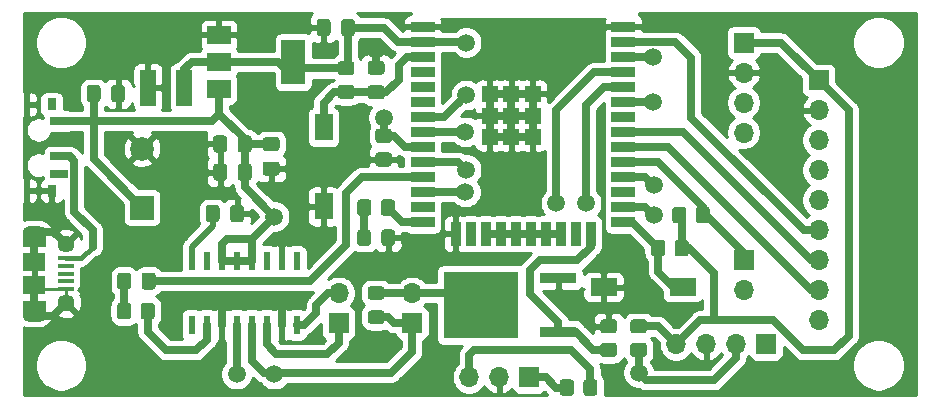
<source format=gbr>
%TF.GenerationSoftware,KiCad,Pcbnew,(5.1.9-0-10_14)*%
%TF.CreationDate,2021-04-08T22:14:15+02:00*%
%TF.ProjectId,mainboard,6d61696e-626f-4617-9264-2e6b69636164,rev?*%
%TF.SameCoordinates,Original*%
%TF.FileFunction,Copper,L1,Top*%
%TF.FilePolarity,Positive*%
%FSLAX46Y46*%
G04 Gerber Fmt 4.6, Leading zero omitted, Abs format (unit mm)*
G04 Created by KiCad (PCBNEW (5.1.9-0-10_14)) date 2021-04-08 22:14:15*
%MOMM*%
%LPD*%
G01*
G04 APERTURE LIST*
%TA.AperFunction,EtchedComponent*%
%ADD10C,0.000100*%
%TD*%
%TA.AperFunction,ComponentPad*%
%ADD11O,1.700000X1.700000*%
%TD*%
%TA.AperFunction,ComponentPad*%
%ADD12R,1.700000X1.700000*%
%TD*%
%TA.AperFunction,SMDPad,CuDef*%
%ADD13R,1.340000X3.020000*%
%TD*%
%TA.AperFunction,ComponentPad*%
%ADD14C,2.000000*%
%TD*%
%TA.AperFunction,ComponentPad*%
%ADD15R,2.000000X2.000000*%
%TD*%
%TA.AperFunction,ComponentPad*%
%ADD16C,0.300000*%
%TD*%
%TA.AperFunction,SMDPad,CuDef*%
%ADD17R,1.330000X1.330000*%
%TD*%
%TA.AperFunction,SMDPad,CuDef*%
%ADD18R,2.000000X0.900000*%
%TD*%
%TA.AperFunction,SMDPad,CuDef*%
%ADD19R,0.900000X2.000000*%
%TD*%
%TA.AperFunction,SMDPad,CuDef*%
%ADD20R,0.797560X0.998220*%
%TD*%
%TA.AperFunction,SMDPad,CuDef*%
%ADD21R,0.599440X0.998220*%
%TD*%
%TA.AperFunction,SMDPad,CuDef*%
%ADD22R,1.498600X0.698500*%
%TD*%
%TA.AperFunction,SMDPad,CuDef*%
%ADD23R,1.350000X0.400000*%
%TD*%
%TA.AperFunction,ComponentPad*%
%ADD24C,1.450000*%
%TD*%
%TA.AperFunction,SMDPad,CuDef*%
%ADD25R,1.900000X1.500000*%
%TD*%
%TA.AperFunction,ComponentPad*%
%ADD26O,1.900000X0.950000*%
%TD*%
%TA.AperFunction,SMDPad,CuDef*%
%ADD27R,6.320000X5.670000*%
%TD*%
%TA.AperFunction,SMDPad,CuDef*%
%ADD28R,3.020000X0.970000*%
%TD*%
%TA.AperFunction,SMDPad,CuDef*%
%ADD29R,0.600000X1.600000*%
%TD*%
%TA.AperFunction,SMDPad,CuDef*%
%ADD30R,2.300000X1.500000*%
%TD*%
%TA.AperFunction,SMDPad,CuDef*%
%ADD31R,1.500000X2.300000*%
%TD*%
%TA.AperFunction,SMDPad,CuDef*%
%ADD32R,2.000000X1.500000*%
%TD*%
%TA.AperFunction,SMDPad,CuDef*%
%ADD33R,2.000000X3.800000*%
%TD*%
%TA.AperFunction,ViaPad*%
%ADD34C,1.500000*%
%TD*%
%TA.AperFunction,Conductor*%
%ADD35C,0.635000*%
%TD*%
%TA.AperFunction,Conductor*%
%ADD36C,0.250000*%
%TD*%
%TA.AperFunction,Conductor*%
%ADD37C,0.500000*%
%TD*%
%TA.AperFunction,Conductor*%
%ADD38C,0.400000*%
%TD*%
%TA.AperFunction,Conductor*%
%ADD39C,0.254000*%
%TD*%
%TA.AperFunction,Conductor*%
%ADD40C,0.100000*%
%TD*%
G04 APERTURE END LIST*
D10*
%TO.C,J1*%
G36*
X73594000Y-101783000D02*
G01*
X73594000Y-102983000D01*
X71694000Y-102983000D01*
X71694000Y-101783000D01*
X71694651Y-101758140D01*
X71696602Y-101733349D01*
X71699848Y-101708694D01*
X71704380Y-101684242D01*
X71710185Y-101660061D01*
X71717248Y-101636217D01*
X71725549Y-101612775D01*
X71735066Y-101589800D01*
X71745772Y-101567355D01*
X71757638Y-101545500D01*
X71770631Y-101524296D01*
X71784717Y-101503802D01*
X71799856Y-101484073D01*
X71816006Y-101465163D01*
X71833124Y-101447124D01*
X71851163Y-101430006D01*
X71870073Y-101413856D01*
X71889802Y-101398717D01*
X71910296Y-101384631D01*
X71931500Y-101371638D01*
X71953355Y-101359772D01*
X71975800Y-101349066D01*
X71998775Y-101339549D01*
X72022217Y-101331248D01*
X72046061Y-101324185D01*
X72070242Y-101318380D01*
X72094694Y-101313848D01*
X72119349Y-101310602D01*
X72144140Y-101308651D01*
X72169000Y-101308000D01*
X73119000Y-101308000D01*
X73143860Y-101308651D01*
X73168651Y-101310602D01*
X73193306Y-101313848D01*
X73217758Y-101318380D01*
X73241939Y-101324185D01*
X73265783Y-101331248D01*
X73289225Y-101339549D01*
X73312200Y-101349066D01*
X73334645Y-101359772D01*
X73356500Y-101371638D01*
X73377704Y-101384631D01*
X73398198Y-101398717D01*
X73417927Y-101413856D01*
X73436837Y-101430006D01*
X73454876Y-101447124D01*
X73471994Y-101465163D01*
X73488144Y-101484073D01*
X73503283Y-101503802D01*
X73517369Y-101524296D01*
X73530362Y-101545500D01*
X73542228Y-101567355D01*
X73552934Y-101589800D01*
X73562451Y-101612775D01*
X73570752Y-101636217D01*
X73577815Y-101660061D01*
X73583620Y-101684242D01*
X73588152Y-101708694D01*
X73591398Y-101733349D01*
X73593349Y-101758140D01*
X73594000Y-101783000D01*
G37*
X73594000Y-101783000D02*
X73594000Y-102983000D01*
X71694000Y-102983000D01*
X71694000Y-101783000D01*
X71694651Y-101758140D01*
X71696602Y-101733349D01*
X71699848Y-101708694D01*
X71704380Y-101684242D01*
X71710185Y-101660061D01*
X71717248Y-101636217D01*
X71725549Y-101612775D01*
X71735066Y-101589800D01*
X71745772Y-101567355D01*
X71757638Y-101545500D01*
X71770631Y-101524296D01*
X71784717Y-101503802D01*
X71799856Y-101484073D01*
X71816006Y-101465163D01*
X71833124Y-101447124D01*
X71851163Y-101430006D01*
X71870073Y-101413856D01*
X71889802Y-101398717D01*
X71910296Y-101384631D01*
X71931500Y-101371638D01*
X71953355Y-101359772D01*
X71975800Y-101349066D01*
X71998775Y-101339549D01*
X72022217Y-101331248D01*
X72046061Y-101324185D01*
X72070242Y-101318380D01*
X72094694Y-101313848D01*
X72119349Y-101310602D01*
X72144140Y-101308651D01*
X72169000Y-101308000D01*
X73119000Y-101308000D01*
X73143860Y-101308651D01*
X73168651Y-101310602D01*
X73193306Y-101313848D01*
X73217758Y-101318380D01*
X73241939Y-101324185D01*
X73265783Y-101331248D01*
X73289225Y-101339549D01*
X73312200Y-101349066D01*
X73334645Y-101359772D01*
X73356500Y-101371638D01*
X73377704Y-101384631D01*
X73398198Y-101398717D01*
X73417927Y-101413856D01*
X73436837Y-101430006D01*
X73454876Y-101447124D01*
X73471994Y-101465163D01*
X73488144Y-101484073D01*
X73503283Y-101503802D01*
X73517369Y-101524296D01*
X73530362Y-101545500D01*
X73542228Y-101567355D01*
X73552934Y-101589800D01*
X73562451Y-101612775D01*
X73570752Y-101636217D01*
X73577815Y-101660061D01*
X73583620Y-101684242D01*
X73588152Y-101708694D01*
X73591398Y-101733349D01*
X73593349Y-101758140D01*
X73594000Y-101783000D01*
G36*
X73594000Y-108783000D02*
G01*
X73594000Y-107583000D01*
X71694000Y-107583000D01*
X71694000Y-108783000D01*
X71694651Y-108807860D01*
X71696602Y-108832651D01*
X71699848Y-108857306D01*
X71704380Y-108881758D01*
X71710185Y-108905939D01*
X71717248Y-108929783D01*
X71725549Y-108953225D01*
X71735066Y-108976200D01*
X71745772Y-108998645D01*
X71757638Y-109020500D01*
X71770631Y-109041704D01*
X71784717Y-109062198D01*
X71799856Y-109081927D01*
X71816006Y-109100837D01*
X71833124Y-109118876D01*
X71851163Y-109135994D01*
X71870073Y-109152144D01*
X71889802Y-109167283D01*
X71910296Y-109181369D01*
X71931500Y-109194362D01*
X71953355Y-109206228D01*
X71975800Y-109216934D01*
X71998775Y-109226451D01*
X72022217Y-109234752D01*
X72046061Y-109241815D01*
X72070242Y-109247620D01*
X72094694Y-109252152D01*
X72119349Y-109255398D01*
X72144140Y-109257349D01*
X72169000Y-109258000D01*
X73119000Y-109258000D01*
X73143860Y-109257349D01*
X73168651Y-109255398D01*
X73193306Y-109252152D01*
X73217758Y-109247620D01*
X73241939Y-109241815D01*
X73265783Y-109234752D01*
X73289225Y-109226451D01*
X73312200Y-109216934D01*
X73334645Y-109206228D01*
X73356500Y-109194362D01*
X73377704Y-109181369D01*
X73398198Y-109167283D01*
X73417927Y-109152144D01*
X73436837Y-109135994D01*
X73454876Y-109118876D01*
X73471994Y-109100837D01*
X73488144Y-109081927D01*
X73503283Y-109062198D01*
X73517369Y-109041704D01*
X73530362Y-109020500D01*
X73542228Y-108998645D01*
X73552934Y-108976200D01*
X73562451Y-108953225D01*
X73570752Y-108929783D01*
X73577815Y-108905939D01*
X73583620Y-108881758D01*
X73588152Y-108857306D01*
X73591398Y-108832651D01*
X73593349Y-108807860D01*
X73594000Y-108783000D01*
G37*
X73594000Y-108783000D02*
X73594000Y-107583000D01*
X71694000Y-107583000D01*
X71694000Y-108783000D01*
X71694651Y-108807860D01*
X71696602Y-108832651D01*
X71699848Y-108857306D01*
X71704380Y-108881758D01*
X71710185Y-108905939D01*
X71717248Y-108929783D01*
X71725549Y-108953225D01*
X71735066Y-108976200D01*
X71745772Y-108998645D01*
X71757638Y-109020500D01*
X71770631Y-109041704D01*
X71784717Y-109062198D01*
X71799856Y-109081927D01*
X71816006Y-109100837D01*
X71833124Y-109118876D01*
X71851163Y-109135994D01*
X71870073Y-109152144D01*
X71889802Y-109167283D01*
X71910296Y-109181369D01*
X71931500Y-109194362D01*
X71953355Y-109206228D01*
X71975800Y-109216934D01*
X71998775Y-109226451D01*
X72022217Y-109234752D01*
X72046061Y-109241815D01*
X72070242Y-109247620D01*
X72094694Y-109252152D01*
X72119349Y-109255398D01*
X72144140Y-109257349D01*
X72169000Y-109258000D01*
X73119000Y-109258000D01*
X73143860Y-109257349D01*
X73168651Y-109255398D01*
X73193306Y-109252152D01*
X73217758Y-109247620D01*
X73241939Y-109241815D01*
X73265783Y-109234752D01*
X73289225Y-109226451D01*
X73312200Y-109216934D01*
X73334645Y-109206228D01*
X73356500Y-109194362D01*
X73377704Y-109181369D01*
X73398198Y-109167283D01*
X73417927Y-109152144D01*
X73436837Y-109135994D01*
X73454876Y-109118876D01*
X73471994Y-109100837D01*
X73488144Y-109081927D01*
X73503283Y-109062198D01*
X73517369Y-109041704D01*
X73530362Y-109020500D01*
X73542228Y-108998645D01*
X73552934Y-108976200D01*
X73562451Y-108953225D01*
X73570752Y-108929783D01*
X73577815Y-108905939D01*
X73583620Y-108881758D01*
X73588152Y-108857306D01*
X73591398Y-108832651D01*
X73593349Y-108807860D01*
X73594000Y-108783000D01*
%TD*%
%TO.P,D2,2*%
%TO.N,Mosfet_Out-*%
%TA.AperFunction,SMDPad,CuDef*%
G36*
G01*
X102050001Y-107500000D02*
X101149999Y-107500000D01*
G75*
G02*
X100900000Y-107250001I0J249999D01*
G01*
X100900000Y-106599999D01*
G75*
G02*
X101149999Y-106350000I249999J0D01*
G01*
X102050001Y-106350000D01*
G75*
G02*
X102300000Y-106599999I0J-249999D01*
G01*
X102300000Y-107250001D01*
G75*
G02*
X102050001Y-107500000I-249999J0D01*
G01*
G37*
%TD.AperFunction*%
%TO.P,D2,1*%
%TO.N,5V*%
%TA.AperFunction,SMDPad,CuDef*%
G36*
G01*
X102050001Y-109550000D02*
X101149999Y-109550000D01*
G75*
G02*
X100900000Y-109300001I0J249999D01*
G01*
X100900000Y-108649999D01*
G75*
G02*
X101149999Y-108400000I249999J0D01*
G01*
X102050001Y-108400000D01*
G75*
G02*
X102300000Y-108649999I0J-249999D01*
G01*
X102300000Y-109300001D01*
G75*
G02*
X102050001Y-109550000I-249999J0D01*
G01*
G37*
%TD.AperFunction*%
%TD*%
%TO.P,R9,2*%
%TO.N,3V3*%
%TA.AperFunction,SMDPad,CuDef*%
G36*
G01*
X118345000Y-114484999D02*
X118345000Y-115385001D01*
G75*
G02*
X118095001Y-115635000I-249999J0D01*
G01*
X117394999Y-115635000D01*
G75*
G02*
X117145000Y-115385001I0J249999D01*
G01*
X117145000Y-114484999D01*
G75*
G02*
X117394999Y-114235000I249999J0D01*
G01*
X118095001Y-114235000D01*
G75*
G02*
X118345000Y-114484999I0J-249999D01*
G01*
G37*
%TD.AperFunction*%
%TO.P,R9,1*%
%TO.N,IRB*%
%TA.AperFunction,SMDPad,CuDef*%
G36*
G01*
X120345000Y-114484999D02*
X120345000Y-115385001D01*
G75*
G02*
X120095001Y-115635000I-249999J0D01*
G01*
X119394999Y-115635000D01*
G75*
G02*
X119145000Y-115385001I0J249999D01*
G01*
X119145000Y-114484999D01*
G75*
G02*
X119394999Y-114235000I249999J0D01*
G01*
X120095001Y-114235000D01*
G75*
G02*
X120345000Y-114484999I0J-249999D01*
G01*
G37*
%TD.AperFunction*%
%TD*%
D11*
%TO.P,J7,4*%
%TO.N,SDA*%
X132715000Y-93345000D03*
%TO.P,J7,3*%
%TO.N,SCL*%
X132715000Y-90805000D03*
%TO.P,J7,2*%
%TO.N,GND*%
X132715000Y-88265000D03*
D12*
%TO.P,J7,1*%
%TO.N,3V3*%
X132715000Y-85725000D03*
%TD*%
D13*
%TO.P,C8,2*%
%TO.N,GND*%
X82280000Y-89535000D03*
%TO.P,C8,1*%
%TO.N,3V3*%
X85360000Y-89535000D03*
%TD*%
D14*
%TO.P,C3,2*%
%TO.N,GND*%
X81788000Y-94695000D03*
D15*
%TO.P,C3,1*%
%TO.N,5V*%
X81788000Y-99695000D03*
%TD*%
D16*
%TO.P,U1,39_21*%
%TO.N,GND*%
X113963500Y-93737000D03*
%TO.P,U1,39_20*%
X112128500Y-93737000D03*
%TO.P,U1,39_19*%
X114881000Y-92819500D03*
%TO.P,U1,39_18*%
X113046000Y-92819500D03*
%TO.P,U1,39_17*%
X111211000Y-92819500D03*
%TO.P,U1,39_16*%
X113963500Y-91902000D03*
%TO.P,U1,39_15*%
X112128500Y-91902000D03*
%TO.P,U1,39_14*%
X114881000Y-90984500D03*
%TO.P,U1,39_13*%
X113046000Y-90984500D03*
%TO.P,U1,39_12*%
X111211000Y-90984500D03*
%TO.P,U1,39_11*%
X113963500Y-90067000D03*
%TO.P,U1,39_10*%
X112128500Y-90067000D03*
D17*
%TO.P,U1,39_9*%
X114881000Y-93737000D03*
%TO.P,U1,39_8*%
X113046000Y-93737000D03*
%TO.P,U1,39_7*%
X111211000Y-93737000D03*
%TO.P,U1,39_6*%
X114881000Y-91902000D03*
%TO.P,U1,39_5*%
X113046000Y-91902000D03*
%TO.P,U1,39_4*%
X111211000Y-91902000D03*
%TO.P,U1,39_3*%
X114881000Y-90067000D03*
%TO.P,U1,39_2*%
X113046000Y-90067000D03*
%TO.P,U1,39_1*%
X111211000Y-90067000D03*
D18*
%TO.P,U1,38*%
X122546000Y-84402000D03*
%TO.P,U1,37*%
%TO.N,TFT_MOSI*%
X122546000Y-85672000D03*
%TO.P,U1,36*%
%TO.N,SCL*%
X122546000Y-86942000D03*
%TO.P,U1,35*%
%TO.N,TXD*%
X122546000Y-88212000D03*
%TO.P,U1,34*%
%TO.N,RXD*%
X122546000Y-89482000D03*
%TO.P,U1,33*%
%TO.N,SDA*%
X122546000Y-90752000D03*
%TO.P,U1,32*%
%TO.N,Net-(U1-Pad32)*%
X122546000Y-92022000D03*
%TO.P,U1,31*%
%TO.N,TFT_MISO*%
X122546000Y-93292000D03*
%TO.P,U1,30*%
%TO.N,TFT_CLK*%
X122546000Y-94562000D03*
%TO.P,U1,29*%
%TO.N,PN532_RESET*%
X122546000Y-95832000D03*
%TO.P,U1,28*%
%TO.N,TFT_EN*%
X122546000Y-97102000D03*
%TO.P,U1,27*%
%TO.N,Net-(U1-Pad27)*%
X122546000Y-98372000D03*
%TO.P,U1,26*%
%TO.N,PN532_IRQ*%
X122546000Y-99642000D03*
%TO.P,U1,25*%
%TO.N,Net-(R4-Pad2)*%
X122546000Y-100912000D03*
D19*
%TO.P,U1,24*%
%TO.N,Mosfet_Trig*%
X119761000Y-101912000D03*
%TO.P,U1,23*%
%TO.N,Net-(U1-Pad23)*%
X118491000Y-101912000D03*
%TO.P,U1,22*%
%TO.N,Net-(U1-Pad17)*%
X117221000Y-101912000D03*
%TO.P,U1,21*%
X115951000Y-101912000D03*
%TO.P,U1,20*%
X114681000Y-101912000D03*
%TO.P,U1,19*%
X113411000Y-101912000D03*
%TO.P,U1,18*%
X112141000Y-101912000D03*
%TO.P,U1,17*%
X110871000Y-101912000D03*
%TO.P,U1,16*%
%TO.N,Net-(U1-Pad16)*%
X109601000Y-101912000D03*
%TO.P,U1,15*%
%TO.N,GND*%
X108331000Y-101912000D03*
D18*
%TO.P,U1,14*%
%TO.N,Net-(R8-Pad2)*%
X105546000Y-100912000D03*
%TO.P,U1,13*%
%TO.N,Net-(U1-Pad13)*%
X105546000Y-99642000D03*
%TO.P,U1,12*%
%TO.N,TFT_DC*%
X105546000Y-98372000D03*
%TO.P,U1,11*%
%TO.N,INR*%
X105546000Y-97102000D03*
%TO.P,U1,10*%
%TO.N,TFT_CS*%
X105546000Y-95832000D03*
%TO.P,U1,9*%
%TO.N,SHND*%
X105546000Y-94562000D03*
%TO.P,U1,8*%
%TO.N,TFT_RST*%
X105546000Y-93292000D03*
%TO.P,U1,7*%
%TO.N,IRB*%
X105546000Y-92022000D03*
%TO.P,U1,6*%
%TO.N,Net-(U1-Pad6)*%
X105546000Y-90752000D03*
%TO.P,U1,5*%
%TO.N,Net-(U1-Pad5)*%
X105546000Y-89482000D03*
%TO.P,U1,4*%
%TO.N,Net-(U1-Pad4)*%
X105546000Y-88212000D03*
%TO.P,U1,3*%
%TO.N,Net-(C1-Pad1)*%
X105546000Y-86942000D03*
%TO.P,U1,2*%
%TO.N,3V3*%
X105546000Y-85672000D03*
%TO.P,U1,1*%
%TO.N,GND*%
X105546000Y-84402000D03*
%TD*%
D20*
%TO.P,S3,*%
%TO.N,*%
X74124820Y-90965020D03*
D21*
%TO.P,S3,2*%
%TO.N,GND*%
X72026780Y-90965020D03*
D20*
X74124820Y-98264980D03*
D21*
X72026780Y-98264980D03*
D22*
%TO.P,S3,3*%
%TO.N,5V*%
X74772520Y-92367100D03*
%TO.P,S3,2*%
%TO.N,Net-(J1-Pad1)*%
X74772520Y-95364300D03*
%TO.P,S3,1*%
%TO.N,Net-(S3-Pad1)*%
X74772520Y-96862900D03*
%TD*%
D23*
%TO.P,J1,5*%
%TO.N,GND*%
X75319000Y-106583000D03*
%TO.P,J1,4*%
%TO.N,Net-(J1-Pad4)*%
X75319000Y-105933000D03*
%TO.P,J1,3*%
%TO.N,Net-(J1-Pad3)*%
X75319000Y-105283000D03*
%TO.P,J1,2*%
%TO.N,Net-(J1-Pad2)*%
X75319000Y-104633000D03*
%TO.P,J1,1*%
%TO.N,Net-(J1-Pad1)*%
X75319000Y-103983000D03*
D24*
%TO.P,J1,S4*%
%TO.N,GND*%
X75344000Y-107783000D03*
%TO.P,J1,S3*%
X75344000Y-102783000D03*
D25*
%TO.P,J1,S6*%
X72644000Y-106283000D03*
%TO.P,J1,S5*%
X72644000Y-104283000D03*
D26*
%TO.P,J1,S2*%
X72644000Y-108783000D03*
%TO.P,J1,S1*%
X72644000Y-101783000D03*
%TD*%
D11*
%TO.P,J8,3*%
%TO.N,IRB*%
X109474000Y-114046000D03*
%TO.P,J8,2*%
%TO.N,GND*%
X112014000Y-114046000D03*
D12*
%TO.P,J8,1*%
%TO.N,3V3*%
X114554000Y-114046000D03*
%TD*%
%TO.P,D1,2*%
%TO.N,Net-(D1-Pad2)*%
%TA.AperFunction,SMDPad,CuDef*%
G36*
G01*
X101150000Y-101784999D02*
X101150000Y-102685001D01*
G75*
G02*
X100900001Y-102935000I-249999J0D01*
G01*
X100249999Y-102935000D01*
G75*
G02*
X100000000Y-102685001I0J249999D01*
G01*
X100000000Y-101784999D01*
G75*
G02*
X100249999Y-101535000I249999J0D01*
G01*
X100900001Y-101535000D01*
G75*
G02*
X101150000Y-101784999I0J-249999D01*
G01*
G37*
%TD.AperFunction*%
%TO.P,D1,1*%
%TO.N,GND*%
%TA.AperFunction,SMDPad,CuDef*%
G36*
G01*
X103200000Y-101784999D02*
X103200000Y-102685001D01*
G75*
G02*
X102950001Y-102935000I-249999J0D01*
G01*
X102299999Y-102935000D01*
G75*
G02*
X102050000Y-102685001I0J249999D01*
G01*
X102050000Y-101784999D01*
G75*
G02*
X102299999Y-101535000I249999J0D01*
G01*
X102950001Y-101535000D01*
G75*
G02*
X103200000Y-101784999I0J-249999D01*
G01*
G37*
%TD.AperFunction*%
%TD*%
%TO.P,R8,2*%
%TO.N,Net-(R8-Pad2)*%
%TA.AperFunction,SMDPad,CuDef*%
G36*
G01*
X102000000Y-100145001D02*
X102000000Y-99244999D01*
G75*
G02*
X102249999Y-98995000I249999J0D01*
G01*
X102950001Y-98995000D01*
G75*
G02*
X103200000Y-99244999I0J-249999D01*
G01*
X103200000Y-100145001D01*
G75*
G02*
X102950001Y-100395000I-249999J0D01*
G01*
X102249999Y-100395000D01*
G75*
G02*
X102000000Y-100145001I0J249999D01*
G01*
G37*
%TD.AperFunction*%
%TO.P,R8,1*%
%TO.N,Net-(D1-Pad2)*%
%TA.AperFunction,SMDPad,CuDef*%
G36*
G01*
X100000000Y-100145001D02*
X100000000Y-99244999D01*
G75*
G02*
X100249999Y-98995000I249999J0D01*
G01*
X100950001Y-98995000D01*
G75*
G02*
X101200000Y-99244999I0J-249999D01*
G01*
X101200000Y-100145001D01*
G75*
G02*
X100950001Y-100395000I-249999J0D01*
G01*
X100249999Y-100395000D01*
G75*
G02*
X100000000Y-100145001I0J249999D01*
G01*
G37*
%TD.AperFunction*%
%TD*%
%TO.P,C10,2*%
%TO.N,GND*%
%TA.AperFunction,SMDPad,CuDef*%
G36*
G01*
X79168500Y-90518000D02*
X79168500Y-89568000D01*
G75*
G02*
X79418500Y-89318000I250000J0D01*
G01*
X80093500Y-89318000D01*
G75*
G02*
X80343500Y-89568000I0J-250000D01*
G01*
X80343500Y-90518000D01*
G75*
G02*
X80093500Y-90768000I-250000J0D01*
G01*
X79418500Y-90768000D01*
G75*
G02*
X79168500Y-90518000I0J250000D01*
G01*
G37*
%TD.AperFunction*%
%TO.P,C10,1*%
%TO.N,5V*%
%TA.AperFunction,SMDPad,CuDef*%
G36*
G01*
X77093500Y-90518000D02*
X77093500Y-89568000D01*
G75*
G02*
X77343500Y-89318000I250000J0D01*
G01*
X78018500Y-89318000D01*
G75*
G02*
X78268500Y-89568000I0J-250000D01*
G01*
X78268500Y-90518000D01*
G75*
G02*
X78018500Y-90768000I-250000J0D01*
G01*
X77343500Y-90768000D01*
G75*
G02*
X77093500Y-90518000I0J250000D01*
G01*
G37*
%TD.AperFunction*%
%TD*%
%TO.P,R7,2*%
%TO.N,SHND*%
%TA.AperFunction,SMDPad,CuDef*%
G36*
G01*
X102685001Y-94215000D02*
X101784999Y-94215000D01*
G75*
G02*
X101535000Y-93965001I0J249999D01*
G01*
X101535000Y-93264999D01*
G75*
G02*
X101784999Y-93015000I249999J0D01*
G01*
X102685001Y-93015000D01*
G75*
G02*
X102935000Y-93264999I0J-249999D01*
G01*
X102935000Y-93965001D01*
G75*
G02*
X102685001Y-94215000I-249999J0D01*
G01*
G37*
%TD.AperFunction*%
%TO.P,R7,1*%
%TO.N,GND*%
%TA.AperFunction,SMDPad,CuDef*%
G36*
G01*
X102685001Y-96215000D02*
X101784999Y-96215000D01*
G75*
G02*
X101535000Y-95965001I0J249999D01*
G01*
X101535000Y-95264999D01*
G75*
G02*
X101784999Y-95015000I249999J0D01*
G01*
X102685001Y-95015000D01*
G75*
G02*
X102935000Y-95264999I0J-249999D01*
G01*
X102935000Y-95965001D01*
G75*
G02*
X102685001Y-96215000I-249999J0D01*
G01*
G37*
%TD.AperFunction*%
%TD*%
%TO.P,R6,2*%
%TO.N,3V3*%
%TA.AperFunction,SMDPad,CuDef*%
G36*
G01*
X127870000Y-99879999D02*
X127870000Y-100780001D01*
G75*
G02*
X127620001Y-101030000I-249999J0D01*
G01*
X126919999Y-101030000D01*
G75*
G02*
X126670000Y-100780001I0J249999D01*
G01*
X126670000Y-99879999D01*
G75*
G02*
X126919999Y-99630000I249999J0D01*
G01*
X127620001Y-99630000D01*
G75*
G02*
X127870000Y-99879999I0J-249999D01*
G01*
G37*
%TD.AperFunction*%
%TO.P,R6,1*%
%TO.N,PN532_RESET*%
%TA.AperFunction,SMDPad,CuDef*%
G36*
G01*
X129870000Y-99879999D02*
X129870000Y-100780001D01*
G75*
G02*
X129620001Y-101030000I-249999J0D01*
G01*
X128919999Y-101030000D01*
G75*
G02*
X128670000Y-100780001I0J249999D01*
G01*
X128670000Y-99879999D01*
G75*
G02*
X128919999Y-99630000I249999J0D01*
G01*
X129620001Y-99630000D01*
G75*
G02*
X129870000Y-99879999I0J-249999D01*
G01*
G37*
%TD.AperFunction*%
%TD*%
%TO.P,C2,2*%
%TO.N,3V3*%
%TA.AperFunction,SMDPad,CuDef*%
G36*
G01*
X98642500Y-84930000D02*
X98642500Y-83980000D01*
G75*
G02*
X98892500Y-83730000I250000J0D01*
G01*
X99567500Y-83730000D01*
G75*
G02*
X99817500Y-83980000I0J-250000D01*
G01*
X99817500Y-84930000D01*
G75*
G02*
X99567500Y-85180000I-250000J0D01*
G01*
X98892500Y-85180000D01*
G75*
G02*
X98642500Y-84930000I0J250000D01*
G01*
G37*
%TD.AperFunction*%
%TO.P,C2,1*%
%TO.N,GND*%
%TA.AperFunction,SMDPad,CuDef*%
G36*
G01*
X96567500Y-84930000D02*
X96567500Y-83980000D01*
G75*
G02*
X96817500Y-83730000I250000J0D01*
G01*
X97492500Y-83730000D01*
G75*
G02*
X97742500Y-83980000I0J-250000D01*
G01*
X97742500Y-84930000D01*
G75*
G02*
X97492500Y-85180000I-250000J0D01*
G01*
X96817500Y-85180000D01*
G75*
G02*
X96567500Y-84930000I0J250000D01*
G01*
G37*
%TD.AperFunction*%
%TD*%
%TO.P,R5,2*%
%TO.N,GND*%
%TA.AperFunction,SMDPad,CuDef*%
G36*
G01*
X121735001Y-110344000D02*
X120834999Y-110344000D01*
G75*
G02*
X120585000Y-110094001I0J249999D01*
G01*
X120585000Y-109393999D01*
G75*
G02*
X120834999Y-109144000I249999J0D01*
G01*
X121735001Y-109144000D01*
G75*
G02*
X121985000Y-109393999I0J-249999D01*
G01*
X121985000Y-110094001D01*
G75*
G02*
X121735001Y-110344000I-249999J0D01*
G01*
G37*
%TD.AperFunction*%
%TO.P,R5,1*%
%TO.N,Mosfet_Trig*%
%TA.AperFunction,SMDPad,CuDef*%
G36*
G01*
X121735001Y-112344000D02*
X120834999Y-112344000D01*
G75*
G02*
X120585000Y-112094001I0J249999D01*
G01*
X120585000Y-111393999D01*
G75*
G02*
X120834999Y-111144000I249999J0D01*
G01*
X121735001Y-111144000D01*
G75*
G02*
X121985000Y-111393999I0J-249999D01*
G01*
X121985000Y-112094001D01*
G75*
G02*
X121735001Y-112344000I-249999J0D01*
G01*
G37*
%TD.AperFunction*%
%TD*%
D11*
%TO.P,J2,4*%
%TO.N,3V3*%
X127000000Y-111252000D03*
%TO.P,J2,3*%
%TO.N,GND*%
X129540000Y-111252000D03*
%TO.P,J2,2*%
%TO.N,TXD*%
X132080000Y-111252000D03*
D12*
%TO.P,J2,1*%
%TO.N,RXD*%
X134620000Y-111252000D03*
%TD*%
%TO.P,C1,2*%
%TO.N,GND*%
%TA.AperFunction,SMDPad,CuDef*%
G36*
G01*
X102075000Y-88450000D02*
X101125000Y-88450000D01*
G75*
G02*
X100875000Y-88200000I0J250000D01*
G01*
X100875000Y-87525000D01*
G75*
G02*
X101125000Y-87275000I250000J0D01*
G01*
X102075000Y-87275000D01*
G75*
G02*
X102325000Y-87525000I0J-250000D01*
G01*
X102325000Y-88200000D01*
G75*
G02*
X102075000Y-88450000I-250000J0D01*
G01*
G37*
%TD.AperFunction*%
%TO.P,C1,1*%
%TO.N,Net-(C1-Pad1)*%
%TA.AperFunction,SMDPad,CuDef*%
G36*
G01*
X102075000Y-90525000D02*
X101125000Y-90525000D01*
G75*
G02*
X100875000Y-90275000I0J250000D01*
G01*
X100875000Y-89600000D01*
G75*
G02*
X101125000Y-89350000I250000J0D01*
G01*
X102075000Y-89350000D01*
G75*
G02*
X102325000Y-89600000I0J-250000D01*
G01*
X102325000Y-90275000D01*
G75*
G02*
X102075000Y-90525000I-250000J0D01*
G01*
G37*
%TD.AperFunction*%
%TD*%
D27*
%TO.P,Q1,4*%
%TO.N,Mosfet_Out-*%
X110490000Y-107950000D03*
D28*
%TO.P,Q1,3*%
%TO.N,GND*%
X117020000Y-105664000D03*
%TO.P,Q1,1*%
%TO.N,Mosfet_Trig*%
X117020000Y-110236000D03*
%TD*%
%TO.P,R4,2*%
%TO.N,Net-(R4-Pad2)*%
%TA.AperFunction,SMDPad,CuDef*%
G36*
G01*
X126076000Y-102673999D02*
X126076000Y-103574001D01*
G75*
G02*
X125826001Y-103824000I-249999J0D01*
G01*
X125125999Y-103824000D01*
G75*
G02*
X124876000Y-103574001I0J249999D01*
G01*
X124876000Y-102673999D01*
G75*
G02*
X125125999Y-102424000I249999J0D01*
G01*
X125826001Y-102424000D01*
G75*
G02*
X126076000Y-102673999I0J-249999D01*
G01*
G37*
%TD.AperFunction*%
%TO.P,R4,1*%
%TO.N,3V3*%
%TA.AperFunction,SMDPad,CuDef*%
G36*
G01*
X128076000Y-102673999D02*
X128076000Y-103574001D01*
G75*
G02*
X127826001Y-103824000I-249999J0D01*
G01*
X127125999Y-103824000D01*
G75*
G02*
X126876000Y-103574001I0J249999D01*
G01*
X126876000Y-102673999D01*
G75*
G02*
X127125999Y-102424000I249999J0D01*
G01*
X127826001Y-102424000D01*
G75*
G02*
X128076000Y-102673999I0J-249999D01*
G01*
G37*
%TD.AperFunction*%
%TD*%
%TO.P,R2,2*%
%TO.N,TXD*%
%TA.AperFunction,SMDPad,CuDef*%
G36*
G01*
X123374999Y-111144000D02*
X124275001Y-111144000D01*
G75*
G02*
X124525000Y-111393999I0J-249999D01*
G01*
X124525000Y-112094001D01*
G75*
G02*
X124275001Y-112344000I-249999J0D01*
G01*
X123374999Y-112344000D01*
G75*
G02*
X123125000Y-112094001I0J249999D01*
G01*
X123125000Y-111393999D01*
G75*
G02*
X123374999Y-111144000I249999J0D01*
G01*
G37*
%TD.AperFunction*%
%TO.P,R2,1*%
%TO.N,3V3*%
%TA.AperFunction,SMDPad,CuDef*%
G36*
G01*
X123374999Y-109144000D02*
X124275001Y-109144000D01*
G75*
G02*
X124525000Y-109393999I0J-249999D01*
G01*
X124525000Y-110094001D01*
G75*
G02*
X124275001Y-110344000I-249999J0D01*
G01*
X123374999Y-110344000D01*
G75*
G02*
X123125000Y-110094001I0J249999D01*
G01*
X123125000Y-109393999D01*
G75*
G02*
X123374999Y-109144000I249999J0D01*
G01*
G37*
%TD.AperFunction*%
%TD*%
D11*
%TO.P,J6,2*%
%TO.N,PN532_IRQ*%
X132715000Y-106680000D03*
D12*
%TO.P,J6,1*%
%TO.N,PN532_RESET*%
X132715000Y-104140000D03*
%TD*%
D11*
%TO.P,J5,2*%
%TO.N,+OUT_R*%
X98425000Y-106934000D03*
D12*
%TO.P,J5,1*%
%TO.N,-OUT_R*%
X98425000Y-109474000D03*
%TD*%
D11*
%TO.P,J4,9*%
%TO.N,TFT_EN*%
X139065000Y-109220000D03*
%TO.P,J4,8*%
%TO.N,TFT_CLK*%
X139065000Y-106680000D03*
%TO.P,J4,7*%
%TO.N,TFT_MISO*%
X139065000Y-104140000D03*
%TO.P,J4,6*%
%TO.N,TFT_MOSI*%
X139065000Y-101600000D03*
%TO.P,J4,5*%
%TO.N,TFT_DC*%
X139065000Y-99060000D03*
%TO.P,J4,4*%
%TO.N,TFT_CS*%
X139065000Y-96520000D03*
%TO.P,J4,3*%
%TO.N,TFT_RST*%
X139065000Y-93980000D03*
%TO.P,J4,2*%
%TO.N,GND*%
X139065000Y-91440000D03*
D12*
%TO.P,J4,1*%
%TO.N,3V3*%
X139065000Y-88900000D03*
%TD*%
D11*
%TO.P,J3,2*%
%TO.N,Mosfet_Out-*%
X104648000Y-106934000D03*
D12*
%TO.P,J3,1*%
%TO.N,5V*%
X104648000Y-109474000D03*
%TD*%
D29*
%TO.P,U4,16*%
%TO.N,+OUT_R*%
X94869000Y-109634000D03*
%TO.P,U4,15*%
%TO.N,GND*%
X93599000Y-109634000D03*
%TO.P,U4,14*%
%TO.N,-OUT_R*%
X92329000Y-109634000D03*
%TO.P,U4,13*%
%TO.N,5V*%
X91059000Y-109634000D03*
%TO.P,U4,12*%
%TO.N,SHND*%
X89789000Y-109634000D03*
%TO.P,U4,11*%
%TO.N,GND*%
X88519000Y-109634000D03*
%TO.P,U4,10*%
%TO.N,Net-(R3-Pad1)*%
X87249000Y-109634000D03*
%TO.P,U4,9*%
%TO.N,N/C*%
X85979000Y-109634000D03*
%TO.P,U4,8*%
%TO.N,Net-(C5-Pad1)*%
X85979000Y-104234000D03*
%TO.P,U4,7*%
%TO.N,Net-(U4-Pad7)*%
X87249000Y-104234000D03*
%TO.P,U4,6*%
%TO.N,5V*%
X88519000Y-104234000D03*
%TO.P,U4,5*%
X89789000Y-104234000D03*
%TO.P,U4,4*%
X91059000Y-104234000D03*
%TO.P,U4,3*%
%TO.N,Net-(U4-Pad3)*%
X92329000Y-104234000D03*
%TO.P,U4,2*%
%TO.N,GND*%
X93599000Y-104234000D03*
%TO.P,U4,1*%
%TO.N,Net-(U4-Pad1)*%
X94869000Y-104234000D03*
%TD*%
D30*
%TO.P,S2,1*%
%TO.N,Net-(R4-Pad2)*%
X127556000Y-106426000D03*
%TO.P,S2,2*%
%TO.N,GND*%
X120856000Y-106426000D03*
%TD*%
D31*
%TO.P,S1,1*%
%TO.N,GND*%
X97155000Y-99600760D03*
%TO.P,S1,2*%
%TO.N,Net-(C1-Pad1)*%
X97155000Y-92900760D03*
%TD*%
D32*
%TO.P,U3,1*%
%TO.N,GND*%
X88290000Y-85076000D03*
%TO.P,U3,3*%
%TO.N,5V*%
X88290000Y-89676000D03*
%TO.P,U3,2*%
%TO.N,3V3*%
X88290000Y-87376000D03*
D33*
X94590000Y-87376000D03*
%TD*%
%TO.P,R3,2*%
%TO.N,Net-(C4-Pad1)*%
%TA.AperFunction,SMDPad,CuDef*%
G36*
G01*
X80864000Y-108007999D02*
X80864000Y-108908001D01*
G75*
G02*
X80614001Y-109158000I-249999J0D01*
G01*
X79913999Y-109158000D01*
G75*
G02*
X79664000Y-108908001I0J249999D01*
G01*
X79664000Y-108007999D01*
G75*
G02*
X79913999Y-107758000I249999J0D01*
G01*
X80614001Y-107758000D01*
G75*
G02*
X80864000Y-108007999I0J-249999D01*
G01*
G37*
%TD.AperFunction*%
%TO.P,R3,1*%
%TO.N,Net-(R3-Pad1)*%
%TA.AperFunction,SMDPad,CuDef*%
G36*
G01*
X82864000Y-108007999D02*
X82864000Y-108908001D01*
G75*
G02*
X82614001Y-109158000I-249999J0D01*
G01*
X81913999Y-109158000D01*
G75*
G02*
X81664000Y-108908001I0J249999D01*
G01*
X81664000Y-108007999D01*
G75*
G02*
X81913999Y-107758000I249999J0D01*
G01*
X82614001Y-107758000D01*
G75*
G02*
X82864000Y-108007999I0J-249999D01*
G01*
G37*
%TD.AperFunction*%
%TD*%
%TO.P,R1,2*%
%TO.N,Net-(C1-Pad1)*%
%TA.AperFunction,SMDPad,CuDef*%
G36*
G01*
X98609999Y-89300000D02*
X99510001Y-89300000D01*
G75*
G02*
X99760000Y-89549999I0J-249999D01*
G01*
X99760000Y-90250001D01*
G75*
G02*
X99510001Y-90500000I-249999J0D01*
G01*
X98609999Y-90500000D01*
G75*
G02*
X98360000Y-90250001I0J249999D01*
G01*
X98360000Y-89549999D01*
G75*
G02*
X98609999Y-89300000I249999J0D01*
G01*
G37*
%TD.AperFunction*%
%TO.P,R1,1*%
%TO.N,3V3*%
%TA.AperFunction,SMDPad,CuDef*%
G36*
G01*
X98609999Y-87300000D02*
X99510001Y-87300000D01*
G75*
G02*
X99760000Y-87549999I0J-249999D01*
G01*
X99760000Y-88250001D01*
G75*
G02*
X99510001Y-88500000I-249999J0D01*
G01*
X98609999Y-88500000D01*
G75*
G02*
X98360000Y-88250001I0J249999D01*
G01*
X98360000Y-87549999D01*
G75*
G02*
X98609999Y-87300000I249999J0D01*
G01*
G37*
%TD.AperFunction*%
%TD*%
%TO.P,C9,2*%
%TO.N,GND*%
%TA.AperFunction,SMDPad,CuDef*%
G36*
G01*
X92235000Y-95805500D02*
X93185000Y-95805500D01*
G75*
G02*
X93435000Y-96055500I0J-250000D01*
G01*
X93435000Y-96730500D01*
G75*
G02*
X93185000Y-96980500I-250000J0D01*
G01*
X92235000Y-96980500D01*
G75*
G02*
X91985000Y-96730500I0J250000D01*
G01*
X91985000Y-96055500D01*
G75*
G02*
X92235000Y-95805500I250000J0D01*
G01*
G37*
%TD.AperFunction*%
%TO.P,C9,1*%
%TO.N,5V*%
%TA.AperFunction,SMDPad,CuDef*%
G36*
G01*
X92235000Y-93730500D02*
X93185000Y-93730500D01*
G75*
G02*
X93435000Y-93980500I0J-250000D01*
G01*
X93435000Y-94655500D01*
G75*
G02*
X93185000Y-94905500I-250000J0D01*
G01*
X92235000Y-94905500D01*
G75*
G02*
X91985000Y-94655500I0J250000D01*
G01*
X91985000Y-93980500D01*
G75*
G02*
X92235000Y-93730500I250000J0D01*
G01*
G37*
%TD.AperFunction*%
%TD*%
%TO.P,C7,2*%
%TO.N,GND*%
%TA.AperFunction,SMDPad,CuDef*%
G36*
G01*
X88980000Y-93830000D02*
X88980000Y-94780000D01*
G75*
G02*
X88730000Y-95030000I-250000J0D01*
G01*
X88055000Y-95030000D01*
G75*
G02*
X87805000Y-94780000I0J250000D01*
G01*
X87805000Y-93830000D01*
G75*
G02*
X88055000Y-93580000I250000J0D01*
G01*
X88730000Y-93580000D01*
G75*
G02*
X88980000Y-93830000I0J-250000D01*
G01*
G37*
%TD.AperFunction*%
%TO.P,C7,1*%
%TO.N,5V*%
%TA.AperFunction,SMDPad,CuDef*%
G36*
G01*
X91055000Y-93830000D02*
X91055000Y-94780000D01*
G75*
G02*
X90805000Y-95030000I-250000J0D01*
G01*
X90130000Y-95030000D01*
G75*
G02*
X89880000Y-94780000I0J250000D01*
G01*
X89880000Y-93830000D01*
G75*
G02*
X90130000Y-93580000I250000J0D01*
G01*
X90805000Y-93580000D01*
G75*
G02*
X91055000Y-93830000I0J-250000D01*
G01*
G37*
%TD.AperFunction*%
%TD*%
%TO.P,C6,2*%
%TO.N,GND*%
%TA.AperFunction,SMDPad,CuDef*%
G36*
G01*
X88987300Y-96222800D02*
X88987300Y-97172800D01*
G75*
G02*
X88737300Y-97422800I-250000J0D01*
G01*
X88062300Y-97422800D01*
G75*
G02*
X87812300Y-97172800I0J250000D01*
G01*
X87812300Y-96222800D01*
G75*
G02*
X88062300Y-95972800I250000J0D01*
G01*
X88737300Y-95972800D01*
G75*
G02*
X88987300Y-96222800I0J-250000D01*
G01*
G37*
%TD.AperFunction*%
%TO.P,C6,1*%
%TO.N,5V*%
%TA.AperFunction,SMDPad,CuDef*%
G36*
G01*
X91062300Y-96222800D02*
X91062300Y-97172800D01*
G75*
G02*
X90812300Y-97422800I-250000J0D01*
G01*
X90137300Y-97422800D01*
G75*
G02*
X89887300Y-97172800I0J250000D01*
G01*
X89887300Y-96222800D01*
G75*
G02*
X90137300Y-95972800I250000J0D01*
G01*
X90812300Y-95972800D01*
G75*
G02*
X91062300Y-96222800I0J-250000D01*
G01*
G37*
%TD.AperFunction*%
%TD*%
%TO.P,C5,2*%
%TO.N,GND*%
%TA.AperFunction,SMDPad,CuDef*%
G36*
G01*
X89244500Y-100678000D02*
X89244500Y-99728000D01*
G75*
G02*
X89494500Y-99478000I250000J0D01*
G01*
X90169500Y-99478000D01*
G75*
G02*
X90419500Y-99728000I0J-250000D01*
G01*
X90419500Y-100678000D01*
G75*
G02*
X90169500Y-100928000I-250000J0D01*
G01*
X89494500Y-100928000D01*
G75*
G02*
X89244500Y-100678000I0J250000D01*
G01*
G37*
%TD.AperFunction*%
%TO.P,C5,1*%
%TO.N,Net-(C5-Pad1)*%
%TA.AperFunction,SMDPad,CuDef*%
G36*
G01*
X87169500Y-100678000D02*
X87169500Y-99728000D01*
G75*
G02*
X87419500Y-99478000I250000J0D01*
G01*
X88094500Y-99478000D01*
G75*
G02*
X88344500Y-99728000I0J-250000D01*
G01*
X88344500Y-100678000D01*
G75*
G02*
X88094500Y-100928000I-250000J0D01*
G01*
X87419500Y-100928000D01*
G75*
G02*
X87169500Y-100678000I0J250000D01*
G01*
G37*
%TD.AperFunction*%
%TD*%
%TO.P,C4,2*%
%TO.N,INR*%
%TA.AperFunction,SMDPad,CuDef*%
G36*
G01*
X81751500Y-106393000D02*
X81751500Y-105443000D01*
G75*
G02*
X82001500Y-105193000I250000J0D01*
G01*
X82676500Y-105193000D01*
G75*
G02*
X82926500Y-105443000I0J-250000D01*
G01*
X82926500Y-106393000D01*
G75*
G02*
X82676500Y-106643000I-250000J0D01*
G01*
X82001500Y-106643000D01*
G75*
G02*
X81751500Y-106393000I0J250000D01*
G01*
G37*
%TD.AperFunction*%
%TO.P,C4,1*%
%TO.N,Net-(C4-Pad1)*%
%TA.AperFunction,SMDPad,CuDef*%
G36*
G01*
X79676500Y-106393000D02*
X79676500Y-105443000D01*
G75*
G02*
X79926500Y-105193000I250000J0D01*
G01*
X80601500Y-105193000D01*
G75*
G02*
X80851500Y-105443000I0J-250000D01*
G01*
X80851500Y-106393000D01*
G75*
G02*
X80601500Y-106643000I-250000J0D01*
G01*
X79926500Y-106643000D01*
G75*
G02*
X79676500Y-106393000I0J250000D01*
G01*
G37*
%TD.AperFunction*%
%TD*%
D34*
%TO.N,3V3*%
X109220000Y-85725000D03*
%TO.N,TXD*%
X116840000Y-99314000D03*
X123825000Y-113665000D03*
%TO.N,RXD*%
X119380000Y-99314000D03*
%TO.N,5V*%
X92964000Y-100457000D03*
X92964000Y-113792000D03*
%TO.N,SHND*%
X89789000Y-113792000D03*
X102235000Y-92075000D03*
%TO.N,GND*%
X135890000Y-90805000D03*
X91440000Y-84455000D03*
X101600000Y-86360000D03*
X91440000Y-89535000D03*
X84328000Y-102870000D03*
X123825000Y-106680000D03*
X139700000Y-114300000D03*
X105410000Y-104140000D03*
X84455000Y-107950000D03*
X84455000Y-84455000D03*
%TO.N,TFT_DC*%
X109167000Y-98372000D03*
%TO.N,TFT_RST*%
X109167000Y-93292000D03*
%TO.N,TFT_CS*%
X109220000Y-96494600D03*
%TO.N,PN532_IRQ*%
X125095000Y-100330000D03*
%TO.N,IRB*%
X109220000Y-90170000D03*
%TO.N,SDA*%
X125042000Y-90752000D03*
%TO.N,SCL*%
X125042000Y-86942000D03*
%TO.N,TFT_EN*%
X125095000Y-97790000D03*
%TD*%
D35*
%TO.N,Net-(C1-Pad1)*%
X101600000Y-89937500D02*
X101832500Y-89937500D01*
D36*
X105546000Y-86942000D02*
X104828000Y-86942000D01*
D35*
X103505000Y-88900000D02*
X102467500Y-89937500D01*
X104193000Y-86942000D02*
X103505000Y-87630000D01*
X103505000Y-87630000D02*
X103505000Y-88900000D01*
X105546000Y-86942000D02*
X104193000Y-86942000D01*
X101600000Y-89937500D02*
X102467500Y-89937500D01*
X101600000Y-89937500D02*
X101600000Y-90170000D01*
X99097500Y-89937500D02*
X99060000Y-89900000D01*
X101600000Y-89937500D02*
X99097500Y-89937500D01*
X97155000Y-92900760D02*
X97155000Y-90805000D01*
X98060000Y-89900000D02*
X99060000Y-89900000D01*
X97155000Y-90805000D02*
X98060000Y-89900000D01*
%TO.N,Net-(U1-Pad17)*%
X113411000Y-101912000D02*
X112141000Y-101912000D01*
X113411000Y-101912000D02*
X114681000Y-101912000D01*
X114681000Y-101912000D02*
X115951000Y-101912000D01*
X115951000Y-101912000D02*
X117221000Y-101912000D01*
X110871000Y-101912000D02*
X112141000Y-101912000D01*
%TO.N,3V3*%
X93844000Y-87900000D02*
X93320000Y-87376000D01*
X127476000Y-103124000D02*
X127476000Y-100536000D01*
X125492000Y-109744000D02*
X127000000Y-111252000D01*
X123698000Y-109744000D02*
X125492000Y-109744000D01*
X127000000Y-111252000D02*
X129032000Y-109220000D01*
X130175000Y-105223000D02*
X130175000Y-109220000D01*
X128076000Y-103124000D02*
X130175000Y-105223000D01*
X127476000Y-103124000D02*
X128076000Y-103124000D01*
X129032000Y-109220000D02*
X130175000Y-109220000D01*
X107897000Y-85672000D02*
X107897000Y-85672000D01*
X93320000Y-87376000D02*
X88290000Y-87376000D01*
X95114000Y-87900000D02*
X94590000Y-87376000D01*
X99060000Y-87900000D02*
X95114000Y-87900000D01*
X137759502Y-111760000D02*
X140374098Y-111760000D01*
X140374098Y-111760000D02*
X141605000Y-110529098D01*
X135219502Y-109220000D02*
X137759502Y-111760000D01*
X130175000Y-109220000D02*
X135219502Y-109220000D01*
X88274000Y-87360000D02*
X88290000Y-87376000D01*
X85360000Y-89535000D02*
X85360000Y-87995000D01*
X85979000Y-87376000D02*
X88290000Y-87376000D01*
X85360000Y-87995000D02*
X85979000Y-87376000D01*
X103452000Y-85672000D02*
X102235000Y-84455000D01*
X105546000Y-85672000D02*
X103452000Y-85672000D01*
X102235000Y-84455000D02*
X99230000Y-84455000D01*
X99230000Y-87730000D02*
X99060000Y-87900000D01*
X99230000Y-84455000D02*
X99230000Y-87730000D01*
X135890000Y-85725000D02*
X139065000Y-88900000D01*
X132715000Y-85725000D02*
X135890000Y-85725000D01*
X141605000Y-91440000D02*
X141605000Y-92710000D01*
X139065000Y-88900000D02*
X141605000Y-91440000D01*
X141605000Y-110529098D02*
X141605000Y-92710000D01*
X105546000Y-85672000D02*
X108638000Y-85672000D01*
X108691000Y-85725000D02*
X108638000Y-85672000D01*
X109220000Y-85725000D02*
X108691000Y-85725000D01*
X117745000Y-114935000D02*
X116840000Y-114935000D01*
X115951000Y-114046000D02*
X114554000Y-114046000D01*
X116840000Y-114935000D02*
X115951000Y-114046000D01*
%TO.N,TXD*%
X123825000Y-111744000D02*
X123825000Y-113665000D01*
X132080000Y-112395000D02*
X132080000Y-111252000D01*
X130175000Y-114300000D02*
X132080000Y-112395000D01*
X124460000Y-114300000D02*
X130175000Y-114300000D01*
X123825000Y-113665000D02*
X124460000Y-114300000D01*
X120068000Y-88212000D02*
X122546000Y-88212000D01*
X116840000Y-91440000D02*
X120068000Y-88212000D01*
X116840000Y-99314000D02*
X116840000Y-91440000D01*
X123825000Y-113665000D02*
X123825000Y-113665000D01*
%TO.N,RXD*%
X120911000Y-89482000D02*
X122546000Y-89482000D01*
X119380000Y-91013000D02*
X120911000Y-89482000D01*
X119380000Y-99314000D02*
X119380000Y-99314000D01*
X119380000Y-99314000D02*
X119380000Y-91013000D01*
%TO.N,5V*%
X90467500Y-96690500D02*
X90474800Y-96697800D01*
X92450800Y-94305000D02*
X92456000Y-94310200D01*
X90467500Y-94305000D02*
X92450800Y-94305000D01*
X90474800Y-94312300D02*
X90467500Y-94305000D01*
X90474800Y-96697800D02*
X90474800Y-94312300D01*
X104648000Y-111887000D02*
X104648000Y-109474000D01*
X102870000Y-113665000D02*
X104648000Y-111887000D01*
X88290000Y-89676000D02*
X88290000Y-90118800D01*
X91059000Y-109634000D02*
X91059000Y-112649000D01*
X92075000Y-113665000D02*
X92075000Y-113665000D01*
X91059000Y-112649000D02*
X92075000Y-113665000D01*
X92075000Y-113665000D02*
X102870000Y-113665000D01*
X74772520Y-92367100D02*
X77762100Y-92367100D01*
X88290000Y-91744400D02*
X88290000Y-89676000D01*
X87667300Y-92367100D02*
X88290000Y-91744400D01*
X90467500Y-93921900D02*
X88290000Y-91744400D01*
X90467500Y-94305000D02*
X90467500Y-93921900D01*
X90474800Y-97967800D02*
X92964000Y-100457000D01*
X90474800Y-96697800D02*
X90474800Y-97967800D01*
X91059000Y-102362000D02*
X92964000Y-100457000D01*
X91059000Y-104234000D02*
X91059000Y-102362000D01*
X88956000Y-102362000D02*
X91059000Y-102362000D01*
X88519000Y-102799000D02*
X88956000Y-102362000D01*
X88519000Y-104234000D02*
X88519000Y-102799000D01*
X79336900Y-92367100D02*
X87667300Y-92367100D01*
X77762100Y-92367100D02*
X79336900Y-92367100D01*
X77681000Y-95588000D02*
X81788000Y-99695000D01*
X77681000Y-90043000D02*
X77681000Y-95588000D01*
X88519000Y-104234000D02*
X89789000Y-104234000D01*
X91059000Y-104234000D02*
X89789000Y-104234000D01*
X101600000Y-108975000D02*
X102625000Y-108975000D01*
X103124000Y-109474000D02*
X104648000Y-109474000D01*
X102625000Y-108975000D02*
X103124000Y-109474000D01*
%TO.N,INR*%
X100383000Y-97102000D02*
X105546000Y-97102000D01*
X99060000Y-98425000D02*
X100383000Y-97102000D01*
X82339000Y-105918000D02*
X96012000Y-105918000D01*
X99060000Y-102870000D02*
X99060000Y-98425000D01*
X96012000Y-105918000D02*
X99060000Y-102870000D01*
%TO.N,Net-(C4-Pad1)*%
X80264000Y-105918000D02*
X80264000Y-108458000D01*
D37*
%TO.N,Net-(C5-Pad1)*%
X85979000Y-102997000D02*
X85979000Y-104234000D01*
X87757000Y-101219000D02*
X85979000Y-102997000D01*
X87757000Y-100203000D02*
X87757000Y-101219000D01*
D35*
%TO.N,Mosfet_Out-*%
X108558000Y-106934000D02*
X110590000Y-108966000D01*
X104648000Y-106934000D02*
X108558000Y-106934000D01*
X104639000Y-106925000D02*
X104648000Y-106934000D01*
X101600000Y-106925000D02*
X104639000Y-106925000D01*
%TO.N,Net-(R3-Pad1)*%
X82264000Y-110204000D02*
X82264000Y-108458000D01*
X83820000Y-111760000D02*
X82264000Y-110204000D01*
X87249000Y-110871000D02*
X86360000Y-111760000D01*
X86360000Y-111760000D02*
X83820000Y-111760000D01*
X87249000Y-109634000D02*
X87249000Y-110871000D01*
%TO.N,Mosfet_Trig*%
X116205000Y-104140000D02*
X116205000Y-104140000D01*
X117020000Y-109400000D02*
X117020000Y-110236000D01*
X114600000Y-106980000D02*
X117020000Y-109400000D01*
X114600000Y-105000000D02*
X114600000Y-106980000D01*
X119761000Y-103023502D02*
X118644502Y-104140000D01*
X115460000Y-104140000D02*
X114600000Y-105000000D01*
X118644502Y-104140000D02*
X115460000Y-104140000D01*
X119761000Y-101912000D02*
X119761000Y-103023502D01*
X117020000Y-110236000D02*
X118491000Y-110236000D01*
X119999000Y-111744000D02*
X121285000Y-111744000D01*
X118491000Y-110236000D02*
X119999000Y-111744000D01*
%TO.N,+OUT_R*%
X94869000Y-109634000D02*
X94869000Y-109601000D01*
X94869000Y-109634000D02*
X95471000Y-109634000D01*
X95471000Y-109634000D02*
X96520000Y-108585000D01*
X96520000Y-108585000D02*
X96520000Y-107950000D01*
X97536000Y-106934000D02*
X98425000Y-106934000D01*
X96520000Y-107950000D02*
X97536000Y-106934000D01*
%TO.N,-OUT_R*%
X92329000Y-109634000D02*
X92329000Y-111252000D01*
X93167200Y-112090200D02*
X92329000Y-111252000D01*
X93167200Y-112090200D02*
X97459800Y-112090200D01*
X98425000Y-111125000D02*
X98425000Y-109474000D01*
X97459800Y-112090200D02*
X98425000Y-111125000D01*
%TO.N,SHND*%
X102235000Y-93615000D02*
X102235000Y-92075000D01*
X105546000Y-94562000D02*
X104087000Y-94562000D01*
X103140000Y-93615000D02*
X102235000Y-93615000D01*
X104087000Y-94562000D02*
X103140000Y-93615000D01*
X102235000Y-92075000D02*
X102235000Y-92075000D01*
X89789000Y-109634000D02*
X89789000Y-113792000D01*
%TO.N,GND*%
X72644000Y-108839000D02*
X74344000Y-108839000D01*
D36*
X75319000Y-107758000D02*
X75344000Y-107783000D01*
X75319000Y-106583000D02*
X75319000Y-107758000D01*
X72944000Y-106583000D02*
X72644000Y-106283000D01*
D35*
X74344000Y-101783000D02*
X75344000Y-102783000D01*
X72644000Y-101783000D02*
X74344000Y-101783000D01*
X101600000Y-87862500D02*
X101600000Y-86360000D01*
X101600000Y-86360000D02*
X101600000Y-86360000D01*
X111211000Y-91902000D02*
X114881000Y-91902000D01*
X113046000Y-90067000D02*
X113046000Y-93737000D01*
X111211000Y-93737000D02*
X114881000Y-93737000D01*
X114881000Y-93737000D02*
X114881000Y-90067000D01*
X114881000Y-90067000D02*
X111211000Y-90067000D01*
X111211000Y-93737000D02*
X111211000Y-90067000D01*
X101600000Y-86360000D02*
X101600000Y-86360000D01*
X93599000Y-109634000D02*
X93599000Y-108204000D01*
X93599000Y-108204000D02*
X92710000Y-107315000D01*
X92710000Y-107315000D02*
X89535000Y-107315000D01*
X88519000Y-108331000D02*
X89535000Y-107315000D01*
X88519000Y-109634000D02*
X88519000Y-108331000D01*
X72644000Y-101783000D02*
X72644000Y-104283000D01*
X74344000Y-108783000D02*
X75344000Y-107783000D01*
D36*
X75319000Y-106583000D02*
X72944000Y-106583000D01*
D35*
X72644000Y-106283000D02*
X72644000Y-108783000D01*
%TO.N,TFT_MISO*%
X127582000Y-93292000D02*
X122546000Y-93292000D01*
X139065000Y-104140000D02*
X138430000Y-104140000D01*
X127582000Y-93292000D02*
X138430000Y-104140000D01*
%TO.N,TFT_CLK*%
X126312000Y-94562000D02*
X122546000Y-94562000D01*
X138430000Y-106680000D02*
X126312000Y-94562000D01*
X139065000Y-106680000D02*
X138430000Y-106680000D01*
%TO.N,TFT_MOSI*%
X124181000Y-85672000D02*
X122546000Y-85672000D01*
X128270000Y-92075000D02*
X128270000Y-86995000D01*
X126947000Y-85672000D02*
X124181000Y-85672000D01*
X128270000Y-86995000D02*
X126947000Y-85672000D01*
X137795000Y-101600000D02*
X128270000Y-92075000D01*
X139065000Y-101600000D02*
X137795000Y-101600000D01*
%TO.N,TFT_DC*%
X105546000Y-98372000D02*
X107897000Y-98372000D01*
X107897000Y-98372000D02*
X108532000Y-98372000D01*
X109167000Y-98372000D02*
X109167000Y-98372000D01*
X108532000Y-98372000D02*
X109167000Y-98372000D01*
X109167000Y-98372000D02*
X109167000Y-98372000D01*
X109167000Y-98372000D02*
X109167000Y-98372000D01*
%TO.N,TFT_RST*%
X105546000Y-93292000D02*
X108532000Y-93292000D01*
X108532000Y-93292000D02*
X109167000Y-93292000D01*
X109167000Y-93292000D02*
X109167000Y-93292000D01*
X109167000Y-93292000D02*
X109167000Y-93292000D01*
X109167000Y-93292000D02*
X109167000Y-93292000D01*
%TO.N,TFT_CS*%
X107897000Y-95832000D02*
X105546000Y-95832000D01*
X108534200Y-95834200D02*
X107897000Y-95832000D01*
X108559600Y-95834200D02*
X109220000Y-96494600D01*
X108534200Y-95834200D02*
X108559600Y-95834200D01*
%TO.N,PN532_IRQ*%
X122546000Y-99642000D02*
X123772000Y-99642000D01*
X123772000Y-99642000D02*
X124407000Y-99642000D01*
X124407000Y-99642000D02*
X125095000Y-100330000D01*
X125095000Y-100330000D02*
X125095000Y-100330000D01*
%TO.N,PN532_RESET*%
X132715000Y-103775000D02*
X132715000Y-104140000D01*
X129270000Y-100330000D02*
X129540000Y-100330000D01*
X132715000Y-103505000D02*
X132715000Y-104140000D01*
X129540000Y-100330000D02*
X132715000Y-103505000D01*
X125472000Y-95832000D02*
X129270000Y-99630000D01*
X129270000Y-99630000D02*
X129270000Y-100330000D01*
X122546000Y-95832000D02*
X125472000Y-95832000D01*
%TO.N,Net-(R4-Pad2)*%
X127556000Y-106426000D02*
X126746000Y-106426000D01*
X125476000Y-105156000D02*
X125476000Y-103124000D01*
X126746000Y-106426000D02*
X125476000Y-105156000D01*
X123264000Y-100912000D02*
X125476000Y-103124000D01*
X122546000Y-100912000D02*
X123264000Y-100912000D01*
%TO.N,IRB*%
X108585000Y-90805000D02*
X108585000Y-90805000D01*
X107368000Y-92022000D02*
X105546000Y-92022000D01*
X109220000Y-90170000D02*
X107368000Y-92022000D01*
X109855000Y-111760000D02*
X109474000Y-112141000D01*
X109474000Y-112141000D02*
X109474000Y-114046000D01*
X119745000Y-113395000D02*
X118110000Y-111760000D01*
X118110000Y-111760000D02*
X109855000Y-111760000D01*
X119745000Y-114935000D02*
X119745000Y-113395000D01*
%TO.N,SDA*%
X122546000Y-90752000D02*
X125042000Y-90752000D01*
X125042000Y-90752000D02*
X125042000Y-90752000D01*
%TO.N,SCL*%
X122546000Y-86942000D02*
X125042000Y-86942000D01*
X125042000Y-86942000D02*
X125042000Y-86942000D01*
%TO.N,Net-(R8-Pad2)*%
X103817000Y-100912000D02*
X105546000Y-100912000D01*
X102600000Y-99695000D02*
X103817000Y-100912000D01*
%TO.N,Net-(D1-Pad2)*%
X100575000Y-99720000D02*
X100600000Y-99695000D01*
X100575000Y-102235000D02*
X100575000Y-99720000D01*
D38*
%TO.N,Net-(J1-Pad1)*%
X76611000Y-103983000D02*
X77597000Y-102997000D01*
X75319000Y-103983000D02*
X76611000Y-103983000D01*
D35*
X77597000Y-101600000D02*
X77597000Y-102997000D01*
X74772520Y-95364300D02*
X75679300Y-95364300D01*
X76039321Y-100042321D02*
X77597000Y-101600000D01*
X75679300Y-95364300D02*
X76039321Y-95724321D01*
X76039321Y-95724321D02*
X76039321Y-100042321D01*
%TO.N,TFT_EN*%
X122546000Y-97102000D02*
X124407000Y-97102000D01*
X124407000Y-97102000D02*
X125095000Y-97790000D01*
X125095000Y-97790000D02*
X125095000Y-97790000D01*
%TD*%
D39*
%TO.N,GND*%
X80832192Y-93559587D02*
X81788000Y-94515395D01*
X82743808Y-93559587D01*
X82656887Y-93319600D01*
X87224168Y-93319600D01*
X87215498Y-93335820D01*
X87179188Y-93455518D01*
X87166928Y-93580000D01*
X87170000Y-94019250D01*
X87328750Y-94178000D01*
X88265500Y-94178000D01*
X88265500Y-94158000D01*
X88519500Y-94158000D01*
X88519500Y-94178000D01*
X88539500Y-94178000D01*
X88539500Y-94432000D01*
X88519500Y-94432000D01*
X88519500Y-95506250D01*
X88526800Y-95513550D01*
X88526800Y-96570800D01*
X88546800Y-96570800D01*
X88546800Y-96824800D01*
X88526800Y-96824800D01*
X88526800Y-97899050D01*
X88685550Y-98057800D01*
X88987300Y-98060872D01*
X89111782Y-98048612D01*
X89231480Y-98012302D01*
X89341794Y-97953337D01*
X89438485Y-97873985D01*
X89503958Y-97794206D01*
X89509338Y-97800762D01*
X89522301Y-97811400D01*
X89522301Y-97921006D01*
X89517692Y-97967800D01*
X89536083Y-98154522D01*
X89590549Y-98334069D01*
X89677424Y-98496601D01*
X89678995Y-98499541D01*
X89798023Y-98644578D01*
X89834365Y-98674403D01*
X90060356Y-98900394D01*
X89959000Y-99001750D01*
X89959000Y-100076000D01*
X90895750Y-100076000D01*
X91054500Y-99917250D01*
X91054658Y-99894696D01*
X91579000Y-100419038D01*
X91579000Y-100494961D01*
X91047916Y-101026046D01*
X91057572Y-100928000D01*
X91054500Y-100488750D01*
X90895750Y-100330000D01*
X89959000Y-100330000D01*
X89959000Y-100350000D01*
X89705000Y-100350000D01*
X89705000Y-100330000D01*
X89685000Y-100330000D01*
X89685000Y-100076000D01*
X89705000Y-100076000D01*
X89705000Y-99001750D01*
X89546250Y-98843000D01*
X89244500Y-98839928D01*
X89120018Y-98852188D01*
X89000320Y-98888498D01*
X88890006Y-98947463D01*
X88793315Y-99026815D01*
X88727842Y-99106594D01*
X88722462Y-99100038D01*
X88587886Y-98989595D01*
X88434350Y-98907528D01*
X88267754Y-98856992D01*
X88094500Y-98839928D01*
X87419500Y-98839928D01*
X87246246Y-98856992D01*
X87079650Y-98907528D01*
X86926114Y-98989595D01*
X86791538Y-99100038D01*
X86681095Y-99234614D01*
X86599028Y-99388150D01*
X86548492Y-99554746D01*
X86531428Y-99728000D01*
X86531428Y-100678000D01*
X86548492Y-100851254D01*
X86599028Y-101017850D01*
X86636488Y-101087933D01*
X85383956Y-102340466D01*
X85350183Y-102368183D01*
X85239589Y-102502942D01*
X85157411Y-102656688D01*
X85126234Y-102759463D01*
X85108510Y-102817892D01*
X85106805Y-102823511D01*
X85094000Y-102953524D01*
X85094000Y-102953531D01*
X85089719Y-102997000D01*
X85094000Y-103040470D01*
X85094000Y-103181397D01*
X85089498Y-103189820D01*
X85053188Y-103309518D01*
X85040928Y-103434000D01*
X85040928Y-104965500D01*
X83423396Y-104965500D01*
X83414905Y-104949614D01*
X83304462Y-104815038D01*
X83169886Y-104704595D01*
X83016350Y-104622528D01*
X82849754Y-104571992D01*
X82676500Y-104554928D01*
X82001500Y-104554928D01*
X81828246Y-104571992D01*
X81661650Y-104622528D01*
X81508114Y-104704595D01*
X81373538Y-104815038D01*
X81301500Y-104902817D01*
X81229462Y-104815038D01*
X81094886Y-104704595D01*
X80941350Y-104622528D01*
X80774754Y-104571992D01*
X80601500Y-104554928D01*
X79926500Y-104554928D01*
X79753246Y-104571992D01*
X79586650Y-104622528D01*
X79433114Y-104704595D01*
X79298538Y-104815038D01*
X79188095Y-104949614D01*
X79106028Y-105103150D01*
X79055492Y-105269746D01*
X79038428Y-105443000D01*
X79038428Y-106393000D01*
X79055492Y-106566254D01*
X79106028Y-106732850D01*
X79188095Y-106886386D01*
X79298538Y-107020962D01*
X79311500Y-107031600D01*
X79311501Y-107359141D01*
X79286038Y-107380038D01*
X79175595Y-107514613D01*
X79093528Y-107668149D01*
X79042992Y-107834745D01*
X79025928Y-108007999D01*
X79025928Y-108908001D01*
X79042992Y-109081255D01*
X79093528Y-109247851D01*
X79175595Y-109401387D01*
X79286038Y-109535962D01*
X79420613Y-109646405D01*
X79574149Y-109728472D01*
X79740745Y-109779008D01*
X79913999Y-109796072D01*
X80614001Y-109796072D01*
X80787255Y-109779008D01*
X80953851Y-109728472D01*
X81107387Y-109646405D01*
X81241962Y-109535962D01*
X81264000Y-109509109D01*
X81286038Y-109535962D01*
X81311500Y-109556858D01*
X81311500Y-110157215D01*
X81306892Y-110204000D01*
X81313958Y-110275740D01*
X81325283Y-110390722D01*
X81379748Y-110570268D01*
X81468194Y-110735741D01*
X81587222Y-110880778D01*
X81623569Y-110910607D01*
X83113393Y-112400431D01*
X83143222Y-112436778D01*
X83288259Y-112555806D01*
X83453731Y-112644252D01*
X83616000Y-112693476D01*
X83633277Y-112698717D01*
X83819999Y-112717108D01*
X83866784Y-112712500D01*
X86313215Y-112712500D01*
X86360000Y-112717108D01*
X86406785Y-112712500D01*
X86546723Y-112698717D01*
X86726269Y-112644252D01*
X86891741Y-112555806D01*
X87036778Y-112436778D01*
X87066607Y-112400431D01*
X87889436Y-111577603D01*
X87925778Y-111547778D01*
X88044806Y-111402741D01*
X88133252Y-111237269D01*
X88184398Y-111068664D01*
X88219000Y-111072072D01*
X88233250Y-111069000D01*
X88392000Y-110910250D01*
X88392000Y-109761000D01*
X88372000Y-109761000D01*
X88372000Y-109507000D01*
X88392000Y-109507000D01*
X88392000Y-108357750D01*
X88233250Y-108199000D01*
X88219000Y-108195928D01*
X88094518Y-108208188D01*
X87974820Y-108244498D01*
X87884000Y-108293043D01*
X87793180Y-108244498D01*
X87673482Y-108208188D01*
X87549000Y-108195928D01*
X86949000Y-108195928D01*
X86824518Y-108208188D01*
X86704820Y-108244498D01*
X86614000Y-108293043D01*
X86523180Y-108244498D01*
X86403482Y-108208188D01*
X86279000Y-108195928D01*
X85679000Y-108195928D01*
X85554518Y-108208188D01*
X85434820Y-108244498D01*
X85324506Y-108303463D01*
X85227815Y-108382815D01*
X85148463Y-108479506D01*
X85089498Y-108589820D01*
X85053188Y-108709518D01*
X85040928Y-108834000D01*
X85040928Y-110434000D01*
X85053188Y-110558482D01*
X85089498Y-110678180D01*
X85148463Y-110788494D01*
X85164061Y-110807500D01*
X84214538Y-110807500D01*
X83216500Y-109809462D01*
X83216500Y-109556858D01*
X83241962Y-109535962D01*
X83352405Y-109401387D01*
X83434472Y-109247851D01*
X83485008Y-109081255D01*
X83502072Y-108908001D01*
X83502072Y-108007999D01*
X83485008Y-107834745D01*
X83434472Y-107668149D01*
X83352405Y-107514613D01*
X83241962Y-107380038D01*
X83107387Y-107269595D01*
X83007443Y-107216174D01*
X83016350Y-107213472D01*
X83169886Y-107131405D01*
X83304462Y-107020962D01*
X83414905Y-106886386D01*
X83423396Y-106870500D01*
X95965215Y-106870500D01*
X96012000Y-106875108D01*
X96058785Y-106870500D01*
X96198723Y-106856717D01*
X96295646Y-106827316D01*
X95879564Y-107243398D01*
X95843223Y-107273222D01*
X95805540Y-107319139D01*
X95724194Y-107418260D01*
X95646543Y-107563537D01*
X95635749Y-107583731D01*
X95581283Y-107763277D01*
X95567500Y-107903215D01*
X95562892Y-107950000D01*
X95567500Y-107996785D01*
X95567500Y-108190461D01*
X95478532Y-108279430D01*
X95413180Y-108244498D01*
X95293482Y-108208188D01*
X95169000Y-108195928D01*
X94569000Y-108195928D01*
X94444518Y-108208188D01*
X94324820Y-108244498D01*
X94234000Y-108293043D01*
X94143180Y-108244498D01*
X94023482Y-108208188D01*
X93899000Y-108195928D01*
X93884750Y-108199000D01*
X93726000Y-108357750D01*
X93726000Y-109507000D01*
X93746000Y-109507000D01*
X93746000Y-109761000D01*
X93726000Y-109761000D01*
X93726000Y-110910250D01*
X93884750Y-111069000D01*
X93899000Y-111072072D01*
X94023482Y-111059812D01*
X94143180Y-111023502D01*
X94234000Y-110974957D01*
X94324820Y-111023502D01*
X94444518Y-111059812D01*
X94569000Y-111072072D01*
X95169000Y-111072072D01*
X95293482Y-111059812D01*
X95413180Y-111023502D01*
X95523494Y-110964537D01*
X95620185Y-110885185D01*
X95699537Y-110788494D01*
X95758502Y-110678180D01*
X95794812Y-110558482D01*
X95797589Y-110530289D01*
X95837269Y-110518252D01*
X96002741Y-110429806D01*
X96147778Y-110310778D01*
X96177607Y-110274431D01*
X96936928Y-109515111D01*
X96936928Y-110324000D01*
X96949188Y-110448482D01*
X96985498Y-110568180D01*
X97044463Y-110678494D01*
X97123815Y-110775185D01*
X97220506Y-110854537D01*
X97303867Y-110899095D01*
X97065262Y-111137700D01*
X93561739Y-111137700D01*
X93403144Y-110979106D01*
X93472000Y-110910250D01*
X93472000Y-109761000D01*
X93452000Y-109761000D01*
X93452000Y-109507000D01*
X93472000Y-109507000D01*
X93472000Y-108357750D01*
X93313250Y-108199000D01*
X93299000Y-108195928D01*
X93174518Y-108208188D01*
X93054820Y-108244498D01*
X92964000Y-108293043D01*
X92873180Y-108244498D01*
X92753482Y-108208188D01*
X92629000Y-108195928D01*
X92029000Y-108195928D01*
X91904518Y-108208188D01*
X91784820Y-108244498D01*
X91694000Y-108293043D01*
X91603180Y-108244498D01*
X91483482Y-108208188D01*
X91359000Y-108195928D01*
X90759000Y-108195928D01*
X90634518Y-108208188D01*
X90514820Y-108244498D01*
X90424000Y-108293043D01*
X90333180Y-108244498D01*
X90213482Y-108208188D01*
X90089000Y-108195928D01*
X89489000Y-108195928D01*
X89364518Y-108208188D01*
X89244820Y-108244498D01*
X89154000Y-108293043D01*
X89063180Y-108244498D01*
X88943482Y-108208188D01*
X88819000Y-108195928D01*
X88804750Y-108199000D01*
X88646000Y-108357750D01*
X88646000Y-109507000D01*
X88666000Y-109507000D01*
X88666000Y-109761000D01*
X88646000Y-109761000D01*
X88646000Y-110910250D01*
X88804750Y-111069000D01*
X88819000Y-111072072D01*
X88836500Y-111070348D01*
X88836501Y-112785814D01*
X88713201Y-112909114D01*
X88561629Y-113135957D01*
X88457225Y-113388011D01*
X88404000Y-113655589D01*
X88404000Y-113928411D01*
X88457225Y-114195989D01*
X88561629Y-114448043D01*
X88713201Y-114674886D01*
X88906114Y-114867799D01*
X89132957Y-115019371D01*
X89385011Y-115123775D01*
X89652589Y-115177000D01*
X89925411Y-115177000D01*
X90192989Y-115123775D01*
X90445043Y-115019371D01*
X90671886Y-114867799D01*
X90864799Y-114674886D01*
X91016371Y-114448043D01*
X91120775Y-114195989D01*
X91143700Y-114080739D01*
X91368397Y-114305436D01*
X91398222Y-114341778D01*
X91543259Y-114460806D01*
X91708731Y-114549252D01*
X91828539Y-114585596D01*
X91888201Y-114674886D01*
X92081114Y-114867799D01*
X92307957Y-115019371D01*
X92560011Y-115123775D01*
X92827589Y-115177000D01*
X93100411Y-115177000D01*
X93367989Y-115123775D01*
X93620043Y-115019371D01*
X93846886Y-114867799D01*
X94039799Y-114674886D01*
X94078143Y-114617500D01*
X102823215Y-114617500D01*
X102870000Y-114622108D01*
X102916785Y-114617500D01*
X103056723Y-114603717D01*
X103236269Y-114549252D01*
X103401741Y-114460806D01*
X103546778Y-114341778D01*
X103576607Y-114305431D01*
X105288436Y-112593603D01*
X105324778Y-112563778D01*
X105443806Y-112418741D01*
X105492456Y-112327722D01*
X105532252Y-112253270D01*
X105570777Y-112126269D01*
X105586717Y-112073723D01*
X105600500Y-111933785D01*
X105600500Y-111933784D01*
X105605108Y-111887000D01*
X105600500Y-111840215D01*
X105600500Y-110951977D01*
X105622482Y-110949812D01*
X105742180Y-110913502D01*
X105852494Y-110854537D01*
X105949185Y-110775185D01*
X106028537Y-110678494D01*
X106087502Y-110568180D01*
X106123812Y-110448482D01*
X106136072Y-110324000D01*
X106136072Y-108624000D01*
X106123812Y-108499518D01*
X106087502Y-108379820D01*
X106028537Y-108269506D01*
X105949185Y-108172815D01*
X105852494Y-108093463D01*
X105742180Y-108034498D01*
X105669620Y-108012487D01*
X105795607Y-107886500D01*
X106691928Y-107886500D01*
X106691928Y-110785000D01*
X106704188Y-110909482D01*
X106740498Y-111029180D01*
X106799463Y-111139494D01*
X106878815Y-111236185D01*
X106975506Y-111315537D01*
X107085820Y-111374502D01*
X107205518Y-111410812D01*
X107330000Y-111423072D01*
X108844890Y-111423072D01*
X108833570Y-111434392D01*
X108797222Y-111464222D01*
X108678194Y-111609259D01*
X108589748Y-111774732D01*
X108537575Y-111946721D01*
X108535283Y-111954278D01*
X108516892Y-112141000D01*
X108521500Y-112187785D01*
X108521500Y-112898393D01*
X108320525Y-113099368D01*
X108158010Y-113342589D01*
X108046068Y-113612842D01*
X107989000Y-113899740D01*
X107989000Y-114192260D01*
X108046068Y-114479158D01*
X108158010Y-114749411D01*
X108320525Y-114992632D01*
X108527368Y-115199475D01*
X108770589Y-115361990D01*
X109040842Y-115473932D01*
X109327740Y-115531000D01*
X109620260Y-115531000D01*
X109907158Y-115473932D01*
X110177411Y-115361990D01*
X110420632Y-115199475D01*
X110627475Y-114992632D01*
X110749195Y-114810466D01*
X110818822Y-114927355D01*
X111013731Y-115143588D01*
X111247080Y-115317641D01*
X111509901Y-115442825D01*
X111657110Y-115487476D01*
X111887000Y-115366155D01*
X111887000Y-114173000D01*
X111867000Y-114173000D01*
X111867000Y-113919000D01*
X111887000Y-113919000D01*
X111887000Y-113899000D01*
X112141000Y-113899000D01*
X112141000Y-113919000D01*
X112161000Y-113919000D01*
X112161000Y-114173000D01*
X112141000Y-114173000D01*
X112141000Y-115366155D01*
X112370890Y-115487476D01*
X112518099Y-115442825D01*
X112780920Y-115317641D01*
X113014269Y-115143588D01*
X113090034Y-115059534D01*
X113114498Y-115140180D01*
X113173463Y-115250494D01*
X113252815Y-115347185D01*
X113349506Y-115426537D01*
X113459820Y-115485502D01*
X113579518Y-115521812D01*
X113704000Y-115534072D01*
X115404000Y-115534072D01*
X115528482Y-115521812D01*
X115648180Y-115485502D01*
X115758494Y-115426537D01*
X115855185Y-115347185D01*
X115877705Y-115319744D01*
X116102961Y-115545000D01*
X71780000Y-115545000D01*
X71780000Y-112809872D01*
X72695000Y-112809872D01*
X72695000Y-113250128D01*
X72780890Y-113681925D01*
X72949369Y-114088669D01*
X73193962Y-114454729D01*
X73505271Y-114766038D01*
X73871331Y-115010631D01*
X74278075Y-115179110D01*
X74709872Y-115265000D01*
X75150128Y-115265000D01*
X75581925Y-115179110D01*
X75988669Y-115010631D01*
X76354729Y-114766038D01*
X76666038Y-114454729D01*
X76910631Y-114088669D01*
X77079110Y-113681925D01*
X77165000Y-113250128D01*
X77165000Y-112809872D01*
X77079110Y-112378075D01*
X76910631Y-111971331D01*
X76666038Y-111605271D01*
X76354729Y-111293962D01*
X75988669Y-111049369D01*
X75581925Y-110880890D01*
X75150128Y-110795000D01*
X74709872Y-110795000D01*
X74278075Y-110880890D01*
X73871331Y-111049369D01*
X73505271Y-111293962D01*
X73193962Y-111605271D01*
X72949369Y-111971331D01*
X72780890Y-112378075D01*
X72695000Y-112809872D01*
X71780000Y-112809872D01*
X71780000Y-109826169D01*
X71827890Y-109846895D01*
X72042000Y-109893000D01*
X72161849Y-109893000D01*
X72169000Y-109893050D01*
X73119000Y-109893050D01*
X73119510Y-109893000D01*
X73126724Y-109893000D01*
X73126759Y-109893003D01*
X73126915Y-109893000D01*
X73246000Y-109893000D01*
X73460110Y-109846895D01*
X73661111Y-109759905D01*
X73841279Y-109635373D01*
X73993690Y-109478085D01*
X74112487Y-109294086D01*
X74136231Y-109227301D01*
X74139640Y-109219233D01*
X74149157Y-109196258D01*
X74152716Y-109184545D01*
X74158059Y-109173541D01*
X74161077Y-109165203D01*
X74169378Y-109141762D01*
X74172315Y-109129895D01*
X74177072Y-109118633D01*
X74179650Y-109110149D01*
X74186713Y-109086305D01*
X74187130Y-109084138D01*
X74188268Y-109080938D01*
X74187854Y-109080379D01*
X74189027Y-109074289D01*
X74193190Y-109062788D01*
X74195321Y-109054180D01*
X74201126Y-109029999D01*
X74202806Y-109017890D01*
X74206359Y-109006196D01*
X74208036Y-108997489D01*
X74212568Y-108973037D01*
X74213613Y-108960851D01*
X74216550Y-108948982D01*
X74217769Y-108940199D01*
X74221015Y-108915544D01*
X74221199Y-108910002D01*
X74229000Y-108910002D01*
X74229000Y-108790151D01*
X74229050Y-108783000D01*
X74229050Y-108722133D01*
X74584472Y-108722133D01*
X74646965Y-108958450D01*
X74889678Y-109071850D01*
X75149849Y-109135719D01*
X75417482Y-109147604D01*
X75682291Y-109107048D01*
X75934100Y-109015609D01*
X76041035Y-108958450D01*
X76103528Y-108722133D01*
X75344000Y-107962605D01*
X74584472Y-108722133D01*
X74229050Y-108722133D01*
X74229050Y-108496034D01*
X74404867Y-108542528D01*
X75164395Y-107783000D01*
X75150253Y-107768858D01*
X75329858Y-107589253D01*
X75344000Y-107603395D01*
X75358143Y-107589253D01*
X75537748Y-107768858D01*
X75523605Y-107783000D01*
X76283133Y-108542528D01*
X76519450Y-108480035D01*
X76632850Y-108237322D01*
X76696719Y-107977151D01*
X76708604Y-107709518D01*
X76668048Y-107444709D01*
X76576609Y-107192900D01*
X76535463Y-107115923D01*
X76579521Y-107036576D01*
X76617741Y-106917474D01*
X76629000Y-106814750D01*
X76470250Y-106656000D01*
X76357678Y-106656000D01*
X76445185Y-106584185D01*
X76524537Y-106487494D01*
X76561032Y-106419218D01*
X76629000Y-106351250D01*
X76619012Y-106260120D01*
X76619812Y-106257482D01*
X76632072Y-106133000D01*
X76632072Y-105733000D01*
X76619812Y-105608518D01*
X76619655Y-105608000D01*
X76619812Y-105607482D01*
X76632072Y-105483000D01*
X76632072Y-105083000D01*
X76619812Y-104958518D01*
X76619655Y-104958000D01*
X76619812Y-104957482D01*
X76632072Y-104833000D01*
X76632072Y-104819965D01*
X76652018Y-104818000D01*
X76652019Y-104818000D01*
X76774689Y-104805918D01*
X76932087Y-104758172D01*
X77077146Y-104680636D01*
X77204291Y-104576291D01*
X77230445Y-104544422D01*
X77863287Y-103911581D01*
X77963269Y-103881252D01*
X78128741Y-103792806D01*
X78273778Y-103673778D01*
X78392806Y-103528741D01*
X78481252Y-103363269D01*
X78535717Y-103183723D01*
X78549500Y-103043785D01*
X78549500Y-101646785D01*
X78554108Y-101600000D01*
X78549423Y-101552437D01*
X78535717Y-101413277D01*
X78499212Y-101292938D01*
X78481252Y-101233730D01*
X78435835Y-101148762D01*
X78392806Y-101068259D01*
X78273778Y-100923222D01*
X78237436Y-100893397D01*
X76991821Y-99647783D01*
X76991821Y-96249666D01*
X77004223Y-96264778D01*
X77040564Y-96294602D01*
X80149928Y-99403967D01*
X80149928Y-100695000D01*
X80162188Y-100819482D01*
X80198498Y-100939180D01*
X80257463Y-101049494D01*
X80336815Y-101146185D01*
X80433506Y-101225537D01*
X80543820Y-101284502D01*
X80663518Y-101320812D01*
X80788000Y-101333072D01*
X82788000Y-101333072D01*
X82912482Y-101320812D01*
X83032180Y-101284502D01*
X83142494Y-101225537D01*
X83239185Y-101146185D01*
X83318537Y-101049494D01*
X83377502Y-100939180D01*
X83413812Y-100819482D01*
X83426072Y-100695000D01*
X83426072Y-98695000D01*
X83413812Y-98570518D01*
X83377502Y-98450820D01*
X83318537Y-98340506D01*
X83239185Y-98243815D01*
X83142494Y-98164463D01*
X83032180Y-98105498D01*
X82912482Y-98069188D01*
X82788000Y-98056928D01*
X81496967Y-98056928D01*
X80862839Y-97422800D01*
X87174228Y-97422800D01*
X87186488Y-97547282D01*
X87222798Y-97666980D01*
X87281763Y-97777294D01*
X87361115Y-97873985D01*
X87457806Y-97953337D01*
X87568120Y-98012302D01*
X87687818Y-98048612D01*
X87812300Y-98060872D01*
X88114050Y-98057800D01*
X88272800Y-97899050D01*
X88272800Y-96824800D01*
X87336050Y-96824800D01*
X87177300Y-96983550D01*
X87174228Y-97422800D01*
X80862839Y-97422800D01*
X79270452Y-95830413D01*
X80832192Y-95830413D01*
X80927956Y-96094814D01*
X81217571Y-96235704D01*
X81529108Y-96317384D01*
X81850595Y-96336718D01*
X82169675Y-96292961D01*
X82474088Y-96187795D01*
X82648044Y-96094814D01*
X82743808Y-95830413D01*
X81788000Y-94874605D01*
X80832192Y-95830413D01*
X79270452Y-95830413D01*
X78633500Y-95193462D01*
X78633500Y-94757595D01*
X80146282Y-94757595D01*
X80190039Y-95076675D01*
X80295205Y-95381088D01*
X80388186Y-95555044D01*
X80652587Y-95650808D01*
X81608395Y-94695000D01*
X81967605Y-94695000D01*
X82923413Y-95650808D01*
X83187814Y-95555044D01*
X83328704Y-95265429D01*
X83390429Y-95030000D01*
X87166928Y-95030000D01*
X87179188Y-95154482D01*
X87215498Y-95274180D01*
X87274463Y-95384494D01*
X87353815Y-95481185D01*
X87382097Y-95504395D01*
X87361115Y-95521615D01*
X87281763Y-95618306D01*
X87222798Y-95728620D01*
X87186488Y-95848318D01*
X87174228Y-95972800D01*
X87177300Y-96412050D01*
X87336050Y-96570800D01*
X88272800Y-96570800D01*
X88272800Y-95496550D01*
X88265500Y-95489250D01*
X88265500Y-94432000D01*
X87328750Y-94432000D01*
X87170000Y-94590750D01*
X87166928Y-95030000D01*
X83390429Y-95030000D01*
X83410384Y-94953892D01*
X83429718Y-94632405D01*
X83385961Y-94313325D01*
X83280795Y-94008912D01*
X83187814Y-93834956D01*
X82923413Y-93739192D01*
X81967605Y-94695000D01*
X81608395Y-94695000D01*
X80652587Y-93739192D01*
X80388186Y-93834956D01*
X80247296Y-94124571D01*
X80165616Y-94436108D01*
X80146282Y-94757595D01*
X78633500Y-94757595D01*
X78633500Y-93319600D01*
X80919113Y-93319600D01*
X80832192Y-93559587D01*
%TA.AperFunction,Conductor*%
D40*
G36*
X80832192Y-93559587D02*
G01*
X81788000Y-94515395D01*
X82743808Y-93559587D01*
X82656887Y-93319600D01*
X87224168Y-93319600D01*
X87215498Y-93335820D01*
X87179188Y-93455518D01*
X87166928Y-93580000D01*
X87170000Y-94019250D01*
X87328750Y-94178000D01*
X88265500Y-94178000D01*
X88265500Y-94158000D01*
X88519500Y-94158000D01*
X88519500Y-94178000D01*
X88539500Y-94178000D01*
X88539500Y-94432000D01*
X88519500Y-94432000D01*
X88519500Y-95506250D01*
X88526800Y-95513550D01*
X88526800Y-96570800D01*
X88546800Y-96570800D01*
X88546800Y-96824800D01*
X88526800Y-96824800D01*
X88526800Y-97899050D01*
X88685550Y-98057800D01*
X88987300Y-98060872D01*
X89111782Y-98048612D01*
X89231480Y-98012302D01*
X89341794Y-97953337D01*
X89438485Y-97873985D01*
X89503958Y-97794206D01*
X89509338Y-97800762D01*
X89522301Y-97811400D01*
X89522301Y-97921006D01*
X89517692Y-97967800D01*
X89536083Y-98154522D01*
X89590549Y-98334069D01*
X89677424Y-98496601D01*
X89678995Y-98499541D01*
X89798023Y-98644578D01*
X89834365Y-98674403D01*
X90060356Y-98900394D01*
X89959000Y-99001750D01*
X89959000Y-100076000D01*
X90895750Y-100076000D01*
X91054500Y-99917250D01*
X91054658Y-99894696D01*
X91579000Y-100419038D01*
X91579000Y-100494961D01*
X91047916Y-101026046D01*
X91057572Y-100928000D01*
X91054500Y-100488750D01*
X90895750Y-100330000D01*
X89959000Y-100330000D01*
X89959000Y-100350000D01*
X89705000Y-100350000D01*
X89705000Y-100330000D01*
X89685000Y-100330000D01*
X89685000Y-100076000D01*
X89705000Y-100076000D01*
X89705000Y-99001750D01*
X89546250Y-98843000D01*
X89244500Y-98839928D01*
X89120018Y-98852188D01*
X89000320Y-98888498D01*
X88890006Y-98947463D01*
X88793315Y-99026815D01*
X88727842Y-99106594D01*
X88722462Y-99100038D01*
X88587886Y-98989595D01*
X88434350Y-98907528D01*
X88267754Y-98856992D01*
X88094500Y-98839928D01*
X87419500Y-98839928D01*
X87246246Y-98856992D01*
X87079650Y-98907528D01*
X86926114Y-98989595D01*
X86791538Y-99100038D01*
X86681095Y-99234614D01*
X86599028Y-99388150D01*
X86548492Y-99554746D01*
X86531428Y-99728000D01*
X86531428Y-100678000D01*
X86548492Y-100851254D01*
X86599028Y-101017850D01*
X86636488Y-101087933D01*
X85383956Y-102340466D01*
X85350183Y-102368183D01*
X85239589Y-102502942D01*
X85157411Y-102656688D01*
X85126234Y-102759463D01*
X85108510Y-102817892D01*
X85106805Y-102823511D01*
X85094000Y-102953524D01*
X85094000Y-102953531D01*
X85089719Y-102997000D01*
X85094000Y-103040470D01*
X85094000Y-103181397D01*
X85089498Y-103189820D01*
X85053188Y-103309518D01*
X85040928Y-103434000D01*
X85040928Y-104965500D01*
X83423396Y-104965500D01*
X83414905Y-104949614D01*
X83304462Y-104815038D01*
X83169886Y-104704595D01*
X83016350Y-104622528D01*
X82849754Y-104571992D01*
X82676500Y-104554928D01*
X82001500Y-104554928D01*
X81828246Y-104571992D01*
X81661650Y-104622528D01*
X81508114Y-104704595D01*
X81373538Y-104815038D01*
X81301500Y-104902817D01*
X81229462Y-104815038D01*
X81094886Y-104704595D01*
X80941350Y-104622528D01*
X80774754Y-104571992D01*
X80601500Y-104554928D01*
X79926500Y-104554928D01*
X79753246Y-104571992D01*
X79586650Y-104622528D01*
X79433114Y-104704595D01*
X79298538Y-104815038D01*
X79188095Y-104949614D01*
X79106028Y-105103150D01*
X79055492Y-105269746D01*
X79038428Y-105443000D01*
X79038428Y-106393000D01*
X79055492Y-106566254D01*
X79106028Y-106732850D01*
X79188095Y-106886386D01*
X79298538Y-107020962D01*
X79311500Y-107031600D01*
X79311501Y-107359141D01*
X79286038Y-107380038D01*
X79175595Y-107514613D01*
X79093528Y-107668149D01*
X79042992Y-107834745D01*
X79025928Y-108007999D01*
X79025928Y-108908001D01*
X79042992Y-109081255D01*
X79093528Y-109247851D01*
X79175595Y-109401387D01*
X79286038Y-109535962D01*
X79420613Y-109646405D01*
X79574149Y-109728472D01*
X79740745Y-109779008D01*
X79913999Y-109796072D01*
X80614001Y-109796072D01*
X80787255Y-109779008D01*
X80953851Y-109728472D01*
X81107387Y-109646405D01*
X81241962Y-109535962D01*
X81264000Y-109509109D01*
X81286038Y-109535962D01*
X81311500Y-109556858D01*
X81311500Y-110157215D01*
X81306892Y-110204000D01*
X81313958Y-110275740D01*
X81325283Y-110390722D01*
X81379748Y-110570268D01*
X81468194Y-110735741D01*
X81587222Y-110880778D01*
X81623569Y-110910607D01*
X83113393Y-112400431D01*
X83143222Y-112436778D01*
X83288259Y-112555806D01*
X83453731Y-112644252D01*
X83616000Y-112693476D01*
X83633277Y-112698717D01*
X83819999Y-112717108D01*
X83866784Y-112712500D01*
X86313215Y-112712500D01*
X86360000Y-112717108D01*
X86406785Y-112712500D01*
X86546723Y-112698717D01*
X86726269Y-112644252D01*
X86891741Y-112555806D01*
X87036778Y-112436778D01*
X87066607Y-112400431D01*
X87889436Y-111577603D01*
X87925778Y-111547778D01*
X88044806Y-111402741D01*
X88133252Y-111237269D01*
X88184398Y-111068664D01*
X88219000Y-111072072D01*
X88233250Y-111069000D01*
X88392000Y-110910250D01*
X88392000Y-109761000D01*
X88372000Y-109761000D01*
X88372000Y-109507000D01*
X88392000Y-109507000D01*
X88392000Y-108357750D01*
X88233250Y-108199000D01*
X88219000Y-108195928D01*
X88094518Y-108208188D01*
X87974820Y-108244498D01*
X87884000Y-108293043D01*
X87793180Y-108244498D01*
X87673482Y-108208188D01*
X87549000Y-108195928D01*
X86949000Y-108195928D01*
X86824518Y-108208188D01*
X86704820Y-108244498D01*
X86614000Y-108293043D01*
X86523180Y-108244498D01*
X86403482Y-108208188D01*
X86279000Y-108195928D01*
X85679000Y-108195928D01*
X85554518Y-108208188D01*
X85434820Y-108244498D01*
X85324506Y-108303463D01*
X85227815Y-108382815D01*
X85148463Y-108479506D01*
X85089498Y-108589820D01*
X85053188Y-108709518D01*
X85040928Y-108834000D01*
X85040928Y-110434000D01*
X85053188Y-110558482D01*
X85089498Y-110678180D01*
X85148463Y-110788494D01*
X85164061Y-110807500D01*
X84214538Y-110807500D01*
X83216500Y-109809462D01*
X83216500Y-109556858D01*
X83241962Y-109535962D01*
X83352405Y-109401387D01*
X83434472Y-109247851D01*
X83485008Y-109081255D01*
X83502072Y-108908001D01*
X83502072Y-108007999D01*
X83485008Y-107834745D01*
X83434472Y-107668149D01*
X83352405Y-107514613D01*
X83241962Y-107380038D01*
X83107387Y-107269595D01*
X83007443Y-107216174D01*
X83016350Y-107213472D01*
X83169886Y-107131405D01*
X83304462Y-107020962D01*
X83414905Y-106886386D01*
X83423396Y-106870500D01*
X95965215Y-106870500D01*
X96012000Y-106875108D01*
X96058785Y-106870500D01*
X96198723Y-106856717D01*
X96295646Y-106827316D01*
X95879564Y-107243398D01*
X95843223Y-107273222D01*
X95805540Y-107319139D01*
X95724194Y-107418260D01*
X95646543Y-107563537D01*
X95635749Y-107583731D01*
X95581283Y-107763277D01*
X95567500Y-107903215D01*
X95562892Y-107950000D01*
X95567500Y-107996785D01*
X95567500Y-108190461D01*
X95478532Y-108279430D01*
X95413180Y-108244498D01*
X95293482Y-108208188D01*
X95169000Y-108195928D01*
X94569000Y-108195928D01*
X94444518Y-108208188D01*
X94324820Y-108244498D01*
X94234000Y-108293043D01*
X94143180Y-108244498D01*
X94023482Y-108208188D01*
X93899000Y-108195928D01*
X93884750Y-108199000D01*
X93726000Y-108357750D01*
X93726000Y-109507000D01*
X93746000Y-109507000D01*
X93746000Y-109761000D01*
X93726000Y-109761000D01*
X93726000Y-110910250D01*
X93884750Y-111069000D01*
X93899000Y-111072072D01*
X94023482Y-111059812D01*
X94143180Y-111023502D01*
X94234000Y-110974957D01*
X94324820Y-111023502D01*
X94444518Y-111059812D01*
X94569000Y-111072072D01*
X95169000Y-111072072D01*
X95293482Y-111059812D01*
X95413180Y-111023502D01*
X95523494Y-110964537D01*
X95620185Y-110885185D01*
X95699537Y-110788494D01*
X95758502Y-110678180D01*
X95794812Y-110558482D01*
X95797589Y-110530289D01*
X95837269Y-110518252D01*
X96002741Y-110429806D01*
X96147778Y-110310778D01*
X96177607Y-110274431D01*
X96936928Y-109515111D01*
X96936928Y-110324000D01*
X96949188Y-110448482D01*
X96985498Y-110568180D01*
X97044463Y-110678494D01*
X97123815Y-110775185D01*
X97220506Y-110854537D01*
X97303867Y-110899095D01*
X97065262Y-111137700D01*
X93561739Y-111137700D01*
X93403144Y-110979106D01*
X93472000Y-110910250D01*
X93472000Y-109761000D01*
X93452000Y-109761000D01*
X93452000Y-109507000D01*
X93472000Y-109507000D01*
X93472000Y-108357750D01*
X93313250Y-108199000D01*
X93299000Y-108195928D01*
X93174518Y-108208188D01*
X93054820Y-108244498D01*
X92964000Y-108293043D01*
X92873180Y-108244498D01*
X92753482Y-108208188D01*
X92629000Y-108195928D01*
X92029000Y-108195928D01*
X91904518Y-108208188D01*
X91784820Y-108244498D01*
X91694000Y-108293043D01*
X91603180Y-108244498D01*
X91483482Y-108208188D01*
X91359000Y-108195928D01*
X90759000Y-108195928D01*
X90634518Y-108208188D01*
X90514820Y-108244498D01*
X90424000Y-108293043D01*
X90333180Y-108244498D01*
X90213482Y-108208188D01*
X90089000Y-108195928D01*
X89489000Y-108195928D01*
X89364518Y-108208188D01*
X89244820Y-108244498D01*
X89154000Y-108293043D01*
X89063180Y-108244498D01*
X88943482Y-108208188D01*
X88819000Y-108195928D01*
X88804750Y-108199000D01*
X88646000Y-108357750D01*
X88646000Y-109507000D01*
X88666000Y-109507000D01*
X88666000Y-109761000D01*
X88646000Y-109761000D01*
X88646000Y-110910250D01*
X88804750Y-111069000D01*
X88819000Y-111072072D01*
X88836500Y-111070348D01*
X88836501Y-112785814D01*
X88713201Y-112909114D01*
X88561629Y-113135957D01*
X88457225Y-113388011D01*
X88404000Y-113655589D01*
X88404000Y-113928411D01*
X88457225Y-114195989D01*
X88561629Y-114448043D01*
X88713201Y-114674886D01*
X88906114Y-114867799D01*
X89132957Y-115019371D01*
X89385011Y-115123775D01*
X89652589Y-115177000D01*
X89925411Y-115177000D01*
X90192989Y-115123775D01*
X90445043Y-115019371D01*
X90671886Y-114867799D01*
X90864799Y-114674886D01*
X91016371Y-114448043D01*
X91120775Y-114195989D01*
X91143700Y-114080739D01*
X91368397Y-114305436D01*
X91398222Y-114341778D01*
X91543259Y-114460806D01*
X91708731Y-114549252D01*
X91828539Y-114585596D01*
X91888201Y-114674886D01*
X92081114Y-114867799D01*
X92307957Y-115019371D01*
X92560011Y-115123775D01*
X92827589Y-115177000D01*
X93100411Y-115177000D01*
X93367989Y-115123775D01*
X93620043Y-115019371D01*
X93846886Y-114867799D01*
X94039799Y-114674886D01*
X94078143Y-114617500D01*
X102823215Y-114617500D01*
X102870000Y-114622108D01*
X102916785Y-114617500D01*
X103056723Y-114603717D01*
X103236269Y-114549252D01*
X103401741Y-114460806D01*
X103546778Y-114341778D01*
X103576607Y-114305431D01*
X105288436Y-112593603D01*
X105324778Y-112563778D01*
X105443806Y-112418741D01*
X105492456Y-112327722D01*
X105532252Y-112253270D01*
X105570777Y-112126269D01*
X105586717Y-112073723D01*
X105600500Y-111933785D01*
X105600500Y-111933784D01*
X105605108Y-111887000D01*
X105600500Y-111840215D01*
X105600500Y-110951977D01*
X105622482Y-110949812D01*
X105742180Y-110913502D01*
X105852494Y-110854537D01*
X105949185Y-110775185D01*
X106028537Y-110678494D01*
X106087502Y-110568180D01*
X106123812Y-110448482D01*
X106136072Y-110324000D01*
X106136072Y-108624000D01*
X106123812Y-108499518D01*
X106087502Y-108379820D01*
X106028537Y-108269506D01*
X105949185Y-108172815D01*
X105852494Y-108093463D01*
X105742180Y-108034498D01*
X105669620Y-108012487D01*
X105795607Y-107886500D01*
X106691928Y-107886500D01*
X106691928Y-110785000D01*
X106704188Y-110909482D01*
X106740498Y-111029180D01*
X106799463Y-111139494D01*
X106878815Y-111236185D01*
X106975506Y-111315537D01*
X107085820Y-111374502D01*
X107205518Y-111410812D01*
X107330000Y-111423072D01*
X108844890Y-111423072D01*
X108833570Y-111434392D01*
X108797222Y-111464222D01*
X108678194Y-111609259D01*
X108589748Y-111774732D01*
X108537575Y-111946721D01*
X108535283Y-111954278D01*
X108516892Y-112141000D01*
X108521500Y-112187785D01*
X108521500Y-112898393D01*
X108320525Y-113099368D01*
X108158010Y-113342589D01*
X108046068Y-113612842D01*
X107989000Y-113899740D01*
X107989000Y-114192260D01*
X108046068Y-114479158D01*
X108158010Y-114749411D01*
X108320525Y-114992632D01*
X108527368Y-115199475D01*
X108770589Y-115361990D01*
X109040842Y-115473932D01*
X109327740Y-115531000D01*
X109620260Y-115531000D01*
X109907158Y-115473932D01*
X110177411Y-115361990D01*
X110420632Y-115199475D01*
X110627475Y-114992632D01*
X110749195Y-114810466D01*
X110818822Y-114927355D01*
X111013731Y-115143588D01*
X111247080Y-115317641D01*
X111509901Y-115442825D01*
X111657110Y-115487476D01*
X111887000Y-115366155D01*
X111887000Y-114173000D01*
X111867000Y-114173000D01*
X111867000Y-113919000D01*
X111887000Y-113919000D01*
X111887000Y-113899000D01*
X112141000Y-113899000D01*
X112141000Y-113919000D01*
X112161000Y-113919000D01*
X112161000Y-114173000D01*
X112141000Y-114173000D01*
X112141000Y-115366155D01*
X112370890Y-115487476D01*
X112518099Y-115442825D01*
X112780920Y-115317641D01*
X113014269Y-115143588D01*
X113090034Y-115059534D01*
X113114498Y-115140180D01*
X113173463Y-115250494D01*
X113252815Y-115347185D01*
X113349506Y-115426537D01*
X113459820Y-115485502D01*
X113579518Y-115521812D01*
X113704000Y-115534072D01*
X115404000Y-115534072D01*
X115528482Y-115521812D01*
X115648180Y-115485502D01*
X115758494Y-115426537D01*
X115855185Y-115347185D01*
X115877705Y-115319744D01*
X116102961Y-115545000D01*
X71780000Y-115545000D01*
X71780000Y-112809872D01*
X72695000Y-112809872D01*
X72695000Y-113250128D01*
X72780890Y-113681925D01*
X72949369Y-114088669D01*
X73193962Y-114454729D01*
X73505271Y-114766038D01*
X73871331Y-115010631D01*
X74278075Y-115179110D01*
X74709872Y-115265000D01*
X75150128Y-115265000D01*
X75581925Y-115179110D01*
X75988669Y-115010631D01*
X76354729Y-114766038D01*
X76666038Y-114454729D01*
X76910631Y-114088669D01*
X77079110Y-113681925D01*
X77165000Y-113250128D01*
X77165000Y-112809872D01*
X77079110Y-112378075D01*
X76910631Y-111971331D01*
X76666038Y-111605271D01*
X76354729Y-111293962D01*
X75988669Y-111049369D01*
X75581925Y-110880890D01*
X75150128Y-110795000D01*
X74709872Y-110795000D01*
X74278075Y-110880890D01*
X73871331Y-111049369D01*
X73505271Y-111293962D01*
X73193962Y-111605271D01*
X72949369Y-111971331D01*
X72780890Y-112378075D01*
X72695000Y-112809872D01*
X71780000Y-112809872D01*
X71780000Y-109826169D01*
X71827890Y-109846895D01*
X72042000Y-109893000D01*
X72161849Y-109893000D01*
X72169000Y-109893050D01*
X73119000Y-109893050D01*
X73119510Y-109893000D01*
X73126724Y-109893000D01*
X73126759Y-109893003D01*
X73126915Y-109893000D01*
X73246000Y-109893000D01*
X73460110Y-109846895D01*
X73661111Y-109759905D01*
X73841279Y-109635373D01*
X73993690Y-109478085D01*
X74112487Y-109294086D01*
X74136231Y-109227301D01*
X74139640Y-109219233D01*
X74149157Y-109196258D01*
X74152716Y-109184545D01*
X74158059Y-109173541D01*
X74161077Y-109165203D01*
X74169378Y-109141762D01*
X74172315Y-109129895D01*
X74177072Y-109118633D01*
X74179650Y-109110149D01*
X74186713Y-109086305D01*
X74187130Y-109084138D01*
X74188268Y-109080938D01*
X74187854Y-109080379D01*
X74189027Y-109074289D01*
X74193190Y-109062788D01*
X74195321Y-109054180D01*
X74201126Y-109029999D01*
X74202806Y-109017890D01*
X74206359Y-109006196D01*
X74208036Y-108997489D01*
X74212568Y-108973037D01*
X74213613Y-108960851D01*
X74216550Y-108948982D01*
X74217769Y-108940199D01*
X74221015Y-108915544D01*
X74221199Y-108910002D01*
X74229000Y-108910002D01*
X74229000Y-108790151D01*
X74229050Y-108783000D01*
X74229050Y-108722133D01*
X74584472Y-108722133D01*
X74646965Y-108958450D01*
X74889678Y-109071850D01*
X75149849Y-109135719D01*
X75417482Y-109147604D01*
X75682291Y-109107048D01*
X75934100Y-109015609D01*
X76041035Y-108958450D01*
X76103528Y-108722133D01*
X75344000Y-107962605D01*
X74584472Y-108722133D01*
X74229050Y-108722133D01*
X74229050Y-108496034D01*
X74404867Y-108542528D01*
X75164395Y-107783000D01*
X75150253Y-107768858D01*
X75329858Y-107589253D01*
X75344000Y-107603395D01*
X75358143Y-107589253D01*
X75537748Y-107768858D01*
X75523605Y-107783000D01*
X76283133Y-108542528D01*
X76519450Y-108480035D01*
X76632850Y-108237322D01*
X76696719Y-107977151D01*
X76708604Y-107709518D01*
X76668048Y-107444709D01*
X76576609Y-107192900D01*
X76535463Y-107115923D01*
X76579521Y-107036576D01*
X76617741Y-106917474D01*
X76629000Y-106814750D01*
X76470250Y-106656000D01*
X76357678Y-106656000D01*
X76445185Y-106584185D01*
X76524537Y-106487494D01*
X76561032Y-106419218D01*
X76629000Y-106351250D01*
X76619012Y-106260120D01*
X76619812Y-106257482D01*
X76632072Y-106133000D01*
X76632072Y-105733000D01*
X76619812Y-105608518D01*
X76619655Y-105608000D01*
X76619812Y-105607482D01*
X76632072Y-105483000D01*
X76632072Y-105083000D01*
X76619812Y-104958518D01*
X76619655Y-104958000D01*
X76619812Y-104957482D01*
X76632072Y-104833000D01*
X76632072Y-104819965D01*
X76652018Y-104818000D01*
X76652019Y-104818000D01*
X76774689Y-104805918D01*
X76932087Y-104758172D01*
X77077146Y-104680636D01*
X77204291Y-104576291D01*
X77230445Y-104544422D01*
X77863287Y-103911581D01*
X77963269Y-103881252D01*
X78128741Y-103792806D01*
X78273778Y-103673778D01*
X78392806Y-103528741D01*
X78481252Y-103363269D01*
X78535717Y-103183723D01*
X78549500Y-103043785D01*
X78549500Y-101646785D01*
X78554108Y-101600000D01*
X78549423Y-101552437D01*
X78535717Y-101413277D01*
X78499212Y-101292938D01*
X78481252Y-101233730D01*
X78435835Y-101148762D01*
X78392806Y-101068259D01*
X78273778Y-100923222D01*
X78237436Y-100893397D01*
X76991821Y-99647783D01*
X76991821Y-96249666D01*
X77004223Y-96264778D01*
X77040564Y-96294602D01*
X80149928Y-99403967D01*
X80149928Y-100695000D01*
X80162188Y-100819482D01*
X80198498Y-100939180D01*
X80257463Y-101049494D01*
X80336815Y-101146185D01*
X80433506Y-101225537D01*
X80543820Y-101284502D01*
X80663518Y-101320812D01*
X80788000Y-101333072D01*
X82788000Y-101333072D01*
X82912482Y-101320812D01*
X83032180Y-101284502D01*
X83142494Y-101225537D01*
X83239185Y-101146185D01*
X83318537Y-101049494D01*
X83377502Y-100939180D01*
X83413812Y-100819482D01*
X83426072Y-100695000D01*
X83426072Y-98695000D01*
X83413812Y-98570518D01*
X83377502Y-98450820D01*
X83318537Y-98340506D01*
X83239185Y-98243815D01*
X83142494Y-98164463D01*
X83032180Y-98105498D01*
X82912482Y-98069188D01*
X82788000Y-98056928D01*
X81496967Y-98056928D01*
X80862839Y-97422800D01*
X87174228Y-97422800D01*
X87186488Y-97547282D01*
X87222798Y-97666980D01*
X87281763Y-97777294D01*
X87361115Y-97873985D01*
X87457806Y-97953337D01*
X87568120Y-98012302D01*
X87687818Y-98048612D01*
X87812300Y-98060872D01*
X88114050Y-98057800D01*
X88272800Y-97899050D01*
X88272800Y-96824800D01*
X87336050Y-96824800D01*
X87177300Y-96983550D01*
X87174228Y-97422800D01*
X80862839Y-97422800D01*
X79270452Y-95830413D01*
X80832192Y-95830413D01*
X80927956Y-96094814D01*
X81217571Y-96235704D01*
X81529108Y-96317384D01*
X81850595Y-96336718D01*
X82169675Y-96292961D01*
X82474088Y-96187795D01*
X82648044Y-96094814D01*
X82743808Y-95830413D01*
X81788000Y-94874605D01*
X80832192Y-95830413D01*
X79270452Y-95830413D01*
X78633500Y-95193462D01*
X78633500Y-94757595D01*
X80146282Y-94757595D01*
X80190039Y-95076675D01*
X80295205Y-95381088D01*
X80388186Y-95555044D01*
X80652587Y-95650808D01*
X81608395Y-94695000D01*
X81967605Y-94695000D01*
X82923413Y-95650808D01*
X83187814Y-95555044D01*
X83328704Y-95265429D01*
X83390429Y-95030000D01*
X87166928Y-95030000D01*
X87179188Y-95154482D01*
X87215498Y-95274180D01*
X87274463Y-95384494D01*
X87353815Y-95481185D01*
X87382097Y-95504395D01*
X87361115Y-95521615D01*
X87281763Y-95618306D01*
X87222798Y-95728620D01*
X87186488Y-95848318D01*
X87174228Y-95972800D01*
X87177300Y-96412050D01*
X87336050Y-96570800D01*
X88272800Y-96570800D01*
X88272800Y-95496550D01*
X88265500Y-95489250D01*
X88265500Y-94432000D01*
X87328750Y-94432000D01*
X87170000Y-94590750D01*
X87166928Y-95030000D01*
X83390429Y-95030000D01*
X83410384Y-94953892D01*
X83429718Y-94632405D01*
X83385961Y-94313325D01*
X83280795Y-94008912D01*
X83187814Y-93834956D01*
X82923413Y-93739192D01*
X81967605Y-94695000D01*
X81608395Y-94695000D01*
X80652587Y-93739192D01*
X80388186Y-93834956D01*
X80247296Y-94124571D01*
X80165616Y-94436108D01*
X80146282Y-94757595D01*
X78633500Y-94757595D01*
X78633500Y-93319600D01*
X80919113Y-93319600D01*
X80832192Y-93559587D01*
G37*
%TD.AperFunction*%
D39*
X104521000Y-83316390D02*
X104421518Y-83326188D01*
X104301820Y-83362498D01*
X104191506Y-83421463D01*
X104094815Y-83500815D01*
X104015463Y-83597506D01*
X103956498Y-83707820D01*
X103920188Y-83827518D01*
X103907928Y-83952000D01*
X103911000Y-84116250D01*
X104069750Y-84275000D01*
X105419000Y-84275000D01*
X105419000Y-84255000D01*
X105673000Y-84255000D01*
X105673000Y-84275000D01*
X107022250Y-84275000D01*
X107181000Y-84116250D01*
X107184072Y-83952000D01*
X107171812Y-83827518D01*
X107135502Y-83707820D01*
X107127580Y-83693000D01*
X120964420Y-83693000D01*
X120956498Y-83707820D01*
X120920188Y-83827518D01*
X120907928Y-83952000D01*
X120911000Y-84116250D01*
X121069750Y-84275000D01*
X122419000Y-84275000D01*
X122419000Y-84255000D01*
X122673000Y-84255000D01*
X122673000Y-84275000D01*
X124022250Y-84275000D01*
X124181000Y-84116250D01*
X124184072Y-83952000D01*
X124171812Y-83827518D01*
X124135502Y-83707820D01*
X124076537Y-83597506D01*
X123997185Y-83500815D01*
X123900494Y-83421463D01*
X123825000Y-83381110D01*
X123825000Y-83210000D01*
X147295000Y-83210000D01*
X147295001Y-115545000D01*
X120967314Y-115545000D01*
X120983072Y-115385001D01*
X120983072Y-114484999D01*
X120966008Y-114311745D01*
X120915472Y-114145149D01*
X120833405Y-113991613D01*
X120722962Y-113857038D01*
X120697500Y-113836142D01*
X120697500Y-113441784D01*
X120702108Y-113394999D01*
X120683717Y-113208277D01*
X120669603Y-113161749D01*
X120629252Y-113028731D01*
X120582312Y-112940913D01*
X120661745Y-112965008D01*
X120834999Y-112982072D01*
X121735001Y-112982072D01*
X121908255Y-112965008D01*
X122074851Y-112914472D01*
X122228387Y-112832405D01*
X122362962Y-112721962D01*
X122473405Y-112587387D01*
X122555000Y-112434734D01*
X122636595Y-112587387D01*
X122747038Y-112721962D01*
X122781264Y-112750051D01*
X122749201Y-112782114D01*
X122597629Y-113008957D01*
X122493225Y-113261011D01*
X122440000Y-113528589D01*
X122440000Y-113801411D01*
X122493225Y-114068989D01*
X122597629Y-114321043D01*
X122749201Y-114547886D01*
X122942114Y-114740799D01*
X123168957Y-114892371D01*
X123421011Y-114996775D01*
X123688589Y-115050000D01*
X123872444Y-115050000D01*
X123928259Y-115095806D01*
X123976745Y-115121722D01*
X124093730Y-115184252D01*
X124143914Y-115199475D01*
X124273277Y-115238717D01*
X124413215Y-115252500D01*
X124460000Y-115257108D01*
X124506785Y-115252500D01*
X130128215Y-115252500D01*
X130175000Y-115257108D01*
X130221785Y-115252500D01*
X130361723Y-115238717D01*
X130541269Y-115184252D01*
X130706741Y-115095806D01*
X130851778Y-114976778D01*
X130881607Y-114940431D01*
X132720436Y-113101603D01*
X132756778Y-113071778D01*
X132875806Y-112926741D01*
X132938273Y-112809872D01*
X141910000Y-112809872D01*
X141910000Y-113250128D01*
X141995890Y-113681925D01*
X142164369Y-114088669D01*
X142408962Y-114454729D01*
X142720271Y-114766038D01*
X143086331Y-115010631D01*
X143493075Y-115179110D01*
X143924872Y-115265000D01*
X144365128Y-115265000D01*
X144796925Y-115179110D01*
X145203669Y-115010631D01*
X145569729Y-114766038D01*
X145881038Y-114454729D01*
X146125631Y-114088669D01*
X146294110Y-113681925D01*
X146380000Y-113250128D01*
X146380000Y-112809872D01*
X146294110Y-112378075D01*
X146125631Y-111971331D01*
X145881038Y-111605271D01*
X145569729Y-111293962D01*
X145203669Y-111049369D01*
X144796925Y-110880890D01*
X144365128Y-110795000D01*
X143924872Y-110795000D01*
X143493075Y-110880890D01*
X143086331Y-111049369D01*
X142720271Y-111293962D01*
X142408962Y-111605271D01*
X142164369Y-111971331D01*
X141995890Y-112378075D01*
X141910000Y-112809872D01*
X132938273Y-112809872D01*
X132964252Y-112761269D01*
X133018717Y-112581723D01*
X133032500Y-112441785D01*
X133032500Y-112441784D01*
X133037108Y-112395000D01*
X133037108Y-112394999D01*
X133158487Y-112273620D01*
X133180498Y-112346180D01*
X133239463Y-112456494D01*
X133318815Y-112553185D01*
X133415506Y-112632537D01*
X133525820Y-112691502D01*
X133645518Y-112727812D01*
X133770000Y-112740072D01*
X135470000Y-112740072D01*
X135594482Y-112727812D01*
X135714180Y-112691502D01*
X135824494Y-112632537D01*
X135921185Y-112553185D01*
X136000537Y-112456494D01*
X136059502Y-112346180D01*
X136095812Y-112226482D01*
X136108072Y-112102000D01*
X136108072Y-111455608D01*
X137052895Y-112400431D01*
X137082724Y-112436778D01*
X137227761Y-112555806D01*
X137393233Y-112644252D01*
X137555502Y-112693476D01*
X137572779Y-112698717D01*
X137759501Y-112717108D01*
X137806286Y-112712500D01*
X140327313Y-112712500D01*
X140374098Y-112717108D01*
X140420883Y-112712500D01*
X140560821Y-112698717D01*
X140740367Y-112644252D01*
X140905839Y-112555806D01*
X141050876Y-112436778D01*
X141080705Y-112400431D01*
X142245431Y-111235705D01*
X142281778Y-111205876D01*
X142400806Y-111060839D01*
X142489252Y-110895367D01*
X142543717Y-110715821D01*
X142554901Y-110602269D01*
X142562108Y-110529099D01*
X142557500Y-110482314D01*
X142557500Y-91486784D01*
X142562108Y-91439999D01*
X142543717Y-91253277D01*
X142489252Y-91073731D01*
X142400806Y-90908259D01*
X142281778Y-90763222D01*
X142245431Y-90733393D01*
X140553072Y-89041034D01*
X140553072Y-88050000D01*
X140540812Y-87925518D01*
X140504502Y-87805820D01*
X140445537Y-87695506D01*
X140366185Y-87598815D01*
X140269494Y-87519463D01*
X140159180Y-87460498D01*
X140039482Y-87424188D01*
X139915000Y-87411928D01*
X138923967Y-87411928D01*
X137016911Y-85504872D01*
X141910000Y-85504872D01*
X141910000Y-85945128D01*
X141995890Y-86376925D01*
X142164369Y-86783669D01*
X142408962Y-87149729D01*
X142720271Y-87461038D01*
X143086331Y-87705631D01*
X143493075Y-87874110D01*
X143924872Y-87960000D01*
X144365128Y-87960000D01*
X144796925Y-87874110D01*
X145203669Y-87705631D01*
X145569729Y-87461038D01*
X145881038Y-87149729D01*
X146125631Y-86783669D01*
X146294110Y-86376925D01*
X146380000Y-85945128D01*
X146380000Y-85504872D01*
X146294110Y-85073075D01*
X146125631Y-84666331D01*
X145881038Y-84300271D01*
X145569729Y-83988962D01*
X145203669Y-83744369D01*
X144796925Y-83575890D01*
X144365128Y-83490000D01*
X143924872Y-83490000D01*
X143493075Y-83575890D01*
X143086331Y-83744369D01*
X142720271Y-83988962D01*
X142408962Y-84300271D01*
X142164369Y-84666331D01*
X141995890Y-85073075D01*
X141910000Y-85504872D01*
X137016911Y-85504872D01*
X136596607Y-85084569D01*
X136566778Y-85048222D01*
X136421741Y-84929194D01*
X136256269Y-84840748D01*
X136076723Y-84786283D01*
X135936785Y-84772500D01*
X135890000Y-84767892D01*
X135843215Y-84772500D01*
X134192977Y-84772500D01*
X134190812Y-84750518D01*
X134154502Y-84630820D01*
X134095537Y-84520506D01*
X134016185Y-84423815D01*
X133919494Y-84344463D01*
X133809180Y-84285498D01*
X133689482Y-84249188D01*
X133565000Y-84236928D01*
X131865000Y-84236928D01*
X131740518Y-84249188D01*
X131620820Y-84285498D01*
X131510506Y-84344463D01*
X131413815Y-84423815D01*
X131334463Y-84520506D01*
X131275498Y-84630820D01*
X131239188Y-84750518D01*
X131226928Y-84875000D01*
X131226928Y-86575000D01*
X131239188Y-86699482D01*
X131275498Y-86819180D01*
X131334463Y-86929494D01*
X131413815Y-87026185D01*
X131510506Y-87105537D01*
X131620820Y-87164502D01*
X131701466Y-87188966D01*
X131617412Y-87264731D01*
X131443359Y-87498080D01*
X131318175Y-87760901D01*
X131273524Y-87908110D01*
X131394845Y-88138000D01*
X132588000Y-88138000D01*
X132588000Y-88118000D01*
X132842000Y-88118000D01*
X132842000Y-88138000D01*
X134035155Y-88138000D01*
X134156476Y-87908110D01*
X134111825Y-87760901D01*
X133986641Y-87498080D01*
X133812588Y-87264731D01*
X133728534Y-87188966D01*
X133809180Y-87164502D01*
X133919494Y-87105537D01*
X134016185Y-87026185D01*
X134095537Y-86929494D01*
X134154502Y-86819180D01*
X134190812Y-86699482D01*
X134192977Y-86677500D01*
X135495462Y-86677500D01*
X137576928Y-88758967D01*
X137576928Y-89750000D01*
X137589188Y-89874482D01*
X137625498Y-89994180D01*
X137684463Y-90104494D01*
X137763815Y-90201185D01*
X137860506Y-90280537D01*
X137970820Y-90339502D01*
X138051466Y-90363966D01*
X137967412Y-90439731D01*
X137793359Y-90673080D01*
X137668175Y-90935901D01*
X137623524Y-91083110D01*
X137744845Y-91313000D01*
X138938000Y-91313000D01*
X138938000Y-91293000D01*
X139192000Y-91293000D01*
X139192000Y-91313000D01*
X139212000Y-91313000D01*
X139212000Y-91567000D01*
X139192000Y-91567000D01*
X139192000Y-91587000D01*
X138938000Y-91587000D01*
X138938000Y-91567000D01*
X137744845Y-91567000D01*
X137623524Y-91796890D01*
X137668175Y-91944099D01*
X137793359Y-92206920D01*
X137967412Y-92440269D01*
X138183645Y-92635178D01*
X138300534Y-92704805D01*
X138118368Y-92826525D01*
X137911525Y-93033368D01*
X137749010Y-93276589D01*
X137637068Y-93546842D01*
X137580000Y-93833740D01*
X137580000Y-94126260D01*
X137637068Y-94413158D01*
X137749010Y-94683411D01*
X137911525Y-94926632D01*
X138118368Y-95133475D01*
X138292760Y-95250000D01*
X138118368Y-95366525D01*
X137911525Y-95573368D01*
X137749010Y-95816589D01*
X137637068Y-96086842D01*
X137580000Y-96373740D01*
X137580000Y-96666260D01*
X137637068Y-96953158D01*
X137749010Y-97223411D01*
X137911525Y-97466632D01*
X138118368Y-97673475D01*
X138292760Y-97790000D01*
X138118368Y-97906525D01*
X137911525Y-98113368D01*
X137749010Y-98356589D01*
X137637068Y-98626842D01*
X137580000Y-98913740D01*
X137580000Y-99206260D01*
X137637068Y-99493158D01*
X137749010Y-99763411D01*
X137911525Y-100006632D01*
X138118368Y-100213475D01*
X138292760Y-100330000D01*
X138118368Y-100446525D01*
X138053466Y-100511427D01*
X132323196Y-94781158D01*
X132568740Y-94830000D01*
X132861260Y-94830000D01*
X133148158Y-94772932D01*
X133418411Y-94660990D01*
X133661632Y-94498475D01*
X133868475Y-94291632D01*
X134030990Y-94048411D01*
X134142932Y-93778158D01*
X134200000Y-93491260D01*
X134200000Y-93198740D01*
X134142932Y-92911842D01*
X134030990Y-92641589D01*
X133868475Y-92398368D01*
X133661632Y-92191525D01*
X133487240Y-92075000D01*
X133661632Y-91958475D01*
X133868475Y-91751632D01*
X134030990Y-91508411D01*
X134142932Y-91238158D01*
X134200000Y-90951260D01*
X134200000Y-90658740D01*
X134142932Y-90371842D01*
X134030990Y-90101589D01*
X133868475Y-89858368D01*
X133661632Y-89651525D01*
X133479466Y-89529805D01*
X133596355Y-89460178D01*
X133812588Y-89265269D01*
X133986641Y-89031920D01*
X134111825Y-88769099D01*
X134156476Y-88621890D01*
X134035155Y-88392000D01*
X132842000Y-88392000D01*
X132842000Y-88412000D01*
X132588000Y-88412000D01*
X132588000Y-88392000D01*
X131394845Y-88392000D01*
X131273524Y-88621890D01*
X131318175Y-88769099D01*
X131443359Y-89031920D01*
X131617412Y-89265269D01*
X131833645Y-89460178D01*
X131950534Y-89529805D01*
X131768368Y-89651525D01*
X131561525Y-89858368D01*
X131399010Y-90101589D01*
X131287068Y-90371842D01*
X131230000Y-90658740D01*
X131230000Y-90951260D01*
X131287068Y-91238158D01*
X131399010Y-91508411D01*
X131561525Y-91751632D01*
X131768368Y-91958475D01*
X131942760Y-92075000D01*
X131768368Y-92191525D01*
X131561525Y-92398368D01*
X131399010Y-92641589D01*
X131287068Y-92911842D01*
X131230000Y-93198740D01*
X131230000Y-93491260D01*
X131278842Y-93736804D01*
X129222500Y-91680462D01*
X129222500Y-87041785D01*
X129227108Y-86995000D01*
X129208717Y-86808278D01*
X129207902Y-86805589D01*
X129154252Y-86628731D01*
X129065806Y-86463259D01*
X128946778Y-86318222D01*
X128910431Y-86288393D01*
X127653607Y-85031569D01*
X127623778Y-84995222D01*
X127478741Y-84876194D01*
X127313269Y-84787748D01*
X127133723Y-84733283D01*
X126993785Y-84719500D01*
X126947000Y-84714892D01*
X126900215Y-84719500D01*
X124181594Y-84719500D01*
X124181000Y-84687750D01*
X124022250Y-84529000D01*
X122673000Y-84529000D01*
X122673000Y-84549000D01*
X122419000Y-84549000D01*
X122419000Y-84529000D01*
X121069750Y-84529000D01*
X120911000Y-84687750D01*
X120907928Y-84852000D01*
X120920188Y-84976482D01*
X120938546Y-85037000D01*
X120920188Y-85097518D01*
X120907928Y-85222000D01*
X120907928Y-86122000D01*
X120920188Y-86246482D01*
X120938546Y-86307000D01*
X120920188Y-86367518D01*
X120907928Y-86492000D01*
X120907928Y-87259500D01*
X120114784Y-87259500D01*
X120067999Y-87254892D01*
X119968105Y-87264731D01*
X119881277Y-87273283D01*
X119701731Y-87327748D01*
X119536259Y-87416194D01*
X119391222Y-87535222D01*
X119361393Y-87571569D01*
X116199565Y-90733397D01*
X116182560Y-90747353D01*
X116184072Y-90732000D01*
X116181000Y-90352750D01*
X116022250Y-90194000D01*
X115008000Y-90194000D01*
X115008000Y-90208681D01*
X114888973Y-90195741D01*
X114754000Y-90207659D01*
X114754000Y-90194000D01*
X114739319Y-90194000D01*
X114752259Y-90074973D01*
X114740341Y-89940000D01*
X114754000Y-89940000D01*
X114754000Y-88925750D01*
X115008000Y-88925750D01*
X115008000Y-89940000D01*
X116022250Y-89940000D01*
X116181000Y-89781250D01*
X116184072Y-89402000D01*
X116171812Y-89277518D01*
X116135502Y-89157820D01*
X116076537Y-89047506D01*
X115997185Y-88950815D01*
X115900494Y-88871463D01*
X115790180Y-88812498D01*
X115670482Y-88776188D01*
X115546000Y-88763928D01*
X115166750Y-88767000D01*
X115008000Y-88925750D01*
X114754000Y-88925750D01*
X114595250Y-88767000D01*
X114216000Y-88763928D01*
X114091518Y-88776188D01*
X113971820Y-88812498D01*
X113963500Y-88816945D01*
X113955180Y-88812498D01*
X113835482Y-88776188D01*
X113711000Y-88763928D01*
X113331750Y-88767000D01*
X113173000Y-88925750D01*
X113173000Y-89940000D01*
X113187681Y-89940000D01*
X113174741Y-90059027D01*
X113186659Y-90194000D01*
X113173000Y-90194000D01*
X113173000Y-90208681D01*
X113053973Y-90195741D01*
X112919000Y-90207659D01*
X112919000Y-90194000D01*
X112904319Y-90194000D01*
X112917259Y-90074973D01*
X112905341Y-89940000D01*
X112919000Y-89940000D01*
X112919000Y-88925750D01*
X112760250Y-88767000D01*
X112381000Y-88763928D01*
X112256518Y-88776188D01*
X112136820Y-88812498D01*
X112128500Y-88816945D01*
X112120180Y-88812498D01*
X112000482Y-88776188D01*
X111876000Y-88763928D01*
X111496750Y-88767000D01*
X111338000Y-88925750D01*
X111338000Y-89940000D01*
X111352681Y-89940000D01*
X111339741Y-90059027D01*
X111351659Y-90194000D01*
X111338000Y-90194000D01*
X111338000Y-90208681D01*
X111218973Y-90195741D01*
X111084000Y-90207659D01*
X111084000Y-90194000D01*
X111064000Y-90194000D01*
X111064000Y-89940000D01*
X111084000Y-89940000D01*
X111084000Y-88925750D01*
X110925250Y-88767000D01*
X110546000Y-88763928D01*
X110421518Y-88776188D01*
X110301820Y-88812498D01*
X110191506Y-88871463D01*
X110094815Y-88950815D01*
X110021675Y-89039937D01*
X109876043Y-88942629D01*
X109623989Y-88838225D01*
X109356411Y-88785000D01*
X109083589Y-88785000D01*
X108816011Y-88838225D01*
X108563957Y-88942629D01*
X108337114Y-89094201D01*
X108144201Y-89287114D01*
X107992629Y-89513957D01*
X107888225Y-89766011D01*
X107835000Y-90033589D01*
X107835000Y-90207962D01*
X107184072Y-90858890D01*
X107184072Y-90302000D01*
X107171812Y-90177518D01*
X107153454Y-90117000D01*
X107171812Y-90056482D01*
X107184072Y-89932000D01*
X107184072Y-89032000D01*
X107171812Y-88907518D01*
X107153454Y-88847000D01*
X107171812Y-88786482D01*
X107184072Y-88662000D01*
X107184072Y-87762000D01*
X107171812Y-87637518D01*
X107153454Y-87577000D01*
X107171812Y-87516482D01*
X107184072Y-87392000D01*
X107184072Y-86624500D01*
X108160815Y-86624500D01*
X108337114Y-86800799D01*
X108563957Y-86952371D01*
X108816011Y-87056775D01*
X109083589Y-87110000D01*
X109356411Y-87110000D01*
X109623989Y-87056775D01*
X109876043Y-86952371D01*
X110102886Y-86800799D01*
X110295799Y-86607886D01*
X110447371Y-86381043D01*
X110551775Y-86128989D01*
X110605000Y-85861411D01*
X110605000Y-85588589D01*
X110551775Y-85321011D01*
X110447371Y-85068957D01*
X110295799Y-84842114D01*
X110102886Y-84649201D01*
X109876043Y-84497629D01*
X109623989Y-84393225D01*
X109356411Y-84340000D01*
X109083589Y-84340000D01*
X108816011Y-84393225D01*
X108563957Y-84497629D01*
X108337114Y-84649201D01*
X108266815Y-84719500D01*
X107181594Y-84719500D01*
X107181000Y-84687750D01*
X107022250Y-84529000D01*
X105673000Y-84529000D01*
X105673000Y-84549000D01*
X105419000Y-84549000D01*
X105419000Y-84529000D01*
X104069750Y-84529000D01*
X103911000Y-84687750D01*
X103910406Y-84719500D01*
X103846539Y-84719500D01*
X102941607Y-83814569D01*
X102911778Y-83778222D01*
X102766741Y-83659194D01*
X102601269Y-83570748D01*
X102421723Y-83516283D01*
X102281785Y-83502500D01*
X102235000Y-83497892D01*
X102188215Y-83502500D01*
X100314396Y-83502500D01*
X100305905Y-83486614D01*
X100195462Y-83352038D01*
X100060886Y-83241595D01*
X100001776Y-83210000D01*
X104521000Y-83210000D01*
X104521000Y-83316390D01*
%TA.AperFunction,Conductor*%
D40*
G36*
X104521000Y-83316390D02*
G01*
X104421518Y-83326188D01*
X104301820Y-83362498D01*
X104191506Y-83421463D01*
X104094815Y-83500815D01*
X104015463Y-83597506D01*
X103956498Y-83707820D01*
X103920188Y-83827518D01*
X103907928Y-83952000D01*
X103911000Y-84116250D01*
X104069750Y-84275000D01*
X105419000Y-84275000D01*
X105419000Y-84255000D01*
X105673000Y-84255000D01*
X105673000Y-84275000D01*
X107022250Y-84275000D01*
X107181000Y-84116250D01*
X107184072Y-83952000D01*
X107171812Y-83827518D01*
X107135502Y-83707820D01*
X107127580Y-83693000D01*
X120964420Y-83693000D01*
X120956498Y-83707820D01*
X120920188Y-83827518D01*
X120907928Y-83952000D01*
X120911000Y-84116250D01*
X121069750Y-84275000D01*
X122419000Y-84275000D01*
X122419000Y-84255000D01*
X122673000Y-84255000D01*
X122673000Y-84275000D01*
X124022250Y-84275000D01*
X124181000Y-84116250D01*
X124184072Y-83952000D01*
X124171812Y-83827518D01*
X124135502Y-83707820D01*
X124076537Y-83597506D01*
X123997185Y-83500815D01*
X123900494Y-83421463D01*
X123825000Y-83381110D01*
X123825000Y-83210000D01*
X147295000Y-83210000D01*
X147295001Y-115545000D01*
X120967314Y-115545000D01*
X120983072Y-115385001D01*
X120983072Y-114484999D01*
X120966008Y-114311745D01*
X120915472Y-114145149D01*
X120833405Y-113991613D01*
X120722962Y-113857038D01*
X120697500Y-113836142D01*
X120697500Y-113441784D01*
X120702108Y-113394999D01*
X120683717Y-113208277D01*
X120669603Y-113161749D01*
X120629252Y-113028731D01*
X120582312Y-112940913D01*
X120661745Y-112965008D01*
X120834999Y-112982072D01*
X121735001Y-112982072D01*
X121908255Y-112965008D01*
X122074851Y-112914472D01*
X122228387Y-112832405D01*
X122362962Y-112721962D01*
X122473405Y-112587387D01*
X122555000Y-112434734D01*
X122636595Y-112587387D01*
X122747038Y-112721962D01*
X122781264Y-112750051D01*
X122749201Y-112782114D01*
X122597629Y-113008957D01*
X122493225Y-113261011D01*
X122440000Y-113528589D01*
X122440000Y-113801411D01*
X122493225Y-114068989D01*
X122597629Y-114321043D01*
X122749201Y-114547886D01*
X122942114Y-114740799D01*
X123168957Y-114892371D01*
X123421011Y-114996775D01*
X123688589Y-115050000D01*
X123872444Y-115050000D01*
X123928259Y-115095806D01*
X123976745Y-115121722D01*
X124093730Y-115184252D01*
X124143914Y-115199475D01*
X124273277Y-115238717D01*
X124413215Y-115252500D01*
X124460000Y-115257108D01*
X124506785Y-115252500D01*
X130128215Y-115252500D01*
X130175000Y-115257108D01*
X130221785Y-115252500D01*
X130361723Y-115238717D01*
X130541269Y-115184252D01*
X130706741Y-115095806D01*
X130851778Y-114976778D01*
X130881607Y-114940431D01*
X132720436Y-113101603D01*
X132756778Y-113071778D01*
X132875806Y-112926741D01*
X132938273Y-112809872D01*
X141910000Y-112809872D01*
X141910000Y-113250128D01*
X141995890Y-113681925D01*
X142164369Y-114088669D01*
X142408962Y-114454729D01*
X142720271Y-114766038D01*
X143086331Y-115010631D01*
X143493075Y-115179110D01*
X143924872Y-115265000D01*
X144365128Y-115265000D01*
X144796925Y-115179110D01*
X145203669Y-115010631D01*
X145569729Y-114766038D01*
X145881038Y-114454729D01*
X146125631Y-114088669D01*
X146294110Y-113681925D01*
X146380000Y-113250128D01*
X146380000Y-112809872D01*
X146294110Y-112378075D01*
X146125631Y-111971331D01*
X145881038Y-111605271D01*
X145569729Y-111293962D01*
X145203669Y-111049369D01*
X144796925Y-110880890D01*
X144365128Y-110795000D01*
X143924872Y-110795000D01*
X143493075Y-110880890D01*
X143086331Y-111049369D01*
X142720271Y-111293962D01*
X142408962Y-111605271D01*
X142164369Y-111971331D01*
X141995890Y-112378075D01*
X141910000Y-112809872D01*
X132938273Y-112809872D01*
X132964252Y-112761269D01*
X133018717Y-112581723D01*
X133032500Y-112441785D01*
X133032500Y-112441784D01*
X133037108Y-112395000D01*
X133037108Y-112394999D01*
X133158487Y-112273620D01*
X133180498Y-112346180D01*
X133239463Y-112456494D01*
X133318815Y-112553185D01*
X133415506Y-112632537D01*
X133525820Y-112691502D01*
X133645518Y-112727812D01*
X133770000Y-112740072D01*
X135470000Y-112740072D01*
X135594482Y-112727812D01*
X135714180Y-112691502D01*
X135824494Y-112632537D01*
X135921185Y-112553185D01*
X136000537Y-112456494D01*
X136059502Y-112346180D01*
X136095812Y-112226482D01*
X136108072Y-112102000D01*
X136108072Y-111455608D01*
X137052895Y-112400431D01*
X137082724Y-112436778D01*
X137227761Y-112555806D01*
X137393233Y-112644252D01*
X137555502Y-112693476D01*
X137572779Y-112698717D01*
X137759501Y-112717108D01*
X137806286Y-112712500D01*
X140327313Y-112712500D01*
X140374098Y-112717108D01*
X140420883Y-112712500D01*
X140560821Y-112698717D01*
X140740367Y-112644252D01*
X140905839Y-112555806D01*
X141050876Y-112436778D01*
X141080705Y-112400431D01*
X142245431Y-111235705D01*
X142281778Y-111205876D01*
X142400806Y-111060839D01*
X142489252Y-110895367D01*
X142543717Y-110715821D01*
X142554901Y-110602269D01*
X142562108Y-110529099D01*
X142557500Y-110482314D01*
X142557500Y-91486784D01*
X142562108Y-91439999D01*
X142543717Y-91253277D01*
X142489252Y-91073731D01*
X142400806Y-90908259D01*
X142281778Y-90763222D01*
X142245431Y-90733393D01*
X140553072Y-89041034D01*
X140553072Y-88050000D01*
X140540812Y-87925518D01*
X140504502Y-87805820D01*
X140445537Y-87695506D01*
X140366185Y-87598815D01*
X140269494Y-87519463D01*
X140159180Y-87460498D01*
X140039482Y-87424188D01*
X139915000Y-87411928D01*
X138923967Y-87411928D01*
X137016911Y-85504872D01*
X141910000Y-85504872D01*
X141910000Y-85945128D01*
X141995890Y-86376925D01*
X142164369Y-86783669D01*
X142408962Y-87149729D01*
X142720271Y-87461038D01*
X143086331Y-87705631D01*
X143493075Y-87874110D01*
X143924872Y-87960000D01*
X144365128Y-87960000D01*
X144796925Y-87874110D01*
X145203669Y-87705631D01*
X145569729Y-87461038D01*
X145881038Y-87149729D01*
X146125631Y-86783669D01*
X146294110Y-86376925D01*
X146380000Y-85945128D01*
X146380000Y-85504872D01*
X146294110Y-85073075D01*
X146125631Y-84666331D01*
X145881038Y-84300271D01*
X145569729Y-83988962D01*
X145203669Y-83744369D01*
X144796925Y-83575890D01*
X144365128Y-83490000D01*
X143924872Y-83490000D01*
X143493075Y-83575890D01*
X143086331Y-83744369D01*
X142720271Y-83988962D01*
X142408962Y-84300271D01*
X142164369Y-84666331D01*
X141995890Y-85073075D01*
X141910000Y-85504872D01*
X137016911Y-85504872D01*
X136596607Y-85084569D01*
X136566778Y-85048222D01*
X136421741Y-84929194D01*
X136256269Y-84840748D01*
X136076723Y-84786283D01*
X135936785Y-84772500D01*
X135890000Y-84767892D01*
X135843215Y-84772500D01*
X134192977Y-84772500D01*
X134190812Y-84750518D01*
X134154502Y-84630820D01*
X134095537Y-84520506D01*
X134016185Y-84423815D01*
X133919494Y-84344463D01*
X133809180Y-84285498D01*
X133689482Y-84249188D01*
X133565000Y-84236928D01*
X131865000Y-84236928D01*
X131740518Y-84249188D01*
X131620820Y-84285498D01*
X131510506Y-84344463D01*
X131413815Y-84423815D01*
X131334463Y-84520506D01*
X131275498Y-84630820D01*
X131239188Y-84750518D01*
X131226928Y-84875000D01*
X131226928Y-86575000D01*
X131239188Y-86699482D01*
X131275498Y-86819180D01*
X131334463Y-86929494D01*
X131413815Y-87026185D01*
X131510506Y-87105537D01*
X131620820Y-87164502D01*
X131701466Y-87188966D01*
X131617412Y-87264731D01*
X131443359Y-87498080D01*
X131318175Y-87760901D01*
X131273524Y-87908110D01*
X131394845Y-88138000D01*
X132588000Y-88138000D01*
X132588000Y-88118000D01*
X132842000Y-88118000D01*
X132842000Y-88138000D01*
X134035155Y-88138000D01*
X134156476Y-87908110D01*
X134111825Y-87760901D01*
X133986641Y-87498080D01*
X133812588Y-87264731D01*
X133728534Y-87188966D01*
X133809180Y-87164502D01*
X133919494Y-87105537D01*
X134016185Y-87026185D01*
X134095537Y-86929494D01*
X134154502Y-86819180D01*
X134190812Y-86699482D01*
X134192977Y-86677500D01*
X135495462Y-86677500D01*
X137576928Y-88758967D01*
X137576928Y-89750000D01*
X137589188Y-89874482D01*
X137625498Y-89994180D01*
X137684463Y-90104494D01*
X137763815Y-90201185D01*
X137860506Y-90280537D01*
X137970820Y-90339502D01*
X138051466Y-90363966D01*
X137967412Y-90439731D01*
X137793359Y-90673080D01*
X137668175Y-90935901D01*
X137623524Y-91083110D01*
X137744845Y-91313000D01*
X138938000Y-91313000D01*
X138938000Y-91293000D01*
X139192000Y-91293000D01*
X139192000Y-91313000D01*
X139212000Y-91313000D01*
X139212000Y-91567000D01*
X139192000Y-91567000D01*
X139192000Y-91587000D01*
X138938000Y-91587000D01*
X138938000Y-91567000D01*
X137744845Y-91567000D01*
X137623524Y-91796890D01*
X137668175Y-91944099D01*
X137793359Y-92206920D01*
X137967412Y-92440269D01*
X138183645Y-92635178D01*
X138300534Y-92704805D01*
X138118368Y-92826525D01*
X137911525Y-93033368D01*
X137749010Y-93276589D01*
X137637068Y-93546842D01*
X137580000Y-93833740D01*
X137580000Y-94126260D01*
X137637068Y-94413158D01*
X137749010Y-94683411D01*
X137911525Y-94926632D01*
X138118368Y-95133475D01*
X138292760Y-95250000D01*
X138118368Y-95366525D01*
X137911525Y-95573368D01*
X137749010Y-95816589D01*
X137637068Y-96086842D01*
X137580000Y-96373740D01*
X137580000Y-96666260D01*
X137637068Y-96953158D01*
X137749010Y-97223411D01*
X137911525Y-97466632D01*
X138118368Y-97673475D01*
X138292760Y-97790000D01*
X138118368Y-97906525D01*
X137911525Y-98113368D01*
X137749010Y-98356589D01*
X137637068Y-98626842D01*
X137580000Y-98913740D01*
X137580000Y-99206260D01*
X137637068Y-99493158D01*
X137749010Y-99763411D01*
X137911525Y-100006632D01*
X138118368Y-100213475D01*
X138292760Y-100330000D01*
X138118368Y-100446525D01*
X138053466Y-100511427D01*
X132323196Y-94781158D01*
X132568740Y-94830000D01*
X132861260Y-94830000D01*
X133148158Y-94772932D01*
X133418411Y-94660990D01*
X133661632Y-94498475D01*
X133868475Y-94291632D01*
X134030990Y-94048411D01*
X134142932Y-93778158D01*
X134200000Y-93491260D01*
X134200000Y-93198740D01*
X134142932Y-92911842D01*
X134030990Y-92641589D01*
X133868475Y-92398368D01*
X133661632Y-92191525D01*
X133487240Y-92075000D01*
X133661632Y-91958475D01*
X133868475Y-91751632D01*
X134030990Y-91508411D01*
X134142932Y-91238158D01*
X134200000Y-90951260D01*
X134200000Y-90658740D01*
X134142932Y-90371842D01*
X134030990Y-90101589D01*
X133868475Y-89858368D01*
X133661632Y-89651525D01*
X133479466Y-89529805D01*
X133596355Y-89460178D01*
X133812588Y-89265269D01*
X133986641Y-89031920D01*
X134111825Y-88769099D01*
X134156476Y-88621890D01*
X134035155Y-88392000D01*
X132842000Y-88392000D01*
X132842000Y-88412000D01*
X132588000Y-88412000D01*
X132588000Y-88392000D01*
X131394845Y-88392000D01*
X131273524Y-88621890D01*
X131318175Y-88769099D01*
X131443359Y-89031920D01*
X131617412Y-89265269D01*
X131833645Y-89460178D01*
X131950534Y-89529805D01*
X131768368Y-89651525D01*
X131561525Y-89858368D01*
X131399010Y-90101589D01*
X131287068Y-90371842D01*
X131230000Y-90658740D01*
X131230000Y-90951260D01*
X131287068Y-91238158D01*
X131399010Y-91508411D01*
X131561525Y-91751632D01*
X131768368Y-91958475D01*
X131942760Y-92075000D01*
X131768368Y-92191525D01*
X131561525Y-92398368D01*
X131399010Y-92641589D01*
X131287068Y-92911842D01*
X131230000Y-93198740D01*
X131230000Y-93491260D01*
X131278842Y-93736804D01*
X129222500Y-91680462D01*
X129222500Y-87041785D01*
X129227108Y-86995000D01*
X129208717Y-86808278D01*
X129207902Y-86805589D01*
X129154252Y-86628731D01*
X129065806Y-86463259D01*
X128946778Y-86318222D01*
X128910431Y-86288393D01*
X127653607Y-85031569D01*
X127623778Y-84995222D01*
X127478741Y-84876194D01*
X127313269Y-84787748D01*
X127133723Y-84733283D01*
X126993785Y-84719500D01*
X126947000Y-84714892D01*
X126900215Y-84719500D01*
X124181594Y-84719500D01*
X124181000Y-84687750D01*
X124022250Y-84529000D01*
X122673000Y-84529000D01*
X122673000Y-84549000D01*
X122419000Y-84549000D01*
X122419000Y-84529000D01*
X121069750Y-84529000D01*
X120911000Y-84687750D01*
X120907928Y-84852000D01*
X120920188Y-84976482D01*
X120938546Y-85037000D01*
X120920188Y-85097518D01*
X120907928Y-85222000D01*
X120907928Y-86122000D01*
X120920188Y-86246482D01*
X120938546Y-86307000D01*
X120920188Y-86367518D01*
X120907928Y-86492000D01*
X120907928Y-87259500D01*
X120114784Y-87259500D01*
X120067999Y-87254892D01*
X119968105Y-87264731D01*
X119881277Y-87273283D01*
X119701731Y-87327748D01*
X119536259Y-87416194D01*
X119391222Y-87535222D01*
X119361393Y-87571569D01*
X116199565Y-90733397D01*
X116182560Y-90747353D01*
X116184072Y-90732000D01*
X116181000Y-90352750D01*
X116022250Y-90194000D01*
X115008000Y-90194000D01*
X115008000Y-90208681D01*
X114888973Y-90195741D01*
X114754000Y-90207659D01*
X114754000Y-90194000D01*
X114739319Y-90194000D01*
X114752259Y-90074973D01*
X114740341Y-89940000D01*
X114754000Y-89940000D01*
X114754000Y-88925750D01*
X115008000Y-88925750D01*
X115008000Y-89940000D01*
X116022250Y-89940000D01*
X116181000Y-89781250D01*
X116184072Y-89402000D01*
X116171812Y-89277518D01*
X116135502Y-89157820D01*
X116076537Y-89047506D01*
X115997185Y-88950815D01*
X115900494Y-88871463D01*
X115790180Y-88812498D01*
X115670482Y-88776188D01*
X115546000Y-88763928D01*
X115166750Y-88767000D01*
X115008000Y-88925750D01*
X114754000Y-88925750D01*
X114595250Y-88767000D01*
X114216000Y-88763928D01*
X114091518Y-88776188D01*
X113971820Y-88812498D01*
X113963500Y-88816945D01*
X113955180Y-88812498D01*
X113835482Y-88776188D01*
X113711000Y-88763928D01*
X113331750Y-88767000D01*
X113173000Y-88925750D01*
X113173000Y-89940000D01*
X113187681Y-89940000D01*
X113174741Y-90059027D01*
X113186659Y-90194000D01*
X113173000Y-90194000D01*
X113173000Y-90208681D01*
X113053973Y-90195741D01*
X112919000Y-90207659D01*
X112919000Y-90194000D01*
X112904319Y-90194000D01*
X112917259Y-90074973D01*
X112905341Y-89940000D01*
X112919000Y-89940000D01*
X112919000Y-88925750D01*
X112760250Y-88767000D01*
X112381000Y-88763928D01*
X112256518Y-88776188D01*
X112136820Y-88812498D01*
X112128500Y-88816945D01*
X112120180Y-88812498D01*
X112000482Y-88776188D01*
X111876000Y-88763928D01*
X111496750Y-88767000D01*
X111338000Y-88925750D01*
X111338000Y-89940000D01*
X111352681Y-89940000D01*
X111339741Y-90059027D01*
X111351659Y-90194000D01*
X111338000Y-90194000D01*
X111338000Y-90208681D01*
X111218973Y-90195741D01*
X111084000Y-90207659D01*
X111084000Y-90194000D01*
X111064000Y-90194000D01*
X111064000Y-89940000D01*
X111084000Y-89940000D01*
X111084000Y-88925750D01*
X110925250Y-88767000D01*
X110546000Y-88763928D01*
X110421518Y-88776188D01*
X110301820Y-88812498D01*
X110191506Y-88871463D01*
X110094815Y-88950815D01*
X110021675Y-89039937D01*
X109876043Y-88942629D01*
X109623989Y-88838225D01*
X109356411Y-88785000D01*
X109083589Y-88785000D01*
X108816011Y-88838225D01*
X108563957Y-88942629D01*
X108337114Y-89094201D01*
X108144201Y-89287114D01*
X107992629Y-89513957D01*
X107888225Y-89766011D01*
X107835000Y-90033589D01*
X107835000Y-90207962D01*
X107184072Y-90858890D01*
X107184072Y-90302000D01*
X107171812Y-90177518D01*
X107153454Y-90117000D01*
X107171812Y-90056482D01*
X107184072Y-89932000D01*
X107184072Y-89032000D01*
X107171812Y-88907518D01*
X107153454Y-88847000D01*
X107171812Y-88786482D01*
X107184072Y-88662000D01*
X107184072Y-87762000D01*
X107171812Y-87637518D01*
X107153454Y-87577000D01*
X107171812Y-87516482D01*
X107184072Y-87392000D01*
X107184072Y-86624500D01*
X108160815Y-86624500D01*
X108337114Y-86800799D01*
X108563957Y-86952371D01*
X108816011Y-87056775D01*
X109083589Y-87110000D01*
X109356411Y-87110000D01*
X109623989Y-87056775D01*
X109876043Y-86952371D01*
X110102886Y-86800799D01*
X110295799Y-86607886D01*
X110447371Y-86381043D01*
X110551775Y-86128989D01*
X110605000Y-85861411D01*
X110605000Y-85588589D01*
X110551775Y-85321011D01*
X110447371Y-85068957D01*
X110295799Y-84842114D01*
X110102886Y-84649201D01*
X109876043Y-84497629D01*
X109623989Y-84393225D01*
X109356411Y-84340000D01*
X109083589Y-84340000D01*
X108816011Y-84393225D01*
X108563957Y-84497629D01*
X108337114Y-84649201D01*
X108266815Y-84719500D01*
X107181594Y-84719500D01*
X107181000Y-84687750D01*
X107022250Y-84529000D01*
X105673000Y-84529000D01*
X105673000Y-84549000D01*
X105419000Y-84549000D01*
X105419000Y-84529000D01*
X104069750Y-84529000D01*
X103911000Y-84687750D01*
X103910406Y-84719500D01*
X103846539Y-84719500D01*
X102941607Y-83814569D01*
X102911778Y-83778222D01*
X102766741Y-83659194D01*
X102601269Y-83570748D01*
X102421723Y-83516283D01*
X102281785Y-83502500D01*
X102235000Y-83497892D01*
X102188215Y-83502500D01*
X100314396Y-83502500D01*
X100305905Y-83486614D01*
X100195462Y-83352038D01*
X100060886Y-83241595D01*
X100001776Y-83210000D01*
X104521000Y-83210000D01*
X104521000Y-83316390D01*
G37*
%TD.AperFunction*%
D39*
X125515000Y-111114038D02*
X125515000Y-111398260D01*
X125572068Y-111685158D01*
X125684010Y-111955411D01*
X125846525Y-112198632D01*
X126053368Y-112405475D01*
X126296589Y-112567990D01*
X126566842Y-112679932D01*
X126853740Y-112737000D01*
X127146260Y-112737000D01*
X127433158Y-112679932D01*
X127703411Y-112567990D01*
X127946632Y-112405475D01*
X128153475Y-112198632D01*
X128275195Y-112016466D01*
X128344822Y-112133355D01*
X128539731Y-112349588D01*
X128773080Y-112523641D01*
X129035901Y-112648825D01*
X129183110Y-112693476D01*
X129413000Y-112572155D01*
X129413000Y-111379000D01*
X129393000Y-111379000D01*
X129393000Y-111125000D01*
X129413000Y-111125000D01*
X129413000Y-111105000D01*
X129667000Y-111105000D01*
X129667000Y-111125000D01*
X129687000Y-111125000D01*
X129687000Y-111379000D01*
X129667000Y-111379000D01*
X129667000Y-112572155D01*
X129896890Y-112693476D01*
X130044099Y-112648825D01*
X130306920Y-112523641D01*
X130540269Y-112349588D01*
X130735178Y-112133355D01*
X130804805Y-112016466D01*
X130926525Y-112198632D01*
X130927927Y-112200034D01*
X129780462Y-113347500D01*
X125173979Y-113347500D01*
X125156775Y-113261011D01*
X125052371Y-113008957D01*
X124900799Y-112782114D01*
X124868736Y-112750051D01*
X124902962Y-112721962D01*
X125013405Y-112587387D01*
X125095472Y-112433851D01*
X125146008Y-112267255D01*
X125163072Y-112094001D01*
X125163072Y-111393999D01*
X125146008Y-111220745D01*
X125095472Y-111054149D01*
X125013405Y-110900613D01*
X124902962Y-110766038D01*
X124876109Y-110744000D01*
X124902962Y-110721962D01*
X124923858Y-110696500D01*
X125097462Y-110696500D01*
X125515000Y-111114038D01*
%TA.AperFunction,Conductor*%
D40*
G36*
X125515000Y-111114038D02*
G01*
X125515000Y-111398260D01*
X125572068Y-111685158D01*
X125684010Y-111955411D01*
X125846525Y-112198632D01*
X126053368Y-112405475D01*
X126296589Y-112567990D01*
X126566842Y-112679932D01*
X126853740Y-112737000D01*
X127146260Y-112737000D01*
X127433158Y-112679932D01*
X127703411Y-112567990D01*
X127946632Y-112405475D01*
X128153475Y-112198632D01*
X128275195Y-112016466D01*
X128344822Y-112133355D01*
X128539731Y-112349588D01*
X128773080Y-112523641D01*
X129035901Y-112648825D01*
X129183110Y-112693476D01*
X129413000Y-112572155D01*
X129413000Y-111379000D01*
X129393000Y-111379000D01*
X129393000Y-111125000D01*
X129413000Y-111125000D01*
X129413000Y-111105000D01*
X129667000Y-111105000D01*
X129667000Y-111125000D01*
X129687000Y-111125000D01*
X129687000Y-111379000D01*
X129667000Y-111379000D01*
X129667000Y-112572155D01*
X129896890Y-112693476D01*
X130044099Y-112648825D01*
X130306920Y-112523641D01*
X130540269Y-112349588D01*
X130735178Y-112133355D01*
X130804805Y-112016466D01*
X130926525Y-112198632D01*
X130927927Y-112200034D01*
X129780462Y-113347500D01*
X125173979Y-113347500D01*
X125156775Y-113261011D01*
X125052371Y-113008957D01*
X124900799Y-112782114D01*
X124868736Y-112750051D01*
X124902962Y-112721962D01*
X125013405Y-112587387D01*
X125095472Y-112433851D01*
X125146008Y-112267255D01*
X125163072Y-112094001D01*
X125163072Y-111393999D01*
X125146008Y-111220745D01*
X125095472Y-111054149D01*
X125013405Y-110900613D01*
X124902962Y-110766038D01*
X124876109Y-110744000D01*
X124902962Y-110721962D01*
X124923858Y-110696500D01*
X125097462Y-110696500D01*
X125515000Y-111114038D01*
G37*
%TD.AperFunction*%
D39*
X114873027Y-93608259D02*
X115008000Y-93596341D01*
X115008000Y-93610000D01*
X115028000Y-93610000D01*
X115028000Y-93864000D01*
X115008000Y-93864000D01*
X115008000Y-94878250D01*
X115166750Y-95037000D01*
X115546000Y-95040072D01*
X115670482Y-95027812D01*
X115790180Y-94991502D01*
X115887501Y-94939482D01*
X115887500Y-98307815D01*
X115764201Y-98431114D01*
X115612629Y-98657957D01*
X115508225Y-98910011D01*
X115455000Y-99177589D01*
X115455000Y-99450411D01*
X115508225Y-99717989D01*
X115612629Y-99970043D01*
X115764201Y-100196886D01*
X115841243Y-100273928D01*
X115501000Y-100273928D01*
X115376518Y-100286188D01*
X115316000Y-100304546D01*
X115255482Y-100286188D01*
X115131000Y-100273928D01*
X114231000Y-100273928D01*
X114106518Y-100286188D01*
X114046000Y-100304546D01*
X113985482Y-100286188D01*
X113861000Y-100273928D01*
X112961000Y-100273928D01*
X112836518Y-100286188D01*
X112776000Y-100304546D01*
X112715482Y-100286188D01*
X112591000Y-100273928D01*
X111691000Y-100273928D01*
X111566518Y-100286188D01*
X111506000Y-100304546D01*
X111445482Y-100286188D01*
X111321000Y-100273928D01*
X110421000Y-100273928D01*
X110296518Y-100286188D01*
X110236000Y-100304546D01*
X110175482Y-100286188D01*
X110051000Y-100273928D01*
X109151000Y-100273928D01*
X109026518Y-100286188D01*
X108966000Y-100304546D01*
X108905482Y-100286188D01*
X108781000Y-100273928D01*
X108616750Y-100277000D01*
X108458000Y-100435750D01*
X108458000Y-101785000D01*
X108478000Y-101785000D01*
X108478000Y-102039000D01*
X108458000Y-102039000D01*
X108458000Y-103388250D01*
X108616750Y-103547000D01*
X108781000Y-103550072D01*
X108905482Y-103537812D01*
X108966000Y-103519454D01*
X109026518Y-103537812D01*
X109151000Y-103550072D01*
X110051000Y-103550072D01*
X110175482Y-103537812D01*
X110236000Y-103519454D01*
X110296518Y-103537812D01*
X110421000Y-103550072D01*
X111321000Y-103550072D01*
X111445482Y-103537812D01*
X111506000Y-103519454D01*
X111566518Y-103537812D01*
X111691000Y-103550072D01*
X112591000Y-103550072D01*
X112715482Y-103537812D01*
X112776000Y-103519454D01*
X112836518Y-103537812D01*
X112961000Y-103550072D01*
X113861000Y-103550072D01*
X113985482Y-103537812D01*
X114046000Y-103519454D01*
X114106518Y-103537812D01*
X114231000Y-103550072D01*
X114702890Y-103550072D01*
X113959569Y-104293393D01*
X113923222Y-104323222D01*
X113804194Y-104468259D01*
X113790423Y-104494024D01*
X113774482Y-104489188D01*
X113650000Y-104476928D01*
X107330000Y-104476928D01*
X107205518Y-104489188D01*
X107085820Y-104525498D01*
X106975506Y-104584463D01*
X106878815Y-104663815D01*
X106799463Y-104760506D01*
X106740498Y-104870820D01*
X106704188Y-104990518D01*
X106691928Y-105115000D01*
X106691928Y-105981500D01*
X105795607Y-105981500D01*
X105594632Y-105780525D01*
X105351411Y-105618010D01*
X105081158Y-105506068D01*
X104794260Y-105449000D01*
X104501740Y-105449000D01*
X104214842Y-105506068D01*
X103944589Y-105618010D01*
X103701368Y-105780525D01*
X103509393Y-105972500D01*
X102678341Y-105972500D01*
X102677962Y-105972038D01*
X102543387Y-105861595D01*
X102389851Y-105779528D01*
X102223255Y-105728992D01*
X102050001Y-105711928D01*
X101149999Y-105711928D01*
X100976745Y-105728992D01*
X100810149Y-105779528D01*
X100656613Y-105861595D01*
X100522038Y-105972038D01*
X100411595Y-106106613D01*
X100329528Y-106260149D01*
X100278992Y-106426745D01*
X100261928Y-106599999D01*
X100261928Y-107250001D01*
X100278992Y-107423255D01*
X100329528Y-107589851D01*
X100411595Y-107743387D01*
X100522038Y-107877962D01*
X100609816Y-107950000D01*
X100522038Y-108022038D01*
X100411595Y-108156613D01*
X100329528Y-108310149D01*
X100278992Y-108476745D01*
X100261928Y-108649999D01*
X100261928Y-109300001D01*
X100278992Y-109473255D01*
X100329528Y-109639851D01*
X100411595Y-109793387D01*
X100522038Y-109927962D01*
X100656613Y-110038405D01*
X100810149Y-110120472D01*
X100976745Y-110171008D01*
X101149999Y-110188072D01*
X102050001Y-110188072D01*
X102223255Y-110171008D01*
X102389851Y-110120472D01*
X102411737Y-110108774D01*
X102417389Y-110114426D01*
X102447222Y-110150778D01*
X102592259Y-110269806D01*
X102757731Y-110358252D01*
X102937277Y-110412717D01*
X103077215Y-110426500D01*
X103124000Y-110431108D01*
X103170030Y-110426574D01*
X103172188Y-110448482D01*
X103208498Y-110568180D01*
X103267463Y-110678494D01*
X103346815Y-110775185D01*
X103443506Y-110854537D01*
X103553820Y-110913502D01*
X103673518Y-110949812D01*
X103695500Y-110951977D01*
X103695500Y-111492461D01*
X102475462Y-112712500D01*
X98184538Y-112712500D01*
X99065436Y-111831603D01*
X99101778Y-111801778D01*
X99220806Y-111656741D01*
X99309252Y-111491269D01*
X99363717Y-111311723D01*
X99377500Y-111171785D01*
X99377500Y-111171784D01*
X99382108Y-111125000D01*
X99377500Y-111078215D01*
X99377500Y-110951977D01*
X99399482Y-110949812D01*
X99519180Y-110913502D01*
X99629494Y-110854537D01*
X99726185Y-110775185D01*
X99805537Y-110678494D01*
X99864502Y-110568180D01*
X99900812Y-110448482D01*
X99913072Y-110324000D01*
X99913072Y-108624000D01*
X99900812Y-108499518D01*
X99864502Y-108379820D01*
X99805537Y-108269506D01*
X99726185Y-108172815D01*
X99629494Y-108093463D01*
X99519180Y-108034498D01*
X99446620Y-108012487D01*
X99578475Y-107880632D01*
X99740990Y-107637411D01*
X99852932Y-107367158D01*
X99910000Y-107080260D01*
X99910000Y-106787740D01*
X99852932Y-106500842D01*
X99740990Y-106230589D01*
X99578475Y-105987368D01*
X99371632Y-105780525D01*
X99128411Y-105618010D01*
X98858158Y-105506068D01*
X98571260Y-105449000D01*
X98278740Y-105449000D01*
X97991842Y-105506068D01*
X97721589Y-105618010D01*
X97533052Y-105743986D01*
X99700436Y-103576603D01*
X99736778Y-103546778D01*
X99813203Y-103453653D01*
X99910149Y-103505472D01*
X100076745Y-103556008D01*
X100249999Y-103573072D01*
X100900001Y-103573072D01*
X101073255Y-103556008D01*
X101239851Y-103505472D01*
X101393387Y-103423405D01*
X101527962Y-103312962D01*
X101533342Y-103306406D01*
X101598815Y-103386185D01*
X101695506Y-103465537D01*
X101805820Y-103524502D01*
X101925518Y-103560812D01*
X102050000Y-103573072D01*
X102339250Y-103570000D01*
X102498000Y-103411250D01*
X102498000Y-102362000D01*
X102752000Y-102362000D01*
X102752000Y-103411250D01*
X102910750Y-103570000D01*
X103200000Y-103573072D01*
X103324482Y-103560812D01*
X103444180Y-103524502D01*
X103554494Y-103465537D01*
X103651185Y-103386185D01*
X103730537Y-103289494D01*
X103789502Y-103179180D01*
X103825812Y-103059482D01*
X103838072Y-102935000D01*
X103837902Y-102912000D01*
X107242928Y-102912000D01*
X107255188Y-103036482D01*
X107291498Y-103156180D01*
X107350463Y-103266494D01*
X107429815Y-103363185D01*
X107526506Y-103442537D01*
X107636820Y-103501502D01*
X107756518Y-103537812D01*
X107881000Y-103550072D01*
X108045250Y-103547000D01*
X108204000Y-103388250D01*
X108204000Y-102039000D01*
X107404750Y-102039000D01*
X107246000Y-102197750D01*
X107242928Y-102912000D01*
X103837902Y-102912000D01*
X103835000Y-102520750D01*
X103676250Y-102362000D01*
X102752000Y-102362000D01*
X102498000Y-102362000D01*
X102478000Y-102362000D01*
X102478000Y-102108000D01*
X102498000Y-102108000D01*
X102498000Y-102088000D01*
X102752000Y-102088000D01*
X102752000Y-102108000D01*
X103676250Y-102108000D01*
X103835000Y-101949250D01*
X103835608Y-101867275D01*
X103863785Y-101864500D01*
X104157343Y-101864500D01*
X104191506Y-101892537D01*
X104301820Y-101951502D01*
X104421518Y-101987812D01*
X104546000Y-102000072D01*
X106546000Y-102000072D01*
X106670482Y-101987812D01*
X106790180Y-101951502D01*
X106900494Y-101892537D01*
X106997185Y-101813185D01*
X107076537Y-101716494D01*
X107135502Y-101606180D01*
X107171812Y-101486482D01*
X107184072Y-101362000D01*
X107184072Y-100912000D01*
X107242928Y-100912000D01*
X107246000Y-101626250D01*
X107404750Y-101785000D01*
X108204000Y-101785000D01*
X108204000Y-100435750D01*
X108045250Y-100277000D01*
X107881000Y-100273928D01*
X107756518Y-100286188D01*
X107636820Y-100322498D01*
X107526506Y-100381463D01*
X107429815Y-100460815D01*
X107350463Y-100557506D01*
X107291498Y-100667820D01*
X107255188Y-100787518D01*
X107242928Y-100912000D01*
X107184072Y-100912000D01*
X107184072Y-100462000D01*
X107171812Y-100337518D01*
X107153454Y-100277000D01*
X107171812Y-100216482D01*
X107184072Y-100092000D01*
X107184072Y-99324500D01*
X108160815Y-99324500D01*
X108284114Y-99447799D01*
X108510957Y-99599371D01*
X108763011Y-99703775D01*
X109030589Y-99757000D01*
X109303411Y-99757000D01*
X109570989Y-99703775D01*
X109823043Y-99599371D01*
X110049886Y-99447799D01*
X110242799Y-99254886D01*
X110394371Y-99028043D01*
X110498775Y-98775989D01*
X110552000Y-98508411D01*
X110552000Y-98235589D01*
X110498775Y-97968011D01*
X110394371Y-97715957D01*
X110242799Y-97489114D01*
X110213485Y-97459800D01*
X110295799Y-97377486D01*
X110447371Y-97150643D01*
X110551775Y-96898589D01*
X110605000Y-96631011D01*
X110605000Y-96358189D01*
X110551775Y-96090611D01*
X110447371Y-95838557D01*
X110295799Y-95611714D01*
X110102886Y-95418801D01*
X109876043Y-95267229D01*
X109623989Y-95162825D01*
X109356411Y-95109600D01*
X109178106Y-95109600D01*
X109091341Y-95038394D01*
X108925869Y-94949948D01*
X108746323Y-94895483D01*
X108606385Y-94881700D01*
X108559600Y-94877092D01*
X108513587Y-94881624D01*
X107945434Y-94879662D01*
X107943785Y-94879500D01*
X107898399Y-94879500D01*
X107853504Y-94879345D01*
X107851872Y-94879500D01*
X107184072Y-94879500D01*
X107184072Y-94244500D01*
X108160815Y-94244500D01*
X108284114Y-94367799D01*
X108510957Y-94519371D01*
X108763011Y-94623775D01*
X109030589Y-94677000D01*
X109303411Y-94677000D01*
X109570989Y-94623775D01*
X109823043Y-94519371D01*
X109913533Y-94458908D01*
X109920188Y-94526482D01*
X109956498Y-94646180D01*
X110015463Y-94756494D01*
X110094815Y-94853185D01*
X110191506Y-94932537D01*
X110301820Y-94991502D01*
X110421518Y-95027812D01*
X110546000Y-95040072D01*
X110925250Y-95037000D01*
X111084000Y-94878250D01*
X111084000Y-93864000D01*
X111064000Y-93864000D01*
X111064000Y-93610000D01*
X111084000Y-93610000D01*
X111084000Y-93595319D01*
X111203027Y-93608259D01*
X111338000Y-93596341D01*
X111338000Y-93610000D01*
X111352681Y-93610000D01*
X111339741Y-93729027D01*
X111351659Y-93864000D01*
X111338000Y-93864000D01*
X111338000Y-94878250D01*
X111496750Y-95037000D01*
X111876000Y-95040072D01*
X112000482Y-95027812D01*
X112120180Y-94991502D01*
X112128500Y-94987055D01*
X112136820Y-94991502D01*
X112256518Y-95027812D01*
X112381000Y-95040072D01*
X112760250Y-95037000D01*
X112919000Y-94878250D01*
X112919000Y-93864000D01*
X112904319Y-93864000D01*
X112917259Y-93744973D01*
X112905341Y-93610000D01*
X112919000Y-93610000D01*
X112919000Y-93595319D01*
X113038027Y-93608259D01*
X113173000Y-93596341D01*
X113173000Y-93610000D01*
X113187681Y-93610000D01*
X113174741Y-93729027D01*
X113186659Y-93864000D01*
X113173000Y-93864000D01*
X113173000Y-94878250D01*
X113331750Y-95037000D01*
X113711000Y-95040072D01*
X113835482Y-95027812D01*
X113955180Y-94991502D01*
X113963500Y-94987055D01*
X113971820Y-94991502D01*
X114091518Y-95027812D01*
X114216000Y-95040072D01*
X114595250Y-95037000D01*
X114754000Y-94878250D01*
X114754000Y-93864000D01*
X114739319Y-93864000D01*
X114752259Y-93744973D01*
X114740341Y-93610000D01*
X114754000Y-93610000D01*
X114754000Y-93595319D01*
X114873027Y-93608259D01*
%TA.AperFunction,Conductor*%
D40*
G36*
X114873027Y-93608259D02*
G01*
X115008000Y-93596341D01*
X115008000Y-93610000D01*
X115028000Y-93610000D01*
X115028000Y-93864000D01*
X115008000Y-93864000D01*
X115008000Y-94878250D01*
X115166750Y-95037000D01*
X115546000Y-95040072D01*
X115670482Y-95027812D01*
X115790180Y-94991502D01*
X115887501Y-94939482D01*
X115887500Y-98307815D01*
X115764201Y-98431114D01*
X115612629Y-98657957D01*
X115508225Y-98910011D01*
X115455000Y-99177589D01*
X115455000Y-99450411D01*
X115508225Y-99717989D01*
X115612629Y-99970043D01*
X115764201Y-100196886D01*
X115841243Y-100273928D01*
X115501000Y-100273928D01*
X115376518Y-100286188D01*
X115316000Y-100304546D01*
X115255482Y-100286188D01*
X115131000Y-100273928D01*
X114231000Y-100273928D01*
X114106518Y-100286188D01*
X114046000Y-100304546D01*
X113985482Y-100286188D01*
X113861000Y-100273928D01*
X112961000Y-100273928D01*
X112836518Y-100286188D01*
X112776000Y-100304546D01*
X112715482Y-100286188D01*
X112591000Y-100273928D01*
X111691000Y-100273928D01*
X111566518Y-100286188D01*
X111506000Y-100304546D01*
X111445482Y-100286188D01*
X111321000Y-100273928D01*
X110421000Y-100273928D01*
X110296518Y-100286188D01*
X110236000Y-100304546D01*
X110175482Y-100286188D01*
X110051000Y-100273928D01*
X109151000Y-100273928D01*
X109026518Y-100286188D01*
X108966000Y-100304546D01*
X108905482Y-100286188D01*
X108781000Y-100273928D01*
X108616750Y-100277000D01*
X108458000Y-100435750D01*
X108458000Y-101785000D01*
X108478000Y-101785000D01*
X108478000Y-102039000D01*
X108458000Y-102039000D01*
X108458000Y-103388250D01*
X108616750Y-103547000D01*
X108781000Y-103550072D01*
X108905482Y-103537812D01*
X108966000Y-103519454D01*
X109026518Y-103537812D01*
X109151000Y-103550072D01*
X110051000Y-103550072D01*
X110175482Y-103537812D01*
X110236000Y-103519454D01*
X110296518Y-103537812D01*
X110421000Y-103550072D01*
X111321000Y-103550072D01*
X111445482Y-103537812D01*
X111506000Y-103519454D01*
X111566518Y-103537812D01*
X111691000Y-103550072D01*
X112591000Y-103550072D01*
X112715482Y-103537812D01*
X112776000Y-103519454D01*
X112836518Y-103537812D01*
X112961000Y-103550072D01*
X113861000Y-103550072D01*
X113985482Y-103537812D01*
X114046000Y-103519454D01*
X114106518Y-103537812D01*
X114231000Y-103550072D01*
X114702890Y-103550072D01*
X113959569Y-104293393D01*
X113923222Y-104323222D01*
X113804194Y-104468259D01*
X113790423Y-104494024D01*
X113774482Y-104489188D01*
X113650000Y-104476928D01*
X107330000Y-104476928D01*
X107205518Y-104489188D01*
X107085820Y-104525498D01*
X106975506Y-104584463D01*
X106878815Y-104663815D01*
X106799463Y-104760506D01*
X106740498Y-104870820D01*
X106704188Y-104990518D01*
X106691928Y-105115000D01*
X106691928Y-105981500D01*
X105795607Y-105981500D01*
X105594632Y-105780525D01*
X105351411Y-105618010D01*
X105081158Y-105506068D01*
X104794260Y-105449000D01*
X104501740Y-105449000D01*
X104214842Y-105506068D01*
X103944589Y-105618010D01*
X103701368Y-105780525D01*
X103509393Y-105972500D01*
X102678341Y-105972500D01*
X102677962Y-105972038D01*
X102543387Y-105861595D01*
X102389851Y-105779528D01*
X102223255Y-105728992D01*
X102050001Y-105711928D01*
X101149999Y-105711928D01*
X100976745Y-105728992D01*
X100810149Y-105779528D01*
X100656613Y-105861595D01*
X100522038Y-105972038D01*
X100411595Y-106106613D01*
X100329528Y-106260149D01*
X100278992Y-106426745D01*
X100261928Y-106599999D01*
X100261928Y-107250001D01*
X100278992Y-107423255D01*
X100329528Y-107589851D01*
X100411595Y-107743387D01*
X100522038Y-107877962D01*
X100609816Y-107950000D01*
X100522038Y-108022038D01*
X100411595Y-108156613D01*
X100329528Y-108310149D01*
X100278992Y-108476745D01*
X100261928Y-108649999D01*
X100261928Y-109300001D01*
X100278992Y-109473255D01*
X100329528Y-109639851D01*
X100411595Y-109793387D01*
X100522038Y-109927962D01*
X100656613Y-110038405D01*
X100810149Y-110120472D01*
X100976745Y-110171008D01*
X101149999Y-110188072D01*
X102050001Y-110188072D01*
X102223255Y-110171008D01*
X102389851Y-110120472D01*
X102411737Y-110108774D01*
X102417389Y-110114426D01*
X102447222Y-110150778D01*
X102592259Y-110269806D01*
X102757731Y-110358252D01*
X102937277Y-110412717D01*
X103077215Y-110426500D01*
X103124000Y-110431108D01*
X103170030Y-110426574D01*
X103172188Y-110448482D01*
X103208498Y-110568180D01*
X103267463Y-110678494D01*
X103346815Y-110775185D01*
X103443506Y-110854537D01*
X103553820Y-110913502D01*
X103673518Y-110949812D01*
X103695500Y-110951977D01*
X103695500Y-111492461D01*
X102475462Y-112712500D01*
X98184538Y-112712500D01*
X99065436Y-111831603D01*
X99101778Y-111801778D01*
X99220806Y-111656741D01*
X99309252Y-111491269D01*
X99363717Y-111311723D01*
X99377500Y-111171785D01*
X99377500Y-111171784D01*
X99382108Y-111125000D01*
X99377500Y-111078215D01*
X99377500Y-110951977D01*
X99399482Y-110949812D01*
X99519180Y-110913502D01*
X99629494Y-110854537D01*
X99726185Y-110775185D01*
X99805537Y-110678494D01*
X99864502Y-110568180D01*
X99900812Y-110448482D01*
X99913072Y-110324000D01*
X99913072Y-108624000D01*
X99900812Y-108499518D01*
X99864502Y-108379820D01*
X99805537Y-108269506D01*
X99726185Y-108172815D01*
X99629494Y-108093463D01*
X99519180Y-108034498D01*
X99446620Y-108012487D01*
X99578475Y-107880632D01*
X99740990Y-107637411D01*
X99852932Y-107367158D01*
X99910000Y-107080260D01*
X99910000Y-106787740D01*
X99852932Y-106500842D01*
X99740990Y-106230589D01*
X99578475Y-105987368D01*
X99371632Y-105780525D01*
X99128411Y-105618010D01*
X98858158Y-105506068D01*
X98571260Y-105449000D01*
X98278740Y-105449000D01*
X97991842Y-105506068D01*
X97721589Y-105618010D01*
X97533052Y-105743986D01*
X99700436Y-103576603D01*
X99736778Y-103546778D01*
X99813203Y-103453653D01*
X99910149Y-103505472D01*
X100076745Y-103556008D01*
X100249999Y-103573072D01*
X100900001Y-103573072D01*
X101073255Y-103556008D01*
X101239851Y-103505472D01*
X101393387Y-103423405D01*
X101527962Y-103312962D01*
X101533342Y-103306406D01*
X101598815Y-103386185D01*
X101695506Y-103465537D01*
X101805820Y-103524502D01*
X101925518Y-103560812D01*
X102050000Y-103573072D01*
X102339250Y-103570000D01*
X102498000Y-103411250D01*
X102498000Y-102362000D01*
X102752000Y-102362000D01*
X102752000Y-103411250D01*
X102910750Y-103570000D01*
X103200000Y-103573072D01*
X103324482Y-103560812D01*
X103444180Y-103524502D01*
X103554494Y-103465537D01*
X103651185Y-103386185D01*
X103730537Y-103289494D01*
X103789502Y-103179180D01*
X103825812Y-103059482D01*
X103838072Y-102935000D01*
X103837902Y-102912000D01*
X107242928Y-102912000D01*
X107255188Y-103036482D01*
X107291498Y-103156180D01*
X107350463Y-103266494D01*
X107429815Y-103363185D01*
X107526506Y-103442537D01*
X107636820Y-103501502D01*
X107756518Y-103537812D01*
X107881000Y-103550072D01*
X108045250Y-103547000D01*
X108204000Y-103388250D01*
X108204000Y-102039000D01*
X107404750Y-102039000D01*
X107246000Y-102197750D01*
X107242928Y-102912000D01*
X103837902Y-102912000D01*
X103835000Y-102520750D01*
X103676250Y-102362000D01*
X102752000Y-102362000D01*
X102498000Y-102362000D01*
X102478000Y-102362000D01*
X102478000Y-102108000D01*
X102498000Y-102108000D01*
X102498000Y-102088000D01*
X102752000Y-102088000D01*
X102752000Y-102108000D01*
X103676250Y-102108000D01*
X103835000Y-101949250D01*
X103835608Y-101867275D01*
X103863785Y-101864500D01*
X104157343Y-101864500D01*
X104191506Y-101892537D01*
X104301820Y-101951502D01*
X104421518Y-101987812D01*
X104546000Y-102000072D01*
X106546000Y-102000072D01*
X106670482Y-101987812D01*
X106790180Y-101951502D01*
X106900494Y-101892537D01*
X106997185Y-101813185D01*
X107076537Y-101716494D01*
X107135502Y-101606180D01*
X107171812Y-101486482D01*
X107184072Y-101362000D01*
X107184072Y-100912000D01*
X107242928Y-100912000D01*
X107246000Y-101626250D01*
X107404750Y-101785000D01*
X108204000Y-101785000D01*
X108204000Y-100435750D01*
X108045250Y-100277000D01*
X107881000Y-100273928D01*
X107756518Y-100286188D01*
X107636820Y-100322498D01*
X107526506Y-100381463D01*
X107429815Y-100460815D01*
X107350463Y-100557506D01*
X107291498Y-100667820D01*
X107255188Y-100787518D01*
X107242928Y-100912000D01*
X107184072Y-100912000D01*
X107184072Y-100462000D01*
X107171812Y-100337518D01*
X107153454Y-100277000D01*
X107171812Y-100216482D01*
X107184072Y-100092000D01*
X107184072Y-99324500D01*
X108160815Y-99324500D01*
X108284114Y-99447799D01*
X108510957Y-99599371D01*
X108763011Y-99703775D01*
X109030589Y-99757000D01*
X109303411Y-99757000D01*
X109570989Y-99703775D01*
X109823043Y-99599371D01*
X110049886Y-99447799D01*
X110242799Y-99254886D01*
X110394371Y-99028043D01*
X110498775Y-98775989D01*
X110552000Y-98508411D01*
X110552000Y-98235589D01*
X110498775Y-97968011D01*
X110394371Y-97715957D01*
X110242799Y-97489114D01*
X110213485Y-97459800D01*
X110295799Y-97377486D01*
X110447371Y-97150643D01*
X110551775Y-96898589D01*
X110605000Y-96631011D01*
X110605000Y-96358189D01*
X110551775Y-96090611D01*
X110447371Y-95838557D01*
X110295799Y-95611714D01*
X110102886Y-95418801D01*
X109876043Y-95267229D01*
X109623989Y-95162825D01*
X109356411Y-95109600D01*
X109178106Y-95109600D01*
X109091341Y-95038394D01*
X108925869Y-94949948D01*
X108746323Y-94895483D01*
X108606385Y-94881700D01*
X108559600Y-94877092D01*
X108513587Y-94881624D01*
X107945434Y-94879662D01*
X107943785Y-94879500D01*
X107898399Y-94879500D01*
X107853504Y-94879345D01*
X107851872Y-94879500D01*
X107184072Y-94879500D01*
X107184072Y-94244500D01*
X108160815Y-94244500D01*
X108284114Y-94367799D01*
X108510957Y-94519371D01*
X108763011Y-94623775D01*
X109030589Y-94677000D01*
X109303411Y-94677000D01*
X109570989Y-94623775D01*
X109823043Y-94519371D01*
X109913533Y-94458908D01*
X109920188Y-94526482D01*
X109956498Y-94646180D01*
X110015463Y-94756494D01*
X110094815Y-94853185D01*
X110191506Y-94932537D01*
X110301820Y-94991502D01*
X110421518Y-95027812D01*
X110546000Y-95040072D01*
X110925250Y-95037000D01*
X111084000Y-94878250D01*
X111084000Y-93864000D01*
X111064000Y-93864000D01*
X111064000Y-93610000D01*
X111084000Y-93610000D01*
X111084000Y-93595319D01*
X111203027Y-93608259D01*
X111338000Y-93596341D01*
X111338000Y-93610000D01*
X111352681Y-93610000D01*
X111339741Y-93729027D01*
X111351659Y-93864000D01*
X111338000Y-93864000D01*
X111338000Y-94878250D01*
X111496750Y-95037000D01*
X111876000Y-95040072D01*
X112000482Y-95027812D01*
X112120180Y-94991502D01*
X112128500Y-94987055D01*
X112136820Y-94991502D01*
X112256518Y-95027812D01*
X112381000Y-95040072D01*
X112760250Y-95037000D01*
X112919000Y-94878250D01*
X112919000Y-93864000D01*
X112904319Y-93864000D01*
X112917259Y-93744973D01*
X112905341Y-93610000D01*
X112919000Y-93610000D01*
X112919000Y-93595319D01*
X113038027Y-93608259D01*
X113173000Y-93596341D01*
X113173000Y-93610000D01*
X113187681Y-93610000D01*
X113174741Y-93729027D01*
X113186659Y-93864000D01*
X113173000Y-93864000D01*
X113173000Y-94878250D01*
X113331750Y-95037000D01*
X113711000Y-95040072D01*
X113835482Y-95027812D01*
X113955180Y-94991502D01*
X113963500Y-94987055D01*
X113971820Y-94991502D01*
X114091518Y-95027812D01*
X114216000Y-95040072D01*
X114595250Y-95037000D01*
X114754000Y-94878250D01*
X114754000Y-93864000D01*
X114739319Y-93864000D01*
X114752259Y-93744973D01*
X114740341Y-93610000D01*
X114754000Y-93610000D01*
X114754000Y-93595319D01*
X114873027Y-93608259D01*
G37*
%TD.AperFunction*%
D39*
X120907928Y-91202000D02*
X120920188Y-91326482D01*
X120938546Y-91387000D01*
X120920188Y-91447518D01*
X120907928Y-91572000D01*
X120907928Y-92472000D01*
X120920188Y-92596482D01*
X120938546Y-92657000D01*
X120920188Y-92717518D01*
X120907928Y-92842000D01*
X120907928Y-93742000D01*
X120920188Y-93866482D01*
X120938546Y-93927000D01*
X120920188Y-93987518D01*
X120907928Y-94112000D01*
X120907928Y-95012000D01*
X120920188Y-95136482D01*
X120938546Y-95197000D01*
X120920188Y-95257518D01*
X120907928Y-95382000D01*
X120907928Y-96282000D01*
X120920188Y-96406482D01*
X120938546Y-96467000D01*
X120920188Y-96527518D01*
X120907928Y-96652000D01*
X120907928Y-97552000D01*
X120920188Y-97676482D01*
X120938546Y-97737000D01*
X120920188Y-97797518D01*
X120907928Y-97922000D01*
X120907928Y-98822000D01*
X120920188Y-98946482D01*
X120938546Y-99007000D01*
X120920188Y-99067518D01*
X120907928Y-99192000D01*
X120907928Y-100092000D01*
X120920188Y-100216482D01*
X120938546Y-100277000D01*
X120920188Y-100337518D01*
X120907928Y-100462000D01*
X120907928Y-101362000D01*
X120920188Y-101486482D01*
X120956498Y-101606180D01*
X121015463Y-101716494D01*
X121094815Y-101813185D01*
X121191506Y-101892537D01*
X121301820Y-101951502D01*
X121421518Y-101987812D01*
X121546000Y-102000072D01*
X123005034Y-102000072D01*
X124237928Y-103232966D01*
X124237928Y-103574001D01*
X124254992Y-103747255D01*
X124305528Y-103913851D01*
X124387595Y-104067387D01*
X124498038Y-104201962D01*
X124523500Y-104222859D01*
X124523500Y-105109215D01*
X124518892Y-105156000D01*
X124523500Y-105202784D01*
X124537283Y-105342722D01*
X124591748Y-105522268D01*
X124680194Y-105687741D01*
X124799222Y-105832778D01*
X124835569Y-105862607D01*
X125767928Y-106794967D01*
X125767928Y-107176000D01*
X125780188Y-107300482D01*
X125816498Y-107420180D01*
X125875463Y-107530494D01*
X125954815Y-107627185D01*
X126051506Y-107706537D01*
X126161820Y-107765502D01*
X126281518Y-107801812D01*
X126406000Y-107814072D01*
X128706000Y-107814072D01*
X128830482Y-107801812D01*
X128950180Y-107765502D01*
X129060494Y-107706537D01*
X129157185Y-107627185D01*
X129222501Y-107547597D01*
X129222501Y-108267500D01*
X129078785Y-108267500D01*
X129032000Y-108262892D01*
X128985215Y-108267500D01*
X128845277Y-108281283D01*
X128665731Y-108335748D01*
X128500259Y-108424194D01*
X128355222Y-108543222D01*
X128325397Y-108579564D01*
X127137962Y-109767000D01*
X126862038Y-109767000D01*
X126198607Y-109103569D01*
X126168778Y-109067222D01*
X126023741Y-108948194D01*
X125858269Y-108859748D01*
X125678723Y-108805283D01*
X125538785Y-108791500D01*
X125492000Y-108786892D01*
X125445215Y-108791500D01*
X124923858Y-108791500D01*
X124902962Y-108766038D01*
X124768387Y-108655595D01*
X124614851Y-108573528D01*
X124448255Y-108522992D01*
X124275001Y-108505928D01*
X123374999Y-108505928D01*
X123201745Y-108522992D01*
X123035149Y-108573528D01*
X122881613Y-108655595D01*
X122747038Y-108766038D01*
X122636595Y-108900613D01*
X122597136Y-108974435D01*
X122574502Y-108899820D01*
X122515537Y-108789506D01*
X122436185Y-108692815D01*
X122339494Y-108613463D01*
X122229180Y-108554498D01*
X122109482Y-108518188D01*
X121985000Y-108505928D01*
X121570750Y-108509000D01*
X121412000Y-108667750D01*
X121412000Y-109617000D01*
X121432000Y-109617000D01*
X121432000Y-109871000D01*
X121412000Y-109871000D01*
X121412000Y-109891000D01*
X121158000Y-109891000D01*
X121158000Y-109871000D01*
X120108750Y-109871000D01*
X119950000Y-110029750D01*
X119946928Y-110344000D01*
X119947025Y-110344987D01*
X119197607Y-109595569D01*
X119167778Y-109559222D01*
X119124665Y-109523840D01*
X119119502Y-109506820D01*
X119060537Y-109396506D01*
X118981185Y-109299815D01*
X118884494Y-109220463D01*
X118774180Y-109161498D01*
X118716497Y-109144000D01*
X119946928Y-109144000D01*
X119950000Y-109458250D01*
X120108750Y-109617000D01*
X121158000Y-109617000D01*
X121158000Y-108667750D01*
X120999250Y-108509000D01*
X120585000Y-108505928D01*
X120460518Y-108518188D01*
X120340820Y-108554498D01*
X120230506Y-108613463D01*
X120133815Y-108692815D01*
X120054463Y-108789506D01*
X119995498Y-108899820D01*
X119959188Y-109019518D01*
X119946928Y-109144000D01*
X118716497Y-109144000D01*
X118654482Y-109125188D01*
X118530000Y-109112928D01*
X117928276Y-109112928D01*
X117904252Y-109033730D01*
X117855361Y-108942261D01*
X117815806Y-108868259D01*
X117696778Y-108723222D01*
X117660436Y-108693397D01*
X115753499Y-106786461D01*
X116734250Y-106784000D01*
X116893000Y-106625250D01*
X116893000Y-105791000D01*
X116873000Y-105791000D01*
X116873000Y-105537000D01*
X116893000Y-105537000D01*
X116893000Y-105517000D01*
X117147000Y-105517000D01*
X117147000Y-105537000D01*
X117167000Y-105537000D01*
X117167000Y-105791000D01*
X117147000Y-105791000D01*
X117147000Y-106625250D01*
X117305750Y-106784000D01*
X118530000Y-106787072D01*
X118654482Y-106774812D01*
X118774180Y-106738502D01*
X118884494Y-106679537D01*
X118981185Y-106600185D01*
X119060537Y-106503494D01*
X119071000Y-106483919D01*
X119071000Y-106553002D01*
X119229748Y-106553002D01*
X119071000Y-106711750D01*
X119067928Y-107176000D01*
X119080188Y-107300482D01*
X119116498Y-107420180D01*
X119175463Y-107530494D01*
X119254815Y-107627185D01*
X119351506Y-107706537D01*
X119461820Y-107765502D01*
X119581518Y-107801812D01*
X119706000Y-107814072D01*
X120570250Y-107811000D01*
X120729000Y-107652250D01*
X120729000Y-106553000D01*
X120983000Y-106553000D01*
X120983000Y-107652250D01*
X121141750Y-107811000D01*
X122006000Y-107814072D01*
X122130482Y-107801812D01*
X122250180Y-107765502D01*
X122360494Y-107706537D01*
X122457185Y-107627185D01*
X122536537Y-107530494D01*
X122595502Y-107420180D01*
X122631812Y-107300482D01*
X122644072Y-107176000D01*
X122641000Y-106711750D01*
X122482250Y-106553000D01*
X120983000Y-106553000D01*
X120729000Y-106553000D01*
X120709000Y-106553000D01*
X120709000Y-106299000D01*
X120729000Y-106299000D01*
X120729000Y-105199750D01*
X120983000Y-105199750D01*
X120983000Y-106299000D01*
X122482250Y-106299000D01*
X122641000Y-106140250D01*
X122644072Y-105676000D01*
X122631812Y-105551518D01*
X122595502Y-105431820D01*
X122536537Y-105321506D01*
X122457185Y-105224815D01*
X122360494Y-105145463D01*
X122250180Y-105086498D01*
X122130482Y-105050188D01*
X122006000Y-105037928D01*
X121141750Y-105041000D01*
X120983000Y-105199750D01*
X120729000Y-105199750D01*
X120570250Y-105041000D01*
X119706000Y-105037928D01*
X119581518Y-105050188D01*
X119461820Y-105086498D01*
X119351506Y-105145463D01*
X119254815Y-105224815D01*
X119175463Y-105321506D01*
X119165590Y-105339977D01*
X119168072Y-105179000D01*
X119155812Y-105054518D01*
X119127676Y-104961766D01*
X119176243Y-104935806D01*
X119321280Y-104816778D01*
X119351109Y-104780431D01*
X120401431Y-103730109D01*
X120437778Y-103700280D01*
X120556806Y-103555243D01*
X120620154Y-103436726D01*
X120645252Y-103389772D01*
X120650378Y-103372875D01*
X120662185Y-103363185D01*
X120741537Y-103266494D01*
X120800502Y-103156180D01*
X120836812Y-103036482D01*
X120849072Y-102912000D01*
X120849072Y-100912000D01*
X120836812Y-100787518D01*
X120800502Y-100667820D01*
X120741537Y-100557506D01*
X120662185Y-100460815D01*
X120565494Y-100381463D01*
X120455180Y-100322498D01*
X120359278Y-100293407D01*
X120455799Y-100196886D01*
X120607371Y-99970043D01*
X120711775Y-99717989D01*
X120765000Y-99450411D01*
X120765000Y-99177589D01*
X120711775Y-98910011D01*
X120607371Y-98657957D01*
X120455799Y-98431114D01*
X120332500Y-98307815D01*
X120332500Y-91407538D01*
X120907928Y-90832111D01*
X120907928Y-91202000D01*
%TA.AperFunction,Conductor*%
D40*
G36*
X120907928Y-91202000D02*
G01*
X120920188Y-91326482D01*
X120938546Y-91387000D01*
X120920188Y-91447518D01*
X120907928Y-91572000D01*
X120907928Y-92472000D01*
X120920188Y-92596482D01*
X120938546Y-92657000D01*
X120920188Y-92717518D01*
X120907928Y-92842000D01*
X120907928Y-93742000D01*
X120920188Y-93866482D01*
X120938546Y-93927000D01*
X120920188Y-93987518D01*
X120907928Y-94112000D01*
X120907928Y-95012000D01*
X120920188Y-95136482D01*
X120938546Y-95197000D01*
X120920188Y-95257518D01*
X120907928Y-95382000D01*
X120907928Y-96282000D01*
X120920188Y-96406482D01*
X120938546Y-96467000D01*
X120920188Y-96527518D01*
X120907928Y-96652000D01*
X120907928Y-97552000D01*
X120920188Y-97676482D01*
X120938546Y-97737000D01*
X120920188Y-97797518D01*
X120907928Y-97922000D01*
X120907928Y-98822000D01*
X120920188Y-98946482D01*
X120938546Y-99007000D01*
X120920188Y-99067518D01*
X120907928Y-99192000D01*
X120907928Y-100092000D01*
X120920188Y-100216482D01*
X120938546Y-100277000D01*
X120920188Y-100337518D01*
X120907928Y-100462000D01*
X120907928Y-101362000D01*
X120920188Y-101486482D01*
X120956498Y-101606180D01*
X121015463Y-101716494D01*
X121094815Y-101813185D01*
X121191506Y-101892537D01*
X121301820Y-101951502D01*
X121421518Y-101987812D01*
X121546000Y-102000072D01*
X123005034Y-102000072D01*
X124237928Y-103232966D01*
X124237928Y-103574001D01*
X124254992Y-103747255D01*
X124305528Y-103913851D01*
X124387595Y-104067387D01*
X124498038Y-104201962D01*
X124523500Y-104222859D01*
X124523500Y-105109215D01*
X124518892Y-105156000D01*
X124523500Y-105202784D01*
X124537283Y-105342722D01*
X124591748Y-105522268D01*
X124680194Y-105687741D01*
X124799222Y-105832778D01*
X124835569Y-105862607D01*
X125767928Y-106794967D01*
X125767928Y-107176000D01*
X125780188Y-107300482D01*
X125816498Y-107420180D01*
X125875463Y-107530494D01*
X125954815Y-107627185D01*
X126051506Y-107706537D01*
X126161820Y-107765502D01*
X126281518Y-107801812D01*
X126406000Y-107814072D01*
X128706000Y-107814072D01*
X128830482Y-107801812D01*
X128950180Y-107765502D01*
X129060494Y-107706537D01*
X129157185Y-107627185D01*
X129222501Y-107547597D01*
X129222501Y-108267500D01*
X129078785Y-108267500D01*
X129032000Y-108262892D01*
X128985215Y-108267500D01*
X128845277Y-108281283D01*
X128665731Y-108335748D01*
X128500259Y-108424194D01*
X128355222Y-108543222D01*
X128325397Y-108579564D01*
X127137962Y-109767000D01*
X126862038Y-109767000D01*
X126198607Y-109103569D01*
X126168778Y-109067222D01*
X126023741Y-108948194D01*
X125858269Y-108859748D01*
X125678723Y-108805283D01*
X125538785Y-108791500D01*
X125492000Y-108786892D01*
X125445215Y-108791500D01*
X124923858Y-108791500D01*
X124902962Y-108766038D01*
X124768387Y-108655595D01*
X124614851Y-108573528D01*
X124448255Y-108522992D01*
X124275001Y-108505928D01*
X123374999Y-108505928D01*
X123201745Y-108522992D01*
X123035149Y-108573528D01*
X122881613Y-108655595D01*
X122747038Y-108766038D01*
X122636595Y-108900613D01*
X122597136Y-108974435D01*
X122574502Y-108899820D01*
X122515537Y-108789506D01*
X122436185Y-108692815D01*
X122339494Y-108613463D01*
X122229180Y-108554498D01*
X122109482Y-108518188D01*
X121985000Y-108505928D01*
X121570750Y-108509000D01*
X121412000Y-108667750D01*
X121412000Y-109617000D01*
X121432000Y-109617000D01*
X121432000Y-109871000D01*
X121412000Y-109871000D01*
X121412000Y-109891000D01*
X121158000Y-109891000D01*
X121158000Y-109871000D01*
X120108750Y-109871000D01*
X119950000Y-110029750D01*
X119946928Y-110344000D01*
X119947025Y-110344987D01*
X119197607Y-109595569D01*
X119167778Y-109559222D01*
X119124665Y-109523840D01*
X119119502Y-109506820D01*
X119060537Y-109396506D01*
X118981185Y-109299815D01*
X118884494Y-109220463D01*
X118774180Y-109161498D01*
X118716497Y-109144000D01*
X119946928Y-109144000D01*
X119950000Y-109458250D01*
X120108750Y-109617000D01*
X121158000Y-109617000D01*
X121158000Y-108667750D01*
X120999250Y-108509000D01*
X120585000Y-108505928D01*
X120460518Y-108518188D01*
X120340820Y-108554498D01*
X120230506Y-108613463D01*
X120133815Y-108692815D01*
X120054463Y-108789506D01*
X119995498Y-108899820D01*
X119959188Y-109019518D01*
X119946928Y-109144000D01*
X118716497Y-109144000D01*
X118654482Y-109125188D01*
X118530000Y-109112928D01*
X117928276Y-109112928D01*
X117904252Y-109033730D01*
X117855361Y-108942261D01*
X117815806Y-108868259D01*
X117696778Y-108723222D01*
X117660436Y-108693397D01*
X115753499Y-106786461D01*
X116734250Y-106784000D01*
X116893000Y-106625250D01*
X116893000Y-105791000D01*
X116873000Y-105791000D01*
X116873000Y-105537000D01*
X116893000Y-105537000D01*
X116893000Y-105517000D01*
X117147000Y-105517000D01*
X117147000Y-105537000D01*
X117167000Y-105537000D01*
X117167000Y-105791000D01*
X117147000Y-105791000D01*
X117147000Y-106625250D01*
X117305750Y-106784000D01*
X118530000Y-106787072D01*
X118654482Y-106774812D01*
X118774180Y-106738502D01*
X118884494Y-106679537D01*
X118981185Y-106600185D01*
X119060537Y-106503494D01*
X119071000Y-106483919D01*
X119071000Y-106553002D01*
X119229748Y-106553002D01*
X119071000Y-106711750D01*
X119067928Y-107176000D01*
X119080188Y-107300482D01*
X119116498Y-107420180D01*
X119175463Y-107530494D01*
X119254815Y-107627185D01*
X119351506Y-107706537D01*
X119461820Y-107765502D01*
X119581518Y-107801812D01*
X119706000Y-107814072D01*
X120570250Y-107811000D01*
X120729000Y-107652250D01*
X120729000Y-106553000D01*
X120983000Y-106553000D01*
X120983000Y-107652250D01*
X121141750Y-107811000D01*
X122006000Y-107814072D01*
X122130482Y-107801812D01*
X122250180Y-107765502D01*
X122360494Y-107706537D01*
X122457185Y-107627185D01*
X122536537Y-107530494D01*
X122595502Y-107420180D01*
X122631812Y-107300482D01*
X122644072Y-107176000D01*
X122641000Y-106711750D01*
X122482250Y-106553000D01*
X120983000Y-106553000D01*
X120729000Y-106553000D01*
X120709000Y-106553000D01*
X120709000Y-106299000D01*
X120729000Y-106299000D01*
X120729000Y-105199750D01*
X120983000Y-105199750D01*
X120983000Y-106299000D01*
X122482250Y-106299000D01*
X122641000Y-106140250D01*
X122644072Y-105676000D01*
X122631812Y-105551518D01*
X122595502Y-105431820D01*
X122536537Y-105321506D01*
X122457185Y-105224815D01*
X122360494Y-105145463D01*
X122250180Y-105086498D01*
X122130482Y-105050188D01*
X122006000Y-105037928D01*
X121141750Y-105041000D01*
X120983000Y-105199750D01*
X120729000Y-105199750D01*
X120570250Y-105041000D01*
X119706000Y-105037928D01*
X119581518Y-105050188D01*
X119461820Y-105086498D01*
X119351506Y-105145463D01*
X119254815Y-105224815D01*
X119175463Y-105321506D01*
X119165590Y-105339977D01*
X119168072Y-105179000D01*
X119155812Y-105054518D01*
X119127676Y-104961766D01*
X119176243Y-104935806D01*
X119321280Y-104816778D01*
X119351109Y-104780431D01*
X120401431Y-103730109D01*
X120437778Y-103700280D01*
X120556806Y-103555243D01*
X120620154Y-103436726D01*
X120645252Y-103389772D01*
X120650378Y-103372875D01*
X120662185Y-103363185D01*
X120741537Y-103266494D01*
X120800502Y-103156180D01*
X120836812Y-103036482D01*
X120849072Y-102912000D01*
X120849072Y-100912000D01*
X120836812Y-100787518D01*
X120800502Y-100667820D01*
X120741537Y-100557506D01*
X120662185Y-100460815D01*
X120565494Y-100381463D01*
X120455180Y-100322498D01*
X120359278Y-100293407D01*
X120455799Y-100196886D01*
X120607371Y-99970043D01*
X120711775Y-99717989D01*
X120765000Y-99450411D01*
X120765000Y-99177589D01*
X120711775Y-98910011D01*
X120607371Y-98657957D01*
X120455799Y-98431114D01*
X120332500Y-98307815D01*
X120332500Y-91407538D01*
X120907928Y-90832111D01*
X120907928Y-91202000D01*
G37*
%TD.AperFunction*%
D39*
X72771000Y-104156000D02*
X72791000Y-104156000D01*
X72791000Y-104410000D01*
X72771000Y-104410000D01*
X72771000Y-106156000D01*
X72791000Y-106156000D01*
X72791000Y-106410000D01*
X72771000Y-106410000D01*
X72771000Y-106430000D01*
X72517000Y-106430000D01*
X72517000Y-106410000D01*
X72497000Y-106410000D01*
X72497000Y-106156000D01*
X72517000Y-106156000D01*
X72517000Y-104410000D01*
X72497000Y-104410000D01*
X72497000Y-104156000D01*
X72517000Y-104156000D01*
X72517000Y-104136000D01*
X72771000Y-104136000D01*
X72771000Y-104156000D01*
%TA.AperFunction,Conductor*%
D40*
G36*
X72771000Y-104156000D02*
G01*
X72791000Y-104156000D01*
X72791000Y-104410000D01*
X72771000Y-104410000D01*
X72771000Y-106156000D01*
X72791000Y-106156000D01*
X72791000Y-106410000D01*
X72771000Y-106410000D01*
X72771000Y-106430000D01*
X72517000Y-106430000D01*
X72517000Y-106410000D01*
X72497000Y-106410000D01*
X72497000Y-106156000D01*
X72517000Y-106156000D01*
X72517000Y-104410000D01*
X72497000Y-104410000D01*
X72497000Y-104156000D01*
X72517000Y-104156000D01*
X72517000Y-104136000D01*
X72771000Y-104136000D01*
X72771000Y-104156000D01*
G37*
%TD.AperFunction*%
D39*
X92951928Y-88354966D02*
X92951928Y-89276000D01*
X92964188Y-89400482D01*
X93000498Y-89520180D01*
X93059463Y-89630494D01*
X93138815Y-89727185D01*
X93235506Y-89806537D01*
X93345820Y-89865502D01*
X93465518Y-89901812D01*
X93590000Y-89914072D01*
X95590000Y-89914072D01*
X95714482Y-89901812D01*
X95834180Y-89865502D01*
X95944494Y-89806537D01*
X96041185Y-89727185D01*
X96120537Y-89630494D01*
X96179502Y-89520180D01*
X96215812Y-89400482D01*
X96228072Y-89276000D01*
X96228072Y-88852500D01*
X97961142Y-88852500D01*
X97982038Y-88877962D01*
X98008891Y-88900000D01*
X97982038Y-88922038D01*
X97956563Y-88953080D01*
X97873277Y-88961283D01*
X97693731Y-89015748D01*
X97528259Y-89104194D01*
X97383222Y-89223222D01*
X97353397Y-89259564D01*
X96514564Y-90098398D01*
X96478223Y-90128222D01*
X96448399Y-90164563D01*
X96359194Y-90273260D01*
X96270749Y-90438731D01*
X96216283Y-90618278D01*
X96197892Y-90805000D01*
X96202501Y-90851794D01*
X96202501Y-91148614D01*
X96160820Y-91161258D01*
X96050506Y-91220223D01*
X95953815Y-91299575D01*
X95874463Y-91396266D01*
X95815498Y-91506580D01*
X95779188Y-91626278D01*
X95766928Y-91750760D01*
X95766928Y-94050760D01*
X95779188Y-94175242D01*
X95815498Y-94294940D01*
X95874463Y-94405254D01*
X95953815Y-94501945D01*
X96050506Y-94581297D01*
X96160820Y-94640262D01*
X96280518Y-94676572D01*
X96405000Y-94688832D01*
X97905000Y-94688832D01*
X98029482Y-94676572D01*
X98149180Y-94640262D01*
X98259494Y-94581297D01*
X98356185Y-94501945D01*
X98435537Y-94405254D01*
X98494502Y-94294940D01*
X98530812Y-94175242D01*
X98543072Y-94050760D01*
X98543072Y-91750760D01*
X98530812Y-91626278D01*
X98494502Y-91506580D01*
X98435537Y-91396266D01*
X98356185Y-91299575D01*
X98259494Y-91220223D01*
X98149180Y-91161258D01*
X98146572Y-91160467D01*
X98248264Y-91058774D01*
X98270149Y-91070472D01*
X98436745Y-91121008D01*
X98609999Y-91138072D01*
X99510001Y-91138072D01*
X99683255Y-91121008D01*
X99849851Y-91070472D01*
X100003387Y-90988405D01*
X100123294Y-90890000D01*
X100486400Y-90890000D01*
X100497038Y-90902962D01*
X100631614Y-91013405D01*
X100785150Y-91095472D01*
X100951746Y-91146008D01*
X101125000Y-91163072D01*
X101188243Y-91163072D01*
X101159201Y-91192114D01*
X101007629Y-91418957D01*
X100903225Y-91671011D01*
X100850000Y-91938589D01*
X100850000Y-92211411D01*
X100903225Y-92478989D01*
X101007629Y-92731043D01*
X101041325Y-92781472D01*
X100964528Y-92925149D01*
X100913992Y-93091745D01*
X100896928Y-93264999D01*
X100896928Y-93965001D01*
X100913992Y-94138255D01*
X100964528Y-94304851D01*
X101046595Y-94458387D01*
X101113276Y-94539637D01*
X101083815Y-94563815D01*
X101004463Y-94660506D01*
X100945498Y-94770820D01*
X100909188Y-94890518D01*
X100896928Y-95015000D01*
X100900000Y-95329250D01*
X101058750Y-95488000D01*
X102108000Y-95488000D01*
X102108000Y-95468000D01*
X102362000Y-95468000D01*
X102362000Y-95488000D01*
X103411250Y-95488000D01*
X103547671Y-95351579D01*
X103555259Y-95357806D01*
X103720731Y-95446252D01*
X103858355Y-95488000D01*
X103900277Y-95500717D01*
X103907928Y-95501471D01*
X103907928Y-96149500D01*
X103572432Y-96149500D01*
X103570000Y-95900750D01*
X103411250Y-95742000D01*
X102362000Y-95742000D01*
X102362000Y-95762000D01*
X102108000Y-95762000D01*
X102108000Y-95742000D01*
X101058750Y-95742000D01*
X100900000Y-95900750D01*
X100897568Y-96149500D01*
X100429785Y-96149500D01*
X100383000Y-96144892D01*
X100336215Y-96149500D01*
X100196277Y-96163283D01*
X100016731Y-96217748D01*
X99851259Y-96306194D01*
X99706222Y-96425222D01*
X99676393Y-96461569D01*
X98419565Y-97718397D01*
X98383223Y-97748222D01*
X98353399Y-97784563D01*
X98264194Y-97893260D01*
X98251940Y-97916185D01*
X98149180Y-97861258D01*
X98029482Y-97824948D01*
X97905000Y-97812688D01*
X97440750Y-97815760D01*
X97282000Y-97974510D01*
X97282000Y-99473760D01*
X97302000Y-99473760D01*
X97302000Y-99727760D01*
X97282000Y-99727760D01*
X97282000Y-101227010D01*
X97440750Y-101385760D01*
X97905000Y-101388832D01*
X98029482Y-101376572D01*
X98107500Y-101352905D01*
X98107500Y-102475461D01*
X95807072Y-104775890D01*
X95807072Y-103434000D01*
X95794812Y-103309518D01*
X95758502Y-103189820D01*
X95699537Y-103079506D01*
X95620185Y-102982815D01*
X95523494Y-102903463D01*
X95413180Y-102844498D01*
X95293482Y-102808188D01*
X95169000Y-102795928D01*
X94569000Y-102795928D01*
X94444518Y-102808188D01*
X94324820Y-102844498D01*
X94234000Y-102893043D01*
X94143180Y-102844498D01*
X94023482Y-102808188D01*
X93899000Y-102795928D01*
X93884750Y-102799000D01*
X93726000Y-102957750D01*
X93726000Y-104107000D01*
X93746000Y-104107000D01*
X93746000Y-104361000D01*
X93726000Y-104361000D01*
X93726000Y-104381000D01*
X93472000Y-104381000D01*
X93472000Y-104361000D01*
X93452000Y-104361000D01*
X93452000Y-104107000D01*
X93472000Y-104107000D01*
X93472000Y-102957750D01*
X93313250Y-102799000D01*
X93299000Y-102795928D01*
X93174518Y-102808188D01*
X93054820Y-102844498D01*
X92964000Y-102893043D01*
X92873180Y-102844498D01*
X92753482Y-102808188D01*
X92629000Y-102795928D01*
X92029000Y-102795928D01*
X92011500Y-102797652D01*
X92011500Y-102756538D01*
X92926039Y-101842000D01*
X93100411Y-101842000D01*
X93367989Y-101788775D01*
X93620043Y-101684371D01*
X93846886Y-101532799D01*
X94039799Y-101339886D01*
X94191371Y-101113043D01*
X94295775Y-100860989D01*
X94317701Y-100750760D01*
X95766928Y-100750760D01*
X95779188Y-100875242D01*
X95815498Y-100994940D01*
X95874463Y-101105254D01*
X95953815Y-101201945D01*
X96050506Y-101281297D01*
X96160820Y-101340262D01*
X96280518Y-101376572D01*
X96405000Y-101388832D01*
X96869250Y-101385760D01*
X97028000Y-101227010D01*
X97028000Y-99727760D01*
X95928750Y-99727760D01*
X95770000Y-99886510D01*
X95766928Y-100750760D01*
X94317701Y-100750760D01*
X94349000Y-100593411D01*
X94349000Y-100320589D01*
X94295775Y-100053011D01*
X94191371Y-99800957D01*
X94039799Y-99574114D01*
X93846886Y-99381201D01*
X93620043Y-99229629D01*
X93367989Y-99125225D01*
X93100411Y-99072000D01*
X92926038Y-99072000D01*
X92304798Y-98450760D01*
X95766928Y-98450760D01*
X95770000Y-99315010D01*
X95928750Y-99473760D01*
X97028000Y-99473760D01*
X97028000Y-97974510D01*
X96869250Y-97815760D01*
X96405000Y-97812688D01*
X96280518Y-97824948D01*
X96160820Y-97861258D01*
X96050506Y-97920223D01*
X95953815Y-97999575D01*
X95874463Y-98096266D01*
X95815498Y-98206580D01*
X95779188Y-98326278D01*
X95766928Y-98450760D01*
X92304798Y-98450760D01*
X91536966Y-97682928D01*
X91550705Y-97666186D01*
X91632772Y-97512650D01*
X91632877Y-97512304D01*
X91740820Y-97570002D01*
X91860518Y-97606312D01*
X91985000Y-97618572D01*
X92424250Y-97615500D01*
X92583000Y-97456750D01*
X92583000Y-96520000D01*
X92837000Y-96520000D01*
X92837000Y-97456750D01*
X92995750Y-97615500D01*
X93435000Y-97618572D01*
X93559482Y-97606312D01*
X93679180Y-97570002D01*
X93789494Y-97511037D01*
X93886185Y-97431685D01*
X93965537Y-97334994D01*
X94024502Y-97224680D01*
X94060812Y-97104982D01*
X94073072Y-96980500D01*
X94070000Y-96678750D01*
X93911250Y-96520000D01*
X92837000Y-96520000D01*
X92583000Y-96520000D01*
X92563000Y-96520000D01*
X92563000Y-96266000D01*
X92583000Y-96266000D01*
X92583000Y-96246000D01*
X92837000Y-96246000D01*
X92837000Y-96266000D01*
X93911250Y-96266000D01*
X94070000Y-96107250D01*
X94073072Y-95805500D01*
X94060812Y-95681018D01*
X94024502Y-95561320D01*
X93965537Y-95451006D01*
X93886185Y-95354315D01*
X93806406Y-95288842D01*
X93812962Y-95283462D01*
X93923405Y-95148886D01*
X94005472Y-94995350D01*
X94056008Y-94828754D01*
X94073072Y-94655500D01*
X94073072Y-93980500D01*
X94056008Y-93807246D01*
X94005472Y-93640650D01*
X93923405Y-93487114D01*
X93812962Y-93352538D01*
X93678386Y-93242095D01*
X93524850Y-93160028D01*
X93358254Y-93109492D01*
X93185000Y-93092428D01*
X92235000Y-93092428D01*
X92061746Y-93109492D01*
X91895150Y-93160028D01*
X91741614Y-93242095D01*
X91607084Y-93352500D01*
X91551896Y-93352500D01*
X91543405Y-93336614D01*
X91432962Y-93202038D01*
X91298386Y-93091595D01*
X91144850Y-93009528D01*
X90978254Y-92958992D01*
X90837797Y-92945158D01*
X89242500Y-91349862D01*
X89242500Y-91064072D01*
X89290000Y-91064072D01*
X89414482Y-91051812D01*
X89534180Y-91015502D01*
X89644494Y-90956537D01*
X89741185Y-90877185D01*
X89820537Y-90780494D01*
X89879502Y-90670180D01*
X89915812Y-90550482D01*
X89928072Y-90426000D01*
X89928072Y-88926000D01*
X89915812Y-88801518D01*
X89879502Y-88681820D01*
X89820537Y-88571506D01*
X89783191Y-88526000D01*
X89820537Y-88480494D01*
X89879502Y-88370180D01*
X89892145Y-88328500D01*
X92925462Y-88328500D01*
X92951928Y-88354966D01*
%TA.AperFunction,Conductor*%
D40*
G36*
X92951928Y-88354966D02*
G01*
X92951928Y-89276000D01*
X92964188Y-89400482D01*
X93000498Y-89520180D01*
X93059463Y-89630494D01*
X93138815Y-89727185D01*
X93235506Y-89806537D01*
X93345820Y-89865502D01*
X93465518Y-89901812D01*
X93590000Y-89914072D01*
X95590000Y-89914072D01*
X95714482Y-89901812D01*
X95834180Y-89865502D01*
X95944494Y-89806537D01*
X96041185Y-89727185D01*
X96120537Y-89630494D01*
X96179502Y-89520180D01*
X96215812Y-89400482D01*
X96228072Y-89276000D01*
X96228072Y-88852500D01*
X97961142Y-88852500D01*
X97982038Y-88877962D01*
X98008891Y-88900000D01*
X97982038Y-88922038D01*
X97956563Y-88953080D01*
X97873277Y-88961283D01*
X97693731Y-89015748D01*
X97528259Y-89104194D01*
X97383222Y-89223222D01*
X97353397Y-89259564D01*
X96514564Y-90098398D01*
X96478223Y-90128222D01*
X96448399Y-90164563D01*
X96359194Y-90273260D01*
X96270749Y-90438731D01*
X96216283Y-90618278D01*
X96197892Y-90805000D01*
X96202501Y-90851794D01*
X96202501Y-91148614D01*
X96160820Y-91161258D01*
X96050506Y-91220223D01*
X95953815Y-91299575D01*
X95874463Y-91396266D01*
X95815498Y-91506580D01*
X95779188Y-91626278D01*
X95766928Y-91750760D01*
X95766928Y-94050760D01*
X95779188Y-94175242D01*
X95815498Y-94294940D01*
X95874463Y-94405254D01*
X95953815Y-94501945D01*
X96050506Y-94581297D01*
X96160820Y-94640262D01*
X96280518Y-94676572D01*
X96405000Y-94688832D01*
X97905000Y-94688832D01*
X98029482Y-94676572D01*
X98149180Y-94640262D01*
X98259494Y-94581297D01*
X98356185Y-94501945D01*
X98435537Y-94405254D01*
X98494502Y-94294940D01*
X98530812Y-94175242D01*
X98543072Y-94050760D01*
X98543072Y-91750760D01*
X98530812Y-91626278D01*
X98494502Y-91506580D01*
X98435537Y-91396266D01*
X98356185Y-91299575D01*
X98259494Y-91220223D01*
X98149180Y-91161258D01*
X98146572Y-91160467D01*
X98248264Y-91058774D01*
X98270149Y-91070472D01*
X98436745Y-91121008D01*
X98609999Y-91138072D01*
X99510001Y-91138072D01*
X99683255Y-91121008D01*
X99849851Y-91070472D01*
X100003387Y-90988405D01*
X100123294Y-90890000D01*
X100486400Y-90890000D01*
X100497038Y-90902962D01*
X100631614Y-91013405D01*
X100785150Y-91095472D01*
X100951746Y-91146008D01*
X101125000Y-91163072D01*
X101188243Y-91163072D01*
X101159201Y-91192114D01*
X101007629Y-91418957D01*
X100903225Y-91671011D01*
X100850000Y-91938589D01*
X100850000Y-92211411D01*
X100903225Y-92478989D01*
X101007629Y-92731043D01*
X101041325Y-92781472D01*
X100964528Y-92925149D01*
X100913992Y-93091745D01*
X100896928Y-93264999D01*
X100896928Y-93965001D01*
X100913992Y-94138255D01*
X100964528Y-94304851D01*
X101046595Y-94458387D01*
X101113276Y-94539637D01*
X101083815Y-94563815D01*
X101004463Y-94660506D01*
X100945498Y-94770820D01*
X100909188Y-94890518D01*
X100896928Y-95015000D01*
X100900000Y-95329250D01*
X101058750Y-95488000D01*
X102108000Y-95488000D01*
X102108000Y-95468000D01*
X102362000Y-95468000D01*
X102362000Y-95488000D01*
X103411250Y-95488000D01*
X103547671Y-95351579D01*
X103555259Y-95357806D01*
X103720731Y-95446252D01*
X103858355Y-95488000D01*
X103900277Y-95500717D01*
X103907928Y-95501471D01*
X103907928Y-96149500D01*
X103572432Y-96149500D01*
X103570000Y-95900750D01*
X103411250Y-95742000D01*
X102362000Y-95742000D01*
X102362000Y-95762000D01*
X102108000Y-95762000D01*
X102108000Y-95742000D01*
X101058750Y-95742000D01*
X100900000Y-95900750D01*
X100897568Y-96149500D01*
X100429785Y-96149500D01*
X100383000Y-96144892D01*
X100336215Y-96149500D01*
X100196277Y-96163283D01*
X100016731Y-96217748D01*
X99851259Y-96306194D01*
X99706222Y-96425222D01*
X99676393Y-96461569D01*
X98419565Y-97718397D01*
X98383223Y-97748222D01*
X98353399Y-97784563D01*
X98264194Y-97893260D01*
X98251940Y-97916185D01*
X98149180Y-97861258D01*
X98029482Y-97824948D01*
X97905000Y-97812688D01*
X97440750Y-97815760D01*
X97282000Y-97974510D01*
X97282000Y-99473760D01*
X97302000Y-99473760D01*
X97302000Y-99727760D01*
X97282000Y-99727760D01*
X97282000Y-101227010D01*
X97440750Y-101385760D01*
X97905000Y-101388832D01*
X98029482Y-101376572D01*
X98107500Y-101352905D01*
X98107500Y-102475461D01*
X95807072Y-104775890D01*
X95807072Y-103434000D01*
X95794812Y-103309518D01*
X95758502Y-103189820D01*
X95699537Y-103079506D01*
X95620185Y-102982815D01*
X95523494Y-102903463D01*
X95413180Y-102844498D01*
X95293482Y-102808188D01*
X95169000Y-102795928D01*
X94569000Y-102795928D01*
X94444518Y-102808188D01*
X94324820Y-102844498D01*
X94234000Y-102893043D01*
X94143180Y-102844498D01*
X94023482Y-102808188D01*
X93899000Y-102795928D01*
X93884750Y-102799000D01*
X93726000Y-102957750D01*
X93726000Y-104107000D01*
X93746000Y-104107000D01*
X93746000Y-104361000D01*
X93726000Y-104361000D01*
X93726000Y-104381000D01*
X93472000Y-104381000D01*
X93472000Y-104361000D01*
X93452000Y-104361000D01*
X93452000Y-104107000D01*
X93472000Y-104107000D01*
X93472000Y-102957750D01*
X93313250Y-102799000D01*
X93299000Y-102795928D01*
X93174518Y-102808188D01*
X93054820Y-102844498D01*
X92964000Y-102893043D01*
X92873180Y-102844498D01*
X92753482Y-102808188D01*
X92629000Y-102795928D01*
X92029000Y-102795928D01*
X92011500Y-102797652D01*
X92011500Y-102756538D01*
X92926039Y-101842000D01*
X93100411Y-101842000D01*
X93367989Y-101788775D01*
X93620043Y-101684371D01*
X93846886Y-101532799D01*
X94039799Y-101339886D01*
X94191371Y-101113043D01*
X94295775Y-100860989D01*
X94317701Y-100750760D01*
X95766928Y-100750760D01*
X95779188Y-100875242D01*
X95815498Y-100994940D01*
X95874463Y-101105254D01*
X95953815Y-101201945D01*
X96050506Y-101281297D01*
X96160820Y-101340262D01*
X96280518Y-101376572D01*
X96405000Y-101388832D01*
X96869250Y-101385760D01*
X97028000Y-101227010D01*
X97028000Y-99727760D01*
X95928750Y-99727760D01*
X95770000Y-99886510D01*
X95766928Y-100750760D01*
X94317701Y-100750760D01*
X94349000Y-100593411D01*
X94349000Y-100320589D01*
X94295775Y-100053011D01*
X94191371Y-99800957D01*
X94039799Y-99574114D01*
X93846886Y-99381201D01*
X93620043Y-99229629D01*
X93367989Y-99125225D01*
X93100411Y-99072000D01*
X92926038Y-99072000D01*
X92304798Y-98450760D01*
X95766928Y-98450760D01*
X95770000Y-99315010D01*
X95928750Y-99473760D01*
X97028000Y-99473760D01*
X97028000Y-97974510D01*
X96869250Y-97815760D01*
X96405000Y-97812688D01*
X96280518Y-97824948D01*
X96160820Y-97861258D01*
X96050506Y-97920223D01*
X95953815Y-97999575D01*
X95874463Y-98096266D01*
X95815498Y-98206580D01*
X95779188Y-98326278D01*
X95766928Y-98450760D01*
X92304798Y-98450760D01*
X91536966Y-97682928D01*
X91550705Y-97666186D01*
X91632772Y-97512650D01*
X91632877Y-97512304D01*
X91740820Y-97570002D01*
X91860518Y-97606312D01*
X91985000Y-97618572D01*
X92424250Y-97615500D01*
X92583000Y-97456750D01*
X92583000Y-96520000D01*
X92837000Y-96520000D01*
X92837000Y-97456750D01*
X92995750Y-97615500D01*
X93435000Y-97618572D01*
X93559482Y-97606312D01*
X93679180Y-97570002D01*
X93789494Y-97511037D01*
X93886185Y-97431685D01*
X93965537Y-97334994D01*
X94024502Y-97224680D01*
X94060812Y-97104982D01*
X94073072Y-96980500D01*
X94070000Y-96678750D01*
X93911250Y-96520000D01*
X92837000Y-96520000D01*
X92583000Y-96520000D01*
X92563000Y-96520000D01*
X92563000Y-96266000D01*
X92583000Y-96266000D01*
X92583000Y-96246000D01*
X92837000Y-96246000D01*
X92837000Y-96266000D01*
X93911250Y-96266000D01*
X94070000Y-96107250D01*
X94073072Y-95805500D01*
X94060812Y-95681018D01*
X94024502Y-95561320D01*
X93965537Y-95451006D01*
X93886185Y-95354315D01*
X93806406Y-95288842D01*
X93812962Y-95283462D01*
X93923405Y-95148886D01*
X94005472Y-94995350D01*
X94056008Y-94828754D01*
X94073072Y-94655500D01*
X94073072Y-93980500D01*
X94056008Y-93807246D01*
X94005472Y-93640650D01*
X93923405Y-93487114D01*
X93812962Y-93352538D01*
X93678386Y-93242095D01*
X93524850Y-93160028D01*
X93358254Y-93109492D01*
X93185000Y-93092428D01*
X92235000Y-93092428D01*
X92061746Y-93109492D01*
X91895150Y-93160028D01*
X91741614Y-93242095D01*
X91607084Y-93352500D01*
X91551896Y-93352500D01*
X91543405Y-93336614D01*
X91432962Y-93202038D01*
X91298386Y-93091595D01*
X91144850Y-93009528D01*
X90978254Y-92958992D01*
X90837797Y-92945158D01*
X89242500Y-91349862D01*
X89242500Y-91064072D01*
X89290000Y-91064072D01*
X89414482Y-91051812D01*
X89534180Y-91015502D01*
X89644494Y-90956537D01*
X89741185Y-90877185D01*
X89820537Y-90780494D01*
X89879502Y-90670180D01*
X89915812Y-90550482D01*
X89928072Y-90426000D01*
X89928072Y-88926000D01*
X89915812Y-88801518D01*
X89879502Y-88681820D01*
X89820537Y-88571506D01*
X89783191Y-88526000D01*
X89820537Y-88480494D01*
X89879502Y-88370180D01*
X89892145Y-88328500D01*
X92925462Y-88328500D01*
X92951928Y-88354966D01*
G37*
%TD.AperFunction*%
D39*
X96116315Y-83278815D02*
X96036963Y-83375506D01*
X95977998Y-83485820D01*
X95941688Y-83605518D01*
X95929428Y-83730000D01*
X95932500Y-84169250D01*
X96091250Y-84328000D01*
X97028000Y-84328000D01*
X97028000Y-84308000D01*
X97282000Y-84308000D01*
X97282000Y-84328000D01*
X97302000Y-84328000D01*
X97302000Y-84582000D01*
X97282000Y-84582000D01*
X97282000Y-85656250D01*
X97440750Y-85815000D01*
X97742500Y-85818072D01*
X97866982Y-85805812D01*
X97986680Y-85769502D01*
X98096994Y-85710537D01*
X98193685Y-85631185D01*
X98259158Y-85551406D01*
X98264538Y-85557962D01*
X98277500Y-85568600D01*
X98277501Y-86727298D01*
X98270149Y-86729528D01*
X98116613Y-86811595D01*
X97982038Y-86922038D01*
X97961142Y-86947500D01*
X96228072Y-86947500D01*
X96228072Y-85718590D01*
X96323320Y-85769502D01*
X96443018Y-85805812D01*
X96567500Y-85818072D01*
X96869250Y-85815000D01*
X97028000Y-85656250D01*
X97028000Y-84582000D01*
X96091250Y-84582000D01*
X95932500Y-84740750D01*
X95931118Y-84938313D01*
X95834180Y-84886498D01*
X95714482Y-84850188D01*
X95590000Y-84837928D01*
X93590000Y-84837928D01*
X93465518Y-84850188D01*
X93345820Y-84886498D01*
X93235506Y-84945463D01*
X93138815Y-85024815D01*
X93059463Y-85121506D01*
X93000498Y-85231820D01*
X92964188Y-85351518D01*
X92951928Y-85476000D01*
X92951928Y-86423500D01*
X89892145Y-86423500D01*
X89879502Y-86381820D01*
X89820537Y-86271506D01*
X89783191Y-86226000D01*
X89820537Y-86180494D01*
X89879502Y-86070180D01*
X89915812Y-85950482D01*
X89928072Y-85826000D01*
X89925000Y-85361750D01*
X89766250Y-85203000D01*
X88417000Y-85203000D01*
X88417000Y-85223000D01*
X88163000Y-85223000D01*
X88163000Y-85203000D01*
X86813750Y-85203000D01*
X86655000Y-85361750D01*
X86651928Y-85826000D01*
X86664188Y-85950482D01*
X86700498Y-86070180D01*
X86759463Y-86180494D01*
X86796809Y-86226000D01*
X86759463Y-86271506D01*
X86700498Y-86381820D01*
X86687855Y-86423500D01*
X86025784Y-86423500D01*
X85978999Y-86418892D01*
X85849976Y-86431600D01*
X85792277Y-86437283D01*
X85612731Y-86491748D01*
X85447259Y-86580194D01*
X85302222Y-86699222D01*
X85272393Y-86735569D01*
X84719565Y-87288397D01*
X84683223Y-87318222D01*
X84645875Y-87363731D01*
X84621284Y-87393696D01*
X84565518Y-87399188D01*
X84445820Y-87435498D01*
X84335506Y-87494463D01*
X84238815Y-87573815D01*
X84159463Y-87670506D01*
X84100498Y-87780820D01*
X84064188Y-87900518D01*
X84051928Y-88025000D01*
X84051928Y-91045000D01*
X84064188Y-91169482D01*
X84100498Y-91289180D01*
X84159463Y-91399494D01*
X84171860Y-91414600D01*
X83468140Y-91414600D01*
X83480537Y-91399494D01*
X83539502Y-91289180D01*
X83575812Y-91169482D01*
X83588072Y-91045000D01*
X83585000Y-89820750D01*
X83426250Y-89662000D01*
X82407000Y-89662000D01*
X82407000Y-89682000D01*
X82153000Y-89682000D01*
X82153000Y-89662000D01*
X82133000Y-89662000D01*
X82133000Y-89408000D01*
X82153000Y-89408000D01*
X82153000Y-87548750D01*
X82407000Y-87548750D01*
X82407000Y-89408000D01*
X83426250Y-89408000D01*
X83585000Y-89249250D01*
X83588072Y-88025000D01*
X83575812Y-87900518D01*
X83539502Y-87780820D01*
X83480537Y-87670506D01*
X83401185Y-87573815D01*
X83304494Y-87494463D01*
X83194180Y-87435498D01*
X83074482Y-87399188D01*
X82950000Y-87386928D01*
X82565750Y-87390000D01*
X82407000Y-87548750D01*
X82153000Y-87548750D01*
X81994250Y-87390000D01*
X81610000Y-87386928D01*
X81485518Y-87399188D01*
X81365820Y-87435498D01*
X81255506Y-87494463D01*
X81158815Y-87573815D01*
X81079463Y-87670506D01*
X81020498Y-87780820D01*
X80984188Y-87900518D01*
X80971928Y-88025000D01*
X80975000Y-89249250D01*
X81133748Y-89407998D01*
X80980943Y-89407998D01*
X80981572Y-89318000D01*
X80969312Y-89193518D01*
X80933002Y-89073820D01*
X80874037Y-88963506D01*
X80794685Y-88866815D01*
X80697994Y-88787463D01*
X80587680Y-88728498D01*
X80467982Y-88692188D01*
X80343500Y-88679928D01*
X80041750Y-88683000D01*
X79883000Y-88841750D01*
X79883000Y-89916000D01*
X79903000Y-89916000D01*
X79903000Y-90170000D01*
X79883000Y-90170000D01*
X79883000Y-91244250D01*
X80041750Y-91403000D01*
X80343500Y-91406072D01*
X80467982Y-91393812D01*
X80587680Y-91357502D01*
X80697994Y-91298537D01*
X80794685Y-91219185D01*
X80874037Y-91122494D01*
X80933002Y-91012180D01*
X80969312Y-90892482D01*
X80972389Y-90861239D01*
X80971928Y-91045000D01*
X80984188Y-91169482D01*
X81020498Y-91289180D01*
X81079463Y-91399494D01*
X81091860Y-91414600D01*
X78633500Y-91414600D01*
X78633500Y-91156600D01*
X78646462Y-91145962D01*
X78651842Y-91139406D01*
X78717315Y-91219185D01*
X78814006Y-91298537D01*
X78924320Y-91357502D01*
X79044018Y-91393812D01*
X79168500Y-91406072D01*
X79470250Y-91403000D01*
X79629000Y-91244250D01*
X79629000Y-90170000D01*
X79609000Y-90170000D01*
X79609000Y-89916000D01*
X79629000Y-89916000D01*
X79629000Y-88841750D01*
X79470250Y-88683000D01*
X79168500Y-88679928D01*
X79044018Y-88692188D01*
X78924320Y-88728498D01*
X78814006Y-88787463D01*
X78717315Y-88866815D01*
X78651842Y-88946594D01*
X78646462Y-88940038D01*
X78511886Y-88829595D01*
X78358350Y-88747528D01*
X78191754Y-88696992D01*
X78018500Y-88679928D01*
X77343500Y-88679928D01*
X77170246Y-88696992D01*
X77003650Y-88747528D01*
X76850114Y-88829595D01*
X76715538Y-88940038D01*
X76605095Y-89074614D01*
X76523028Y-89228150D01*
X76472492Y-89394746D01*
X76455428Y-89568000D01*
X76455428Y-90518000D01*
X76472492Y-90691254D01*
X76523028Y-90857850D01*
X76605095Y-91011386D01*
X76715538Y-91145962D01*
X76728500Y-91156600D01*
X76728500Y-91414600D01*
X75720679Y-91414600D01*
X75646302Y-91392038D01*
X75521820Y-91379778D01*
X75161672Y-91379778D01*
X75161672Y-90465910D01*
X75149412Y-90341428D01*
X75113102Y-90221730D01*
X75054137Y-90111416D01*
X74974785Y-90014725D01*
X74878094Y-89935373D01*
X74767780Y-89876408D01*
X74648082Y-89840098D01*
X74523600Y-89827838D01*
X73726040Y-89827838D01*
X73601558Y-89840098D01*
X73481860Y-89876408D01*
X73371546Y-89935373D01*
X73274855Y-90014725D01*
X73195503Y-90111416D01*
X73136538Y-90221730D01*
X73100228Y-90341428D01*
X73087968Y-90465910D01*
X73087968Y-91464130D01*
X73100228Y-91588612D01*
X73136538Y-91708310D01*
X73195503Y-91818624D01*
X73274855Y-91915315D01*
X73371546Y-91994667D01*
X73386637Y-92002733D01*
X73385148Y-92017850D01*
X73385148Y-92091638D01*
X73341360Y-92073500D01*
X73131822Y-92031820D01*
X72918178Y-92031820D01*
X72708640Y-92073500D01*
X72511259Y-92155258D01*
X72333620Y-92273952D01*
X72182552Y-92425020D01*
X72063858Y-92602659D01*
X71982100Y-92800040D01*
X71940420Y-93009578D01*
X71940420Y-93223222D01*
X71982100Y-93432760D01*
X72063858Y-93630141D01*
X72182552Y-93807780D01*
X72333620Y-93958848D01*
X72511259Y-94077542D01*
X72708640Y-94159300D01*
X72918178Y-94200980D01*
X73131822Y-94200980D01*
X73341360Y-94159300D01*
X73538741Y-94077542D01*
X73716380Y-93958848D01*
X73867448Y-93807780D01*
X73986142Y-93630141D01*
X74067900Y-93432760D01*
X74083483Y-93354422D01*
X75521820Y-93354422D01*
X75646302Y-93342162D01*
X75720679Y-93319600D01*
X76728501Y-93319600D01*
X76728501Y-95062655D01*
X76716099Y-95047543D01*
X76679747Y-95017710D01*
X76385908Y-94723870D01*
X76356078Y-94687522D01*
X76211041Y-94568494D01*
X76045569Y-94480048D01*
X75866023Y-94425583D01*
X75726085Y-94411800D01*
X75718080Y-94411012D01*
X75646302Y-94389238D01*
X75521820Y-94376978D01*
X74023220Y-94376978D01*
X73898738Y-94389238D01*
X73779040Y-94425548D01*
X73668726Y-94484513D01*
X73572035Y-94563865D01*
X73492683Y-94660556D01*
X73433718Y-94770870D01*
X73397408Y-94890568D01*
X73385148Y-95015050D01*
X73385148Y-95088838D01*
X73341360Y-95070700D01*
X73131822Y-95029020D01*
X72918178Y-95029020D01*
X72708640Y-95070700D01*
X72511259Y-95152458D01*
X72333620Y-95271152D01*
X72182552Y-95422220D01*
X72063858Y-95599859D01*
X71982100Y-95797240D01*
X71940420Y-96006778D01*
X71940420Y-96220422D01*
X71982100Y-96429960D01*
X72063858Y-96627341D01*
X72182552Y-96804980D01*
X72333620Y-96956048D01*
X72511259Y-97074742D01*
X72708640Y-97156500D01*
X72918178Y-97198180D01*
X73131822Y-97198180D01*
X73341360Y-97156500D01*
X73385148Y-97138362D01*
X73385148Y-97212150D01*
X73386637Y-97227267D01*
X73371546Y-97235333D01*
X73274855Y-97314685D01*
X73195503Y-97411376D01*
X73136538Y-97521690D01*
X73100228Y-97641388D01*
X73087968Y-97765870D01*
X73091040Y-97979230D01*
X73249790Y-98137980D01*
X73997820Y-98137980D01*
X73997820Y-98117980D01*
X74251820Y-98117980D01*
X74251820Y-98137980D01*
X74271820Y-98137980D01*
X74271820Y-98391980D01*
X74251820Y-98391980D01*
X74251820Y-99240340D01*
X74410570Y-99399090D01*
X74523600Y-99402162D01*
X74648082Y-99389902D01*
X74767780Y-99353592D01*
X74878094Y-99294627D01*
X74974785Y-99215275D01*
X75054137Y-99118584D01*
X75086822Y-99057436D01*
X75086822Y-99995526D01*
X75082213Y-100042321D01*
X75100604Y-100229043D01*
X75155070Y-100408590D01*
X75243515Y-100574061D01*
X75256746Y-100590183D01*
X75362544Y-100719099D01*
X75398885Y-100748923D01*
X76644500Y-101994539D01*
X76644501Y-102379863D01*
X76576609Y-102192900D01*
X76519450Y-102085965D01*
X76283133Y-102023472D01*
X75523605Y-102783000D01*
X75537748Y-102797143D01*
X75358143Y-102976748D01*
X75344000Y-102962605D01*
X75329858Y-102976748D01*
X75150253Y-102797143D01*
X75164395Y-102783000D01*
X74404867Y-102023472D01*
X74229050Y-102069966D01*
X74229050Y-101843867D01*
X74584472Y-101843867D01*
X75344000Y-102603395D01*
X76103528Y-101843867D01*
X76041035Y-101607550D01*
X75798322Y-101494150D01*
X75538151Y-101430281D01*
X75270518Y-101418396D01*
X75005709Y-101458952D01*
X74753900Y-101550391D01*
X74646965Y-101607550D01*
X74584472Y-101843867D01*
X74229050Y-101843867D01*
X74229050Y-101783000D01*
X74229000Y-101782490D01*
X74229000Y-101775277D01*
X74229003Y-101775242D01*
X74229000Y-101775086D01*
X74229000Y-101655998D01*
X74221705Y-101655998D01*
X74221015Y-101650456D01*
X74217769Y-101625801D01*
X74214996Y-101613886D01*
X74214122Y-101601692D01*
X74212568Y-101592963D01*
X74208036Y-101568511D01*
X74204645Y-101556764D01*
X74203135Y-101544637D01*
X74201126Y-101536001D01*
X74195321Y-101511820D01*
X74191317Y-101500257D01*
X74189172Y-101488214D01*
X74188264Y-101485068D01*
X74188268Y-101485062D01*
X74188237Y-101484975D01*
X74186713Y-101479695D01*
X74179650Y-101455851D01*
X74175051Y-101444525D01*
X74172280Y-101432617D01*
X74169378Y-101424238D01*
X74161077Y-101400797D01*
X74155888Y-101389719D01*
X74152493Y-101377958D01*
X74149157Y-101369742D01*
X74139640Y-101346767D01*
X74138023Y-101343739D01*
X74112487Y-101271914D01*
X73993690Y-101087915D01*
X73841279Y-100930627D01*
X73661111Y-100806095D01*
X73460110Y-100719105D01*
X73246000Y-100673000D01*
X73126151Y-100673000D01*
X73119000Y-100672950D01*
X72169000Y-100672950D01*
X72168490Y-100673000D01*
X72161277Y-100673000D01*
X72161242Y-100672997D01*
X72161086Y-100673000D01*
X72042000Y-100673000D01*
X71827890Y-100719105D01*
X71780000Y-100739831D01*
X71780000Y-99360120D01*
X71899780Y-99240340D01*
X71899780Y-98391980D01*
X72153780Y-98391980D01*
X72153780Y-99240340D01*
X72312530Y-99399090D01*
X72326500Y-99402162D01*
X72450982Y-99389902D01*
X72570680Y-99353592D01*
X72680994Y-99294627D01*
X72777685Y-99215275D01*
X72857037Y-99118584D01*
X72916002Y-99008270D01*
X72952312Y-98888572D01*
X72964572Y-98764090D01*
X73087968Y-98764090D01*
X73100228Y-98888572D01*
X73136538Y-99008270D01*
X73195503Y-99118584D01*
X73274855Y-99215275D01*
X73371546Y-99294627D01*
X73481860Y-99353592D01*
X73601558Y-99389902D01*
X73726040Y-99402162D01*
X73839070Y-99399090D01*
X73997820Y-99240340D01*
X73997820Y-98391980D01*
X73249790Y-98391980D01*
X73091040Y-98550730D01*
X73087968Y-98764090D01*
X72964572Y-98764090D01*
X72961500Y-98550730D01*
X72802750Y-98391980D01*
X72153780Y-98391980D01*
X71899780Y-98391980D01*
X71879780Y-98391980D01*
X71879780Y-98137980D01*
X71899780Y-98137980D01*
X71899780Y-97289620D01*
X72153780Y-97289620D01*
X72153780Y-98137980D01*
X72802750Y-98137980D01*
X72961500Y-97979230D01*
X72964572Y-97765870D01*
X72952312Y-97641388D01*
X72916002Y-97521690D01*
X72857037Y-97411376D01*
X72777685Y-97314685D01*
X72680994Y-97235333D01*
X72570680Y-97176368D01*
X72450982Y-97140058D01*
X72326500Y-97127798D01*
X72312530Y-97130870D01*
X72153780Y-97289620D01*
X71899780Y-97289620D01*
X71780000Y-97169840D01*
X71780000Y-92060160D01*
X71899780Y-91940380D01*
X71899780Y-91092020D01*
X72153780Y-91092020D01*
X72153780Y-91940380D01*
X72312530Y-92099130D01*
X72326500Y-92102202D01*
X72450982Y-92089942D01*
X72570680Y-92053632D01*
X72680994Y-91994667D01*
X72777685Y-91915315D01*
X72857037Y-91818624D01*
X72916002Y-91708310D01*
X72952312Y-91588612D01*
X72964572Y-91464130D01*
X72961500Y-91250770D01*
X72802750Y-91092020D01*
X72153780Y-91092020D01*
X71899780Y-91092020D01*
X71879780Y-91092020D01*
X71879780Y-90838020D01*
X71899780Y-90838020D01*
X71899780Y-89989660D01*
X72153780Y-89989660D01*
X72153780Y-90838020D01*
X72802750Y-90838020D01*
X72961500Y-90679270D01*
X72964572Y-90465910D01*
X72952312Y-90341428D01*
X72916002Y-90221730D01*
X72857037Y-90111416D01*
X72777685Y-90014725D01*
X72680994Y-89935373D01*
X72570680Y-89876408D01*
X72450982Y-89840098D01*
X72326500Y-89827838D01*
X72312530Y-89830910D01*
X72153780Y-89989660D01*
X71899780Y-89989660D01*
X71780000Y-89869880D01*
X71780000Y-85504872D01*
X72695000Y-85504872D01*
X72695000Y-85945128D01*
X72780890Y-86376925D01*
X72949369Y-86783669D01*
X73193962Y-87149729D01*
X73505271Y-87461038D01*
X73871331Y-87705631D01*
X74278075Y-87874110D01*
X74709872Y-87960000D01*
X75150128Y-87960000D01*
X75581925Y-87874110D01*
X75988669Y-87705631D01*
X76354729Y-87461038D01*
X76666038Y-87149729D01*
X76910631Y-86783669D01*
X77079110Y-86376925D01*
X77165000Y-85945128D01*
X77165000Y-85504872D01*
X77079110Y-85073075D01*
X76910631Y-84666331D01*
X76683230Y-84326000D01*
X86651928Y-84326000D01*
X86655000Y-84790250D01*
X86813750Y-84949000D01*
X88163000Y-84949000D01*
X88163000Y-83849750D01*
X88417000Y-83849750D01*
X88417000Y-84949000D01*
X89766250Y-84949000D01*
X89925000Y-84790250D01*
X89928072Y-84326000D01*
X89915812Y-84201518D01*
X89879502Y-84081820D01*
X89820537Y-83971506D01*
X89741185Y-83874815D01*
X89644494Y-83795463D01*
X89534180Y-83736498D01*
X89414482Y-83700188D01*
X89290000Y-83687928D01*
X88575750Y-83691000D01*
X88417000Y-83849750D01*
X88163000Y-83849750D01*
X88004250Y-83691000D01*
X87290000Y-83687928D01*
X87165518Y-83700188D01*
X87045820Y-83736498D01*
X86935506Y-83795463D01*
X86838815Y-83874815D01*
X86759463Y-83971506D01*
X86700498Y-84081820D01*
X86664188Y-84201518D01*
X86651928Y-84326000D01*
X76683230Y-84326000D01*
X76666038Y-84300271D01*
X76354729Y-83988962D01*
X75988669Y-83744369D01*
X75581925Y-83575890D01*
X75150128Y-83490000D01*
X74709872Y-83490000D01*
X74278075Y-83575890D01*
X73871331Y-83744369D01*
X73505271Y-83988962D01*
X73193962Y-84300271D01*
X72949369Y-84666331D01*
X72780890Y-85073075D01*
X72695000Y-85504872D01*
X71780000Y-85504872D01*
X71780000Y-83210000D01*
X96200167Y-83210000D01*
X96116315Y-83278815D01*
%TA.AperFunction,Conductor*%
D40*
G36*
X96116315Y-83278815D02*
G01*
X96036963Y-83375506D01*
X95977998Y-83485820D01*
X95941688Y-83605518D01*
X95929428Y-83730000D01*
X95932500Y-84169250D01*
X96091250Y-84328000D01*
X97028000Y-84328000D01*
X97028000Y-84308000D01*
X97282000Y-84308000D01*
X97282000Y-84328000D01*
X97302000Y-84328000D01*
X97302000Y-84582000D01*
X97282000Y-84582000D01*
X97282000Y-85656250D01*
X97440750Y-85815000D01*
X97742500Y-85818072D01*
X97866982Y-85805812D01*
X97986680Y-85769502D01*
X98096994Y-85710537D01*
X98193685Y-85631185D01*
X98259158Y-85551406D01*
X98264538Y-85557962D01*
X98277500Y-85568600D01*
X98277501Y-86727298D01*
X98270149Y-86729528D01*
X98116613Y-86811595D01*
X97982038Y-86922038D01*
X97961142Y-86947500D01*
X96228072Y-86947500D01*
X96228072Y-85718590D01*
X96323320Y-85769502D01*
X96443018Y-85805812D01*
X96567500Y-85818072D01*
X96869250Y-85815000D01*
X97028000Y-85656250D01*
X97028000Y-84582000D01*
X96091250Y-84582000D01*
X95932500Y-84740750D01*
X95931118Y-84938313D01*
X95834180Y-84886498D01*
X95714482Y-84850188D01*
X95590000Y-84837928D01*
X93590000Y-84837928D01*
X93465518Y-84850188D01*
X93345820Y-84886498D01*
X93235506Y-84945463D01*
X93138815Y-85024815D01*
X93059463Y-85121506D01*
X93000498Y-85231820D01*
X92964188Y-85351518D01*
X92951928Y-85476000D01*
X92951928Y-86423500D01*
X89892145Y-86423500D01*
X89879502Y-86381820D01*
X89820537Y-86271506D01*
X89783191Y-86226000D01*
X89820537Y-86180494D01*
X89879502Y-86070180D01*
X89915812Y-85950482D01*
X89928072Y-85826000D01*
X89925000Y-85361750D01*
X89766250Y-85203000D01*
X88417000Y-85203000D01*
X88417000Y-85223000D01*
X88163000Y-85223000D01*
X88163000Y-85203000D01*
X86813750Y-85203000D01*
X86655000Y-85361750D01*
X86651928Y-85826000D01*
X86664188Y-85950482D01*
X86700498Y-86070180D01*
X86759463Y-86180494D01*
X86796809Y-86226000D01*
X86759463Y-86271506D01*
X86700498Y-86381820D01*
X86687855Y-86423500D01*
X86025784Y-86423500D01*
X85978999Y-86418892D01*
X85849976Y-86431600D01*
X85792277Y-86437283D01*
X85612731Y-86491748D01*
X85447259Y-86580194D01*
X85302222Y-86699222D01*
X85272393Y-86735569D01*
X84719565Y-87288397D01*
X84683223Y-87318222D01*
X84645875Y-87363731D01*
X84621284Y-87393696D01*
X84565518Y-87399188D01*
X84445820Y-87435498D01*
X84335506Y-87494463D01*
X84238815Y-87573815D01*
X84159463Y-87670506D01*
X84100498Y-87780820D01*
X84064188Y-87900518D01*
X84051928Y-88025000D01*
X84051928Y-91045000D01*
X84064188Y-91169482D01*
X84100498Y-91289180D01*
X84159463Y-91399494D01*
X84171860Y-91414600D01*
X83468140Y-91414600D01*
X83480537Y-91399494D01*
X83539502Y-91289180D01*
X83575812Y-91169482D01*
X83588072Y-91045000D01*
X83585000Y-89820750D01*
X83426250Y-89662000D01*
X82407000Y-89662000D01*
X82407000Y-89682000D01*
X82153000Y-89682000D01*
X82153000Y-89662000D01*
X82133000Y-89662000D01*
X82133000Y-89408000D01*
X82153000Y-89408000D01*
X82153000Y-87548750D01*
X82407000Y-87548750D01*
X82407000Y-89408000D01*
X83426250Y-89408000D01*
X83585000Y-89249250D01*
X83588072Y-88025000D01*
X83575812Y-87900518D01*
X83539502Y-87780820D01*
X83480537Y-87670506D01*
X83401185Y-87573815D01*
X83304494Y-87494463D01*
X83194180Y-87435498D01*
X83074482Y-87399188D01*
X82950000Y-87386928D01*
X82565750Y-87390000D01*
X82407000Y-87548750D01*
X82153000Y-87548750D01*
X81994250Y-87390000D01*
X81610000Y-87386928D01*
X81485518Y-87399188D01*
X81365820Y-87435498D01*
X81255506Y-87494463D01*
X81158815Y-87573815D01*
X81079463Y-87670506D01*
X81020498Y-87780820D01*
X80984188Y-87900518D01*
X80971928Y-88025000D01*
X80975000Y-89249250D01*
X81133748Y-89407998D01*
X80980943Y-89407998D01*
X80981572Y-89318000D01*
X80969312Y-89193518D01*
X80933002Y-89073820D01*
X80874037Y-88963506D01*
X80794685Y-88866815D01*
X80697994Y-88787463D01*
X80587680Y-88728498D01*
X80467982Y-88692188D01*
X80343500Y-88679928D01*
X80041750Y-88683000D01*
X79883000Y-88841750D01*
X79883000Y-89916000D01*
X79903000Y-89916000D01*
X79903000Y-90170000D01*
X79883000Y-90170000D01*
X79883000Y-91244250D01*
X80041750Y-91403000D01*
X80343500Y-91406072D01*
X80467982Y-91393812D01*
X80587680Y-91357502D01*
X80697994Y-91298537D01*
X80794685Y-91219185D01*
X80874037Y-91122494D01*
X80933002Y-91012180D01*
X80969312Y-90892482D01*
X80972389Y-90861239D01*
X80971928Y-91045000D01*
X80984188Y-91169482D01*
X81020498Y-91289180D01*
X81079463Y-91399494D01*
X81091860Y-91414600D01*
X78633500Y-91414600D01*
X78633500Y-91156600D01*
X78646462Y-91145962D01*
X78651842Y-91139406D01*
X78717315Y-91219185D01*
X78814006Y-91298537D01*
X78924320Y-91357502D01*
X79044018Y-91393812D01*
X79168500Y-91406072D01*
X79470250Y-91403000D01*
X79629000Y-91244250D01*
X79629000Y-90170000D01*
X79609000Y-90170000D01*
X79609000Y-89916000D01*
X79629000Y-89916000D01*
X79629000Y-88841750D01*
X79470250Y-88683000D01*
X79168500Y-88679928D01*
X79044018Y-88692188D01*
X78924320Y-88728498D01*
X78814006Y-88787463D01*
X78717315Y-88866815D01*
X78651842Y-88946594D01*
X78646462Y-88940038D01*
X78511886Y-88829595D01*
X78358350Y-88747528D01*
X78191754Y-88696992D01*
X78018500Y-88679928D01*
X77343500Y-88679928D01*
X77170246Y-88696992D01*
X77003650Y-88747528D01*
X76850114Y-88829595D01*
X76715538Y-88940038D01*
X76605095Y-89074614D01*
X76523028Y-89228150D01*
X76472492Y-89394746D01*
X76455428Y-89568000D01*
X76455428Y-90518000D01*
X76472492Y-90691254D01*
X76523028Y-90857850D01*
X76605095Y-91011386D01*
X76715538Y-91145962D01*
X76728500Y-91156600D01*
X76728500Y-91414600D01*
X75720679Y-91414600D01*
X75646302Y-91392038D01*
X75521820Y-91379778D01*
X75161672Y-91379778D01*
X75161672Y-90465910D01*
X75149412Y-90341428D01*
X75113102Y-90221730D01*
X75054137Y-90111416D01*
X74974785Y-90014725D01*
X74878094Y-89935373D01*
X74767780Y-89876408D01*
X74648082Y-89840098D01*
X74523600Y-89827838D01*
X73726040Y-89827838D01*
X73601558Y-89840098D01*
X73481860Y-89876408D01*
X73371546Y-89935373D01*
X73274855Y-90014725D01*
X73195503Y-90111416D01*
X73136538Y-90221730D01*
X73100228Y-90341428D01*
X73087968Y-90465910D01*
X73087968Y-91464130D01*
X73100228Y-91588612D01*
X73136538Y-91708310D01*
X73195503Y-91818624D01*
X73274855Y-91915315D01*
X73371546Y-91994667D01*
X73386637Y-92002733D01*
X73385148Y-92017850D01*
X73385148Y-92091638D01*
X73341360Y-92073500D01*
X73131822Y-92031820D01*
X72918178Y-92031820D01*
X72708640Y-92073500D01*
X72511259Y-92155258D01*
X72333620Y-92273952D01*
X72182552Y-92425020D01*
X72063858Y-92602659D01*
X71982100Y-92800040D01*
X71940420Y-93009578D01*
X71940420Y-93223222D01*
X71982100Y-93432760D01*
X72063858Y-93630141D01*
X72182552Y-93807780D01*
X72333620Y-93958848D01*
X72511259Y-94077542D01*
X72708640Y-94159300D01*
X72918178Y-94200980D01*
X73131822Y-94200980D01*
X73341360Y-94159300D01*
X73538741Y-94077542D01*
X73716380Y-93958848D01*
X73867448Y-93807780D01*
X73986142Y-93630141D01*
X74067900Y-93432760D01*
X74083483Y-93354422D01*
X75521820Y-93354422D01*
X75646302Y-93342162D01*
X75720679Y-93319600D01*
X76728501Y-93319600D01*
X76728501Y-95062655D01*
X76716099Y-95047543D01*
X76679747Y-95017710D01*
X76385908Y-94723870D01*
X76356078Y-94687522D01*
X76211041Y-94568494D01*
X76045569Y-94480048D01*
X75866023Y-94425583D01*
X75726085Y-94411800D01*
X75718080Y-94411012D01*
X75646302Y-94389238D01*
X75521820Y-94376978D01*
X74023220Y-94376978D01*
X73898738Y-94389238D01*
X73779040Y-94425548D01*
X73668726Y-94484513D01*
X73572035Y-94563865D01*
X73492683Y-94660556D01*
X73433718Y-94770870D01*
X73397408Y-94890568D01*
X73385148Y-95015050D01*
X73385148Y-95088838D01*
X73341360Y-95070700D01*
X73131822Y-95029020D01*
X72918178Y-95029020D01*
X72708640Y-95070700D01*
X72511259Y-95152458D01*
X72333620Y-95271152D01*
X72182552Y-95422220D01*
X72063858Y-95599859D01*
X71982100Y-95797240D01*
X71940420Y-96006778D01*
X71940420Y-96220422D01*
X71982100Y-96429960D01*
X72063858Y-96627341D01*
X72182552Y-96804980D01*
X72333620Y-96956048D01*
X72511259Y-97074742D01*
X72708640Y-97156500D01*
X72918178Y-97198180D01*
X73131822Y-97198180D01*
X73341360Y-97156500D01*
X73385148Y-97138362D01*
X73385148Y-97212150D01*
X73386637Y-97227267D01*
X73371546Y-97235333D01*
X73274855Y-97314685D01*
X73195503Y-97411376D01*
X73136538Y-97521690D01*
X73100228Y-97641388D01*
X73087968Y-97765870D01*
X73091040Y-97979230D01*
X73249790Y-98137980D01*
X73997820Y-98137980D01*
X73997820Y-98117980D01*
X74251820Y-98117980D01*
X74251820Y-98137980D01*
X74271820Y-98137980D01*
X74271820Y-98391980D01*
X74251820Y-98391980D01*
X74251820Y-99240340D01*
X74410570Y-99399090D01*
X74523600Y-99402162D01*
X74648082Y-99389902D01*
X74767780Y-99353592D01*
X74878094Y-99294627D01*
X74974785Y-99215275D01*
X75054137Y-99118584D01*
X75086822Y-99057436D01*
X75086822Y-99995526D01*
X75082213Y-100042321D01*
X75100604Y-100229043D01*
X75155070Y-100408590D01*
X75243515Y-100574061D01*
X75256746Y-100590183D01*
X75362544Y-100719099D01*
X75398885Y-100748923D01*
X76644500Y-101994539D01*
X76644501Y-102379863D01*
X76576609Y-102192900D01*
X76519450Y-102085965D01*
X76283133Y-102023472D01*
X75523605Y-102783000D01*
X75537748Y-102797143D01*
X75358143Y-102976748D01*
X75344000Y-102962605D01*
X75329858Y-102976748D01*
X75150253Y-102797143D01*
X75164395Y-102783000D01*
X74404867Y-102023472D01*
X74229050Y-102069966D01*
X74229050Y-101843867D01*
X74584472Y-101843867D01*
X75344000Y-102603395D01*
X76103528Y-101843867D01*
X76041035Y-101607550D01*
X75798322Y-101494150D01*
X75538151Y-101430281D01*
X75270518Y-101418396D01*
X75005709Y-101458952D01*
X74753900Y-101550391D01*
X74646965Y-101607550D01*
X74584472Y-101843867D01*
X74229050Y-101843867D01*
X74229050Y-101783000D01*
X74229000Y-101782490D01*
X74229000Y-101775277D01*
X74229003Y-101775242D01*
X74229000Y-101775086D01*
X74229000Y-101655998D01*
X74221705Y-101655998D01*
X74221015Y-101650456D01*
X74217769Y-101625801D01*
X74214996Y-101613886D01*
X74214122Y-101601692D01*
X74212568Y-101592963D01*
X74208036Y-101568511D01*
X74204645Y-101556764D01*
X74203135Y-101544637D01*
X74201126Y-101536001D01*
X74195321Y-101511820D01*
X74191317Y-101500257D01*
X74189172Y-101488214D01*
X74188264Y-101485068D01*
X74188268Y-101485062D01*
X74188237Y-101484975D01*
X74186713Y-101479695D01*
X74179650Y-101455851D01*
X74175051Y-101444525D01*
X74172280Y-101432617D01*
X74169378Y-101424238D01*
X74161077Y-101400797D01*
X74155888Y-101389719D01*
X74152493Y-101377958D01*
X74149157Y-101369742D01*
X74139640Y-101346767D01*
X74138023Y-101343739D01*
X74112487Y-101271914D01*
X73993690Y-101087915D01*
X73841279Y-100930627D01*
X73661111Y-100806095D01*
X73460110Y-100719105D01*
X73246000Y-100673000D01*
X73126151Y-100673000D01*
X73119000Y-100672950D01*
X72169000Y-100672950D01*
X72168490Y-100673000D01*
X72161277Y-100673000D01*
X72161242Y-100672997D01*
X72161086Y-100673000D01*
X72042000Y-100673000D01*
X71827890Y-100719105D01*
X71780000Y-100739831D01*
X71780000Y-99360120D01*
X71899780Y-99240340D01*
X71899780Y-98391980D01*
X72153780Y-98391980D01*
X72153780Y-99240340D01*
X72312530Y-99399090D01*
X72326500Y-99402162D01*
X72450982Y-99389902D01*
X72570680Y-99353592D01*
X72680994Y-99294627D01*
X72777685Y-99215275D01*
X72857037Y-99118584D01*
X72916002Y-99008270D01*
X72952312Y-98888572D01*
X72964572Y-98764090D01*
X73087968Y-98764090D01*
X73100228Y-98888572D01*
X73136538Y-99008270D01*
X73195503Y-99118584D01*
X73274855Y-99215275D01*
X73371546Y-99294627D01*
X73481860Y-99353592D01*
X73601558Y-99389902D01*
X73726040Y-99402162D01*
X73839070Y-99399090D01*
X73997820Y-99240340D01*
X73997820Y-98391980D01*
X73249790Y-98391980D01*
X73091040Y-98550730D01*
X73087968Y-98764090D01*
X72964572Y-98764090D01*
X7
... [8789 chars truncated]
</source>
